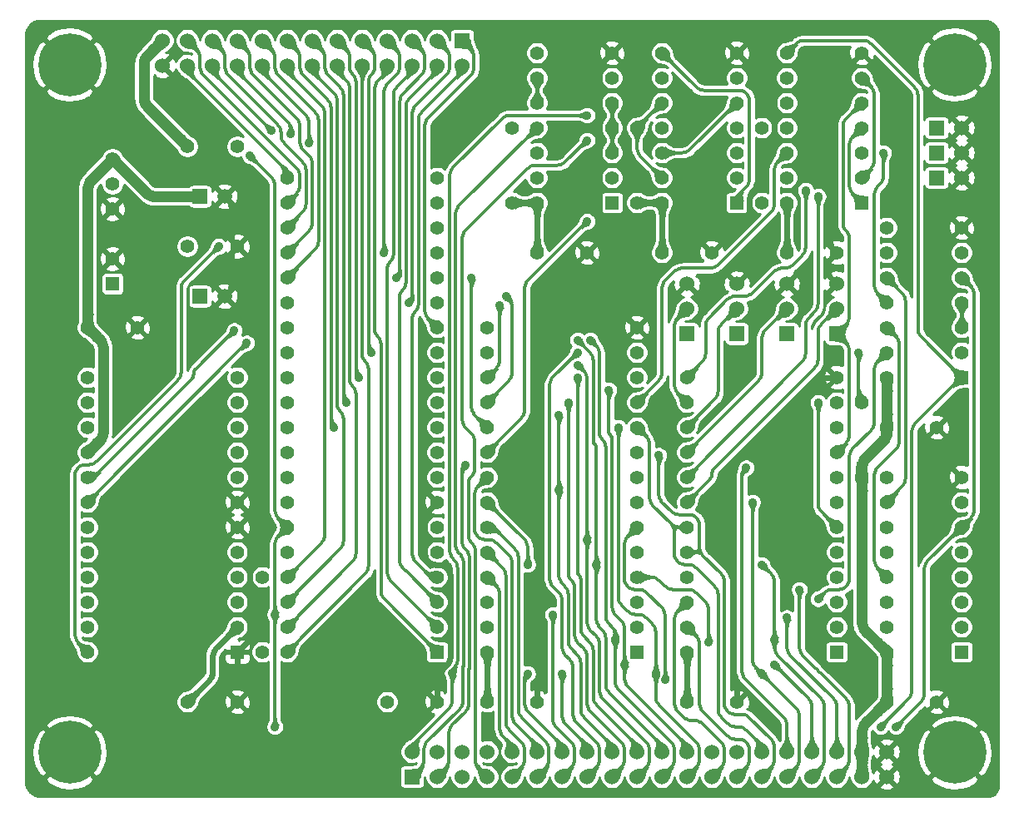
<source format=gbl>
%TF.GenerationSoftware,KiCad,Pcbnew,(5.1.8)-1*%
%TF.CreationDate,2021-11-24T12:27:13-08:00*%
%TF.ProjectId,Mini8085Ext,4d696e69-3830-4383-9545-78742e6b6963,rev?*%
%TF.SameCoordinates,Original*%
%TF.FileFunction,Copper,L2,Bot*%
%TF.FilePolarity,Positive*%
%FSLAX46Y46*%
G04 Gerber Fmt 4.6, Leading zero omitted, Abs format (unit mm)*
G04 Created by KiCad (PCBNEW (5.1.8)-1) date 2021-11-24 12:27:13*
%MOMM*%
%LPD*%
G01*
G04 APERTURE LIST*
%TA.AperFunction,ComponentPad*%
%ADD10C,1.524000*%
%TD*%
%TA.AperFunction,ComponentPad*%
%ADD11R,1.524000X1.524000*%
%TD*%
%TA.AperFunction,ComponentPad*%
%ADD12C,1.490980*%
%TD*%
%TA.AperFunction,ComponentPad*%
%ADD13R,1.490980X1.490980*%
%TD*%
%TA.AperFunction,ComponentPad*%
%ADD14C,1.397000*%
%TD*%
%TA.AperFunction,ComponentPad*%
%ADD15C,1.400000*%
%TD*%
%TA.AperFunction,ComponentPad*%
%ADD16R,1.400000X1.400000*%
%TD*%
%TA.AperFunction,ComponentPad*%
%ADD17C,0.800000*%
%TD*%
%TA.AperFunction,ComponentPad*%
%ADD18C,6.400000*%
%TD*%
%TA.AperFunction,ComponentPad*%
%ADD19R,1.397000X1.397000*%
%TD*%
%TA.AperFunction,ViaPad*%
%ADD20C,0.889000*%
%TD*%
%TA.AperFunction,Conductor*%
%ADD21C,0.355600*%
%TD*%
%TA.AperFunction,Conductor*%
%ADD22C,0.609600*%
%TD*%
%TA.AperFunction,Conductor*%
%ADD23C,1.117600*%
%TD*%
%TA.AperFunction,Conductor*%
%ADD24C,0.254000*%
%TD*%
%TA.AperFunction,Conductor*%
%ADD25C,0.150000*%
%TD*%
%TA.AperFunction,Conductor*%
%ADD26C,0.025400*%
%TD*%
G04 APERTURE END LIST*
D10*
%TO.P,J4,26*%
%TO.N,GND*%
X116840000Y-55880000D03*
%TO.P,J4,25*%
%TO.N,Net-(F1-Pad1)*%
X116840000Y-53340000D03*
%TO.P,J4,24*%
%TO.N,/PB3*%
X119380000Y-55880000D03*
%TO.P,J4,23*%
%TO.N,/PB4*%
X119380000Y-53340000D03*
%TO.P,J4,22*%
%TO.N,/PB2*%
X121920000Y-55880000D03*
%TO.P,J4,21*%
%TO.N,/PB5*%
X121920000Y-53340000D03*
%TO.P,J4,20*%
%TO.N,/PB1*%
X124460000Y-55880000D03*
%TO.P,J4,19*%
%TO.N,/PB6*%
X124460000Y-53340000D03*
%TO.P,J4,18*%
%TO.N,/PB0*%
X127000000Y-55880000D03*
%TO.P,J4,17*%
%TO.N,/PB7*%
X127000000Y-53340000D03*
%TO.P,J4,16*%
%TO.N,/PA7*%
X129540000Y-55880000D03*
%TO.P,J4,15*%
%TO.N,/PC7*%
X129540000Y-53340000D03*
%TO.P,J4,14*%
%TO.N,/PA6*%
X132080000Y-55880000D03*
%TO.P,J4,13*%
%TO.N,/PC6*%
X132080000Y-53340000D03*
%TO.P,J4,12*%
%TO.N,/PA5*%
X134620000Y-55880000D03*
%TO.P,J4,11*%
%TO.N,/PC5*%
X134620000Y-53340000D03*
%TO.P,J4,10*%
%TO.N,/PA4*%
X137160000Y-55880000D03*
%TO.P,J4,9*%
%TO.N,/PC4*%
X137160000Y-53340000D03*
%TO.P,J4,8*%
%TO.N,/PA3*%
X139700000Y-55880000D03*
%TO.P,J4,7*%
%TO.N,/PC3*%
X139700000Y-53340000D03*
%TO.P,J4,6*%
%TO.N,/PA2*%
X142240000Y-55880000D03*
%TO.P,J4,5*%
%TO.N,/PC2*%
X142240000Y-53340000D03*
%TO.P,J4,4*%
%TO.N,/PA1*%
X144780000Y-55880000D03*
%TO.P,J4,3*%
%TO.N,/PC1*%
X144780000Y-53340000D03*
%TO.P,J4,2*%
%TO.N,/PA0*%
X147320000Y-55880000D03*
D11*
%TO.P,J4,1*%
%TO.N,/PC0*%
X147320000Y-53340000D03*
%TD*%
D12*
%TO.P,C13,2*%
%TO.N,GND*%
X123170000Y-69215000D03*
D13*
%TO.P,C13,1*%
%TO.N,+12V*%
X120670000Y-69215000D03*
%TD*%
D10*
%TO.P,J1,2*%
%TO.N,GND*%
X198120000Y-62230000D03*
D11*
%TO.P,J1,1*%
%TO.N,/READY*%
X195580000Y-62230000D03*
%TD*%
D10*
%TO.P,J2,2*%
%TO.N,GND*%
X198120000Y-64770000D03*
D11*
%TO.P,J2,1*%
%TO.N,Net-(J2-Pad1)*%
X195580000Y-64770000D03*
%TD*%
D10*
%TO.P,J3,2*%
%TO.N,GND*%
X198120000Y-67310000D03*
D11*
%TO.P,J3,1*%
%TO.N,Net-(J3-Pad1)*%
X195580000Y-67310000D03*
%TD*%
D10*
%TO.P,J5,40*%
%TO.N,GND*%
X190500000Y-125730000D03*
%TO.P,J5,39*%
X190500000Y-128270000D03*
%TO.P,J5,38*%
%TO.N,VCC*%
X187960000Y-125730000D03*
%TO.P,J5,37*%
X187960000Y-128270000D03*
%TO.P,J5,36*%
%TO.N,/A6*%
X185420000Y-125730000D03*
%TO.P,J5,35*%
%TO.N,/A7*%
X185420000Y-128270000D03*
%TO.P,J5,34*%
%TO.N,/A4*%
X182880000Y-125730000D03*
%TO.P,J5,33*%
%TO.N,/A5*%
X182880000Y-128270000D03*
%TO.P,J5,32*%
%TO.N,/A2*%
X180340000Y-125730000D03*
%TO.P,J5,31*%
%TO.N,/A3*%
X180340000Y-128270000D03*
%TO.P,J5,29*%
%TO.N,/A1*%
X177800000Y-128270000D03*
%TO.P,J5,30*%
%TO.N,/A0*%
X177800000Y-125730000D03*
%TO.P,J5,27*%
%TO.N,/~WR*%
X175260000Y-128270000D03*
%TO.P,J5,28*%
%TO.N,/RESET*%
X175260000Y-125730000D03*
%TO.P,J5,26*%
%TO.N,/IO/~M*%
X172720000Y-125730000D03*
%TO.P,J5,25*%
%TO.N,/~RD*%
X172720000Y-128270000D03*
%TO.P,J5,24*%
%TO.N,/AD6*%
X170180000Y-125730000D03*
%TO.P,J5,23*%
%TO.N,/AD7*%
X170180000Y-128270000D03*
%TO.P,J5,22*%
%TO.N,/AD4*%
X167640000Y-125730000D03*
%TO.P,J5,21*%
%TO.N,/AD5*%
X167640000Y-128270000D03*
%TO.P,J5,20*%
%TO.N,/AD2*%
X165100000Y-125730000D03*
%TO.P,J5,19*%
%TO.N,/AD3*%
X165100000Y-128270000D03*
%TO.P,J5,18*%
%TO.N,/AD0*%
X162560000Y-125730000D03*
%TO.P,J5,17*%
%TO.N,/AD1*%
X162560000Y-128270000D03*
%TO.P,J5,16*%
%TO.N,/A14*%
X160020000Y-125730000D03*
%TO.P,J5,15*%
%TO.N,/A15*%
X160020000Y-128270000D03*
%TO.P,J5,14*%
%TO.N,/A12*%
X157480000Y-125730000D03*
%TO.P,J5,13*%
%TO.N,/A13*%
X157480000Y-128270000D03*
%TO.P,J5,12*%
%TO.N,/A10*%
X154940000Y-125730000D03*
%TO.P,J5,11*%
%TO.N,/A11*%
X154940000Y-128270000D03*
%TO.P,J5,10*%
%TO.N,/A8*%
X152400000Y-125730000D03*
%TO.P,J5,9*%
%TO.N,/A9*%
X152400000Y-128270000D03*
%TO.P,J5,8*%
%TO.N,/~ROM_DIS*%
X149860000Y-125730000D03*
%TO.P,J5,7*%
%TO.N,/ALE*%
X149860000Y-128270000D03*
%TO.P,J5,6*%
%TO.N,/~INTA*%
X147320000Y-125730000D03*
%TO.P,J5,5*%
%TO.N,/RST7_5*%
X147320000Y-128270000D03*
%TO.P,J5,4*%
%TO.N,/INTR*%
X144780000Y-125730000D03*
%TO.P,J5,3*%
%TO.N,/RST5_5*%
X144780000Y-128270000D03*
%TO.P,J5,2*%
%TO.N,/3.072MHz*%
X142240000Y-125730000D03*
D11*
%TO.P,J5,1*%
%TO.N,/TRAP*%
X142240000Y-128270000D03*
%TD*%
D10*
%TO.P,JP1,3*%
%TO.N,GND*%
X175260000Y-78105000D03*
%TO.P,JP1,2*%
%TO.N,Net-(JP1-Pad2)*%
X175260000Y-80645000D03*
D11*
%TO.P,JP1,1*%
%TO.N,/PIT_CLK*%
X175260000Y-83185000D03*
%TD*%
D10*
%TO.P,JP2,3*%
%TO.N,GND*%
X170180000Y-78105000D03*
%TO.P,JP2,2*%
%TO.N,Net-(JP2-Pad2)*%
X170180000Y-80645000D03*
D11*
%TO.P,JP2,1*%
%TO.N,Net-(JP2-Pad1)*%
X170180000Y-83185000D03*
%TD*%
D10*
%TO.P,JP3,3*%
%TO.N,GND*%
X185420000Y-78105000D03*
%TO.P,JP3,2*%
%TO.N,Net-(JP3-Pad2)*%
X185420000Y-80645000D03*
D11*
%TO.P,JP3,1*%
%TO.N,/PIT_CLK*%
X185420000Y-83185000D03*
%TD*%
D10*
%TO.P,JP4,3*%
%TO.N,GND*%
X180340000Y-78105000D03*
%TO.P,JP4,2*%
%TO.N,Net-(JP4-Pad2)*%
X180340000Y-80645000D03*
D11*
%TO.P,JP4,1*%
%TO.N,Net-(JP2-Pad1)*%
X180340000Y-83185000D03*
%TD*%
D14*
%TO.P,R1,2*%
%TO.N,/FF1_PLUP*%
X165100000Y-62230000D03*
%TO.P,R1,1*%
%TO.N,VCC*%
X165100000Y-69850000D03*
%TD*%
%TO.P,R2,2*%
%TO.N,Net-(JP2-Pad1)*%
X187960000Y-90170000D03*
%TO.P,R2,1*%
%TO.N,VCC*%
X187960000Y-97790000D03*
%TD*%
%TO.P,R3,2*%
%TO.N,/FF2_PLUP*%
X177800000Y-62230000D03*
%TO.P,R3,1*%
%TO.N,VCC*%
X177800000Y-69850000D03*
%TD*%
%TO.P,R5,2*%
%TO.N,/~INT*%
X152400000Y-62230000D03*
%TO.P,R5,1*%
%TO.N,VCC*%
X152400000Y-69850000D03*
%TD*%
%TO.P,C1,2*%
%TO.N,GND*%
X124460000Y-120650000D03*
%TO.P,C1,1*%
%TO.N,VCC*%
X119380000Y-120650000D03*
%TD*%
%TO.P,C2,2*%
%TO.N,GND*%
X144780000Y-120650000D03*
%TO.P,C2,1*%
%TO.N,VCC*%
X139700000Y-120650000D03*
%TD*%
%TO.P,C3,2*%
%TO.N,GND*%
X175260000Y-120650000D03*
%TO.P,C3,1*%
%TO.N,VCC*%
X170180000Y-120650000D03*
%TD*%
%TO.P,C4,2*%
%TO.N,GND*%
X154940000Y-120650000D03*
%TO.P,C4,1*%
%TO.N,VCC*%
X149860000Y-120650000D03*
%TD*%
%TO.P,C6,2*%
%TO.N,GND*%
X172720000Y-74930000D03*
%TO.P,C6,1*%
%TO.N,VCC*%
X167640000Y-74930000D03*
%TD*%
%TO.P,C7,2*%
%TO.N,GND*%
X185420000Y-74930000D03*
%TO.P,C7,1*%
%TO.N,VCC*%
X180340000Y-74930000D03*
%TD*%
%TO.P,C8,2*%
%TO.N,GND*%
X195580000Y-92710000D03*
%TO.P,C8,1*%
%TO.N,VCC*%
X190500000Y-92710000D03*
%TD*%
%TO.P,C9,2*%
%TO.N,GND*%
X160020000Y-74930000D03*
%TO.P,C9,1*%
%TO.N,VCC*%
X154940000Y-74930000D03*
%TD*%
%TO.P,C10,2*%
%TO.N,GND*%
X124460000Y-74295000D03*
%TO.P,C10,1*%
%TO.N,VCC*%
X119380000Y-74295000D03*
%TD*%
%TO.P,C11,2*%
%TO.N,GND*%
X114300000Y-82550000D03*
%TO.P,C11,1*%
%TO.N,+12V*%
X109220000Y-82550000D03*
%TD*%
D12*
%TO.P,C12,2*%
%TO.N,GND*%
X123170000Y-79375000D03*
D13*
%TO.P,C12,1*%
%TO.N,VCC*%
X120670000Y-79375000D03*
%TD*%
D14*
%TO.P,C5,2*%
%TO.N,GND*%
X195580000Y-120650000D03*
%TO.P,C5,1*%
%TO.N,VCC*%
X190500000Y-120650000D03*
%TD*%
%TO.P,F1,2*%
%TO.N,VCC*%
X124460000Y-64135000D03*
%TO.P,F1,1*%
%TO.N,Net-(F1-Pad1)*%
X119380000Y-64135000D03*
%TD*%
%TO.P,R4,2*%
%TO.N,Net-(R4-Pad2)*%
X127000000Y-107950000D03*
%TO.P,R4,1*%
%TO.N,VCC*%
X127000000Y-115570000D03*
%TD*%
D15*
%TO.P,U10,6*%
%TO.N,+12V*%
X111760000Y-65405000D03*
%TO.P,U10,5*%
%TO.N,Net-(U10-Pad5)*%
X111760000Y-67945000D03*
%TO.P,U10,4*%
%TO.N,GND*%
X111760000Y-70485000D03*
%TO.P,U10,2*%
X111760000Y-75565000D03*
D16*
%TO.P,U10,1*%
%TO.N,VCC*%
X111760000Y-78105000D03*
%TD*%
D17*
%TO.P,HOLE1,1*%
%TO.N,GND*%
X195702944Y-127497056D03*
X197400000Y-128200000D03*
X199097056Y-127497056D03*
X199800000Y-125800000D03*
X199097056Y-124102944D03*
X197400000Y-123400000D03*
X195702944Y-124102944D03*
X195000000Y-125800000D03*
D18*
X197400000Y-125800000D03*
%TD*%
D17*
%TO.P,HOLE2,1*%
%TO.N,GND*%
X105702944Y-127497056D03*
X107400000Y-128200000D03*
X109097056Y-127497056D03*
X109800000Y-125800000D03*
X109097056Y-124102944D03*
X107400000Y-123400000D03*
X105702944Y-124102944D03*
X105000000Y-125800000D03*
D18*
X107400000Y-125800000D03*
%TD*%
D17*
%TO.P,HOLE3,1*%
%TO.N,GND*%
X195702944Y-57497056D03*
X197400000Y-58200000D03*
X199097056Y-57497056D03*
X199800000Y-55800000D03*
X199097056Y-54102944D03*
X197400000Y-53400000D03*
X195702944Y-54102944D03*
X195000000Y-55800000D03*
D18*
X197400000Y-55800000D03*
%TD*%
D17*
%TO.P,HOLE4,1*%
%TO.N,GND*%
X105702944Y-57497056D03*
X107400000Y-58200000D03*
X109097056Y-57497056D03*
X109800000Y-55800000D03*
X109097056Y-54102944D03*
X107400000Y-53400000D03*
X105702944Y-54102944D03*
X105000000Y-55800000D03*
D18*
X107400000Y-55800000D03*
%TD*%
D14*
%TO.P,U1,24*%
%TO.N,/~INT*%
X109220000Y-115570000D03*
%TO.P,U1,23*%
%TO.N,/3.072MHz*%
X109220000Y-113030000D03*
%TO.P,U1,22*%
%TO.N,/RESET*%
X109220000Y-110490000D03*
%TO.P,U1,21*%
%TO.N,/A0*%
X109220000Y-107950000D03*
%TO.P,U1,20*%
%TO.N,/~RD*%
X109220000Y-105410000D03*
%TO.P,U1,19*%
%TO.N,/~WR*%
X109220000Y-102870000D03*
%TO.P,U1,18*%
%TO.N,/~FPU_CS*%
X109220000Y-100330000D03*
%TO.P,U1,17*%
%TO.N,/~PAUSE*%
X109220000Y-97790000D03*
%TO.P,U1,16*%
%TO.N,+12V*%
X109220000Y-95250000D03*
%TO.P,U1,15*%
%TO.N,/AD7*%
X109220000Y-92710000D03*
%TO.P,U1,14*%
%TO.N,/AD6*%
X109220000Y-90170000D03*
%TO.P,U1,13*%
%TO.N,/AD5*%
X109220000Y-87630000D03*
%TO.P,U1,12*%
%TO.N,/AD4*%
X124460000Y-87630000D03*
%TO.P,U1,11*%
%TO.N,/AD3*%
X124460000Y-90170000D03*
%TO.P,U1,10*%
%TO.N,/AD2*%
X124460000Y-92710000D03*
%TO.P,U1,9*%
%TO.N,/AD1*%
X124460000Y-95250000D03*
%TO.P,U1,8*%
%TO.N,/AD0*%
X124460000Y-97790000D03*
%TO.P,U1,7*%
%TO.N,GND*%
X124460000Y-100330000D03*
%TO.P,U1,6*%
X124460000Y-102870000D03*
%TO.P,U1,5*%
%TO.N,Net-(U1-Pad5)*%
X124460000Y-105410000D03*
%TO.P,U1,4*%
%TO.N,Net-(U1-Pad4)*%
X124460000Y-107950000D03*
%TO.P,U1,3*%
%TO.N,Net-(R4-Pad2)*%
X124460000Y-110490000D03*
%TO.P,U1,2*%
%TO.N,VCC*%
X124460000Y-113030000D03*
D19*
%TO.P,U1,1*%
%TO.N,GND*%
X124460000Y-115570000D03*
%TD*%
D14*
%TO.P,U2,40*%
%TO.N,/PA4*%
X129540000Y-115570000D03*
%TO.P,U2,39*%
%TO.N,/PA5*%
X129540000Y-113030000D03*
%TO.P,U2,38*%
%TO.N,/PA6*%
X129540000Y-110490000D03*
%TO.P,U2,37*%
%TO.N,/PA7*%
X129540000Y-107950000D03*
%TO.P,U2,36*%
%TO.N,/~WR*%
X129540000Y-105410000D03*
%TO.P,U2,35*%
%TO.N,/RESET*%
X129540000Y-102870000D03*
%TO.P,U2,34*%
%TO.N,/AD0*%
X129540000Y-100330000D03*
%TO.P,U2,33*%
%TO.N,/AD1*%
X129540000Y-97790000D03*
%TO.P,U2,32*%
%TO.N,/AD2*%
X129540000Y-95250000D03*
%TO.P,U2,31*%
%TO.N,/AD3*%
X129540000Y-92710000D03*
%TO.P,U2,30*%
%TO.N,/AD4*%
X129540000Y-90170000D03*
%TO.P,U2,29*%
%TO.N,/AD5*%
X129540000Y-87630000D03*
%TO.P,U2,28*%
%TO.N,/AD6*%
X129540000Y-85090000D03*
%TO.P,U2,27*%
%TO.N,/AD7*%
X129540000Y-82550000D03*
%TO.P,U2,26*%
%TO.N,VCC*%
X129540000Y-80010000D03*
%TO.P,U2,25*%
%TO.N,/PB7*%
X129540000Y-77470000D03*
%TO.P,U2,24*%
%TO.N,/PB6*%
X129540000Y-74930000D03*
%TO.P,U2,23*%
%TO.N,/PB5*%
X129540000Y-72390000D03*
%TO.P,U2,22*%
%TO.N,/PB4*%
X129540000Y-69850000D03*
%TO.P,U2,21*%
%TO.N,/PB3*%
X129540000Y-67310000D03*
%TO.P,U2,20*%
%TO.N,/PB2*%
X144780000Y-67310000D03*
%TO.P,U2,19*%
%TO.N,/PB1*%
X144780000Y-69850000D03*
%TO.P,U2,18*%
%TO.N,/PB0*%
X144780000Y-72390000D03*
%TO.P,U2,17*%
%TO.N,/PC3*%
X144780000Y-74930000D03*
%TO.P,U2,16*%
%TO.N,/PC2*%
X144780000Y-77470000D03*
%TO.P,U2,15*%
%TO.N,/PC1*%
X144780000Y-80010000D03*
%TO.P,U2,14*%
%TO.N,/PC0*%
X144780000Y-82550000D03*
%TO.P,U2,13*%
%TO.N,/PC4*%
X144780000Y-85090000D03*
%TO.P,U2,12*%
%TO.N,/PC5*%
X144780000Y-87630000D03*
%TO.P,U2,11*%
%TO.N,/PC6*%
X144780000Y-90170000D03*
%TO.P,U2,10*%
%TO.N,/PC7*%
X144780000Y-92710000D03*
%TO.P,U2,9*%
%TO.N,/A0*%
X144780000Y-95250000D03*
%TO.P,U2,8*%
%TO.N,/A1*%
X144780000Y-97790000D03*
%TO.P,U2,7*%
%TO.N,GND*%
X144780000Y-100330000D03*
%TO.P,U2,6*%
%TO.N,/~PPI_CS*%
X144780000Y-102870000D03*
%TO.P,U2,5*%
%TO.N,/~RD*%
X144780000Y-105410000D03*
%TO.P,U2,4*%
%TO.N,/PA0*%
X144780000Y-107950000D03*
%TO.P,U2,3*%
%TO.N,/PA1*%
X144780000Y-110490000D03*
%TO.P,U2,2*%
%TO.N,/PA2*%
X144780000Y-113030000D03*
D19*
%TO.P,U2,1*%
%TO.N,/PA3*%
X144780000Y-115570000D03*
%TD*%
D14*
%TO.P,U5,16*%
%TO.N,VCC*%
X190500000Y-115570000D03*
%TO.P,U5,15*%
%TO.N,Net-(U5-Pad15)*%
X190500000Y-113030000D03*
%TO.P,U5,14*%
%TO.N,Net-(U5-Pad14)*%
X190500000Y-110490000D03*
%TO.P,U5,13*%
%TO.N,/~CFG_CS*%
X190500000Y-107950000D03*
%TO.P,U5,12*%
%TO.N,/~PPI_CS*%
X190500000Y-105410000D03*
%TO.P,U5,11*%
%TO.N,/~PIT_CS*%
X190500000Y-102870000D03*
%TO.P,U5,10*%
%TO.N,/~FPU_CS*%
X190500000Y-100330000D03*
%TO.P,U5,9*%
%TO.N,Net-(U5-Pad9)*%
X190500000Y-97790000D03*
%TO.P,U5,8*%
%TO.N,GND*%
X198120000Y-97790000D03*
%TO.P,U5,7*%
%TO.N,Net-(U5-Pad7)*%
X198120000Y-100330000D03*
%TO.P,U5,6*%
%TO.N,/IO/~M*%
X198120000Y-102870000D03*
%TO.P,U5,5*%
%TO.N,/A7*%
X198120000Y-105410000D03*
%TO.P,U5,4*%
%TO.N,/A6*%
X198120000Y-107950000D03*
%TO.P,U5,3*%
%TO.N,/A5*%
X198120000Y-110490000D03*
%TO.P,U5,2*%
%TO.N,/A4*%
X198120000Y-113030000D03*
D19*
%TO.P,U5,1*%
%TO.N,/A3*%
X198120000Y-115570000D03*
%TD*%
D14*
%TO.P,U6,14*%
%TO.N,VCC*%
X167640000Y-69850000D03*
%TO.P,U6,13*%
%TO.N,/FF1_PLUP*%
X167640000Y-67310000D03*
%TO.P,U6,12*%
%TO.N,Net-(U6-Pad12)*%
X167640000Y-64770000D03*
%TO.P,U6,11*%
%TO.N,/3.072MHz*%
X167640000Y-62230000D03*
%TO.P,U6,10*%
%TO.N,/FF1_PLUP*%
X167640000Y-59690000D03*
%TO.P,U6,9*%
%TO.N,Net-(U6-Pad9)*%
X167640000Y-57150000D03*
%TO.P,U6,8*%
%TO.N,Net-(U6-Pad1)*%
X167640000Y-54610000D03*
%TO.P,U6,7*%
%TO.N,GND*%
X175260000Y-54610000D03*
%TO.P,U6,6*%
%TO.N,Net-(U6-Pad6)*%
X175260000Y-57150000D03*
%TO.P,U6,5*%
%TO.N,Net-(U6-Pad12)*%
X175260000Y-59690000D03*
%TO.P,U6,4*%
%TO.N,/FF1_PLUP*%
X175260000Y-62230000D03*
%TO.P,U6,3*%
%TO.N,/ALE*%
X175260000Y-64770000D03*
%TO.P,U6,2*%
%TO.N,/FF1_PLUP*%
X175260000Y-67310000D03*
D19*
%TO.P,U6,1*%
%TO.N,Net-(U6-Pad1)*%
X175260000Y-69850000D03*
%TD*%
D14*
%TO.P,U7,14*%
%TO.N,VCC*%
X180340000Y-69850000D03*
%TO.P,U7,13*%
%TO.N,/~RESET*%
X180340000Y-67310000D03*
%TO.P,U7,12*%
%TO.N,/AD0*%
X180340000Y-64770000D03*
%TO.P,U7,11*%
%TO.N,/CFG_WR*%
X180340000Y-62230000D03*
%TO.P,U7,10*%
%TO.N,/FF2_PLUP*%
X180340000Y-59690000D03*
%TO.P,U7,9*%
%TO.N,Net-(U7-Pad9)*%
X180340000Y-57150000D03*
%TO.P,U7,8*%
%TO.N,/~ROM_DIS*%
X180340000Y-54610000D03*
%TO.P,U7,7*%
%TO.N,GND*%
X187960000Y-54610000D03*
%TO.P,U7,6*%
%TO.N,Net-(U7-Pad2)*%
X187960000Y-57150000D03*
%TO.P,U7,5*%
%TO.N,/PIT_CLK*%
X187960000Y-59690000D03*
%TO.P,U7,4*%
%TO.N,/FF2_PLUP*%
X187960000Y-62230000D03*
%TO.P,U7,3*%
%TO.N,/3.072MHz*%
X187960000Y-64770000D03*
%TO.P,U7,2*%
%TO.N,Net-(U7-Pad2)*%
X187960000Y-67310000D03*
D19*
%TO.P,U7,1*%
%TO.N,/FF2_PLUP*%
X187960000Y-69850000D03*
%TD*%
D14*
%TO.P,U8,14*%
%TO.N,VCC*%
X190500000Y-87630000D03*
%TO.P,U8,13*%
%TO.N,/~WR*%
X190500000Y-85090000D03*
%TO.P,U8,12*%
%TO.N,/~CFG_CS*%
X190500000Y-82550000D03*
%TO.P,U8,11*%
%TO.N,/CFG_WR*%
X190500000Y-80010000D03*
%TO.P,U8,10*%
%TO.N,/~FPU_CS*%
X190500000Y-77470000D03*
%TO.P,U8,9*%
%TO.N,Net-(U6-Pad1)*%
X190500000Y-74930000D03*
%TO.P,U8,8*%
%TO.N,Net-(U8-Pad8)*%
X190500000Y-72390000D03*
%TO.P,U8,7*%
%TO.N,GND*%
X198120000Y-72390000D03*
%TO.P,U8,6*%
%TO.N,/~RAM_CS*%
X198120000Y-74930000D03*
%TO.P,U8,5*%
%TO.N,/IO/~M*%
X198120000Y-77470000D03*
%TO.P,U8,4*%
%TO.N,Net-(U8-Pad3)*%
X198120000Y-80010000D03*
%TO.P,U8,3*%
X198120000Y-82550000D03*
%TO.P,U8,2*%
%TO.N,/A15*%
X198120000Y-85090000D03*
D19*
%TO.P,U8,1*%
%TO.N,/~ROM_DIS*%
X198120000Y-87630000D03*
%TD*%
D14*
%TO.P,U9,14*%
%TO.N,VCC*%
X154940000Y-69850000D03*
%TO.P,U9,13*%
%TO.N,/~INT*%
X154940000Y-67310000D03*
%TO.P,U9,12*%
X154940000Y-64770000D03*
%TO.P,U9,11*%
%TO.N,/TRAP*%
X154940000Y-62230000D03*
%TO.P,U9,10*%
%TO.N,/RESET*%
X154940000Y-59690000D03*
%TO.P,U9,9*%
X154940000Y-57150000D03*
%TO.P,U9,8*%
%TO.N,/~RESET*%
X154940000Y-54610000D03*
%TO.P,U9,7*%
%TO.N,GND*%
X162560000Y-54610000D03*
%TO.P,U9,6*%
%TO.N,/READY*%
X162560000Y-57150000D03*
%TO.P,U9,5*%
%TO.N,Net-(U9-Pad3)*%
X162560000Y-59690000D03*
%TO.P,U9,4*%
X162560000Y-62230000D03*
%TO.P,U9,3*%
X162560000Y-64770000D03*
%TO.P,U9,2*%
%TO.N,Net-(U8-Pad8)*%
X162560000Y-67310000D03*
D19*
%TO.P,U9,1*%
%TO.N,/~PAUSE*%
X162560000Y-69850000D03*
%TD*%
D14*
%TO.P,U3,24*%
%TO.N,VCC*%
X170180000Y-115570000D03*
%TO.P,U3,23*%
%TO.N,/~WR*%
X170180000Y-113030000D03*
%TO.P,U3,22*%
%TO.N,/~RD*%
X170180000Y-110490000D03*
%TO.P,U3,21*%
%TO.N,/~PIT_CS*%
X170180000Y-107950000D03*
%TO.P,U3,20*%
%TO.N,/A1*%
X170180000Y-105410000D03*
%TO.P,U3,19*%
%TO.N,/A0*%
X170180000Y-102870000D03*
%TO.P,U3,18*%
%TO.N,Net-(JP3-Pad2)*%
X170180000Y-100330000D03*
%TO.P,U3,17*%
%TO.N,Net-(J3-Pad1)*%
X170180000Y-97790000D03*
%TO.P,U3,16*%
%TO.N,Net-(JP4-Pad2)*%
X170180000Y-95250000D03*
%TO.P,U3,15*%
%TO.N,Net-(JP1-Pad2)*%
X170180000Y-92710000D03*
%TO.P,U3,14*%
%TO.N,Net-(JP2-Pad2)*%
X170180000Y-90170000D03*
%TO.P,U3,13*%
%TO.N,Net-(J2-Pad1)*%
X170180000Y-87630000D03*
%TO.P,U3,12*%
%TO.N,GND*%
X185420000Y-87630000D03*
%TO.P,U3,11*%
%TO.N,Net-(JP2-Pad1)*%
X185420000Y-90170000D03*
%TO.P,U3,10*%
%TO.N,/RST5_5*%
X185420000Y-92710000D03*
%TO.P,U3,9*%
%TO.N,/PIT_CLK*%
X185420000Y-95250000D03*
%TO.P,U3,8*%
%TO.N,/AD0*%
X185420000Y-97790000D03*
%TO.P,U3,7*%
%TO.N,/AD1*%
X185420000Y-100330000D03*
%TO.P,U3,6*%
%TO.N,/AD2*%
X185420000Y-102870000D03*
%TO.P,U3,5*%
%TO.N,/AD3*%
X185420000Y-105410000D03*
%TO.P,U3,4*%
%TO.N,/AD4*%
X185420000Y-107950000D03*
%TO.P,U3,3*%
%TO.N,/AD5*%
X185420000Y-110490000D03*
%TO.P,U3,2*%
%TO.N,/AD6*%
X185420000Y-113030000D03*
D19*
%TO.P,U3,1*%
%TO.N,/AD7*%
X185420000Y-115570000D03*
%TD*%
D14*
%TO.P,U4,28*%
%TO.N,VCC*%
X149860000Y-115570000D03*
%TO.P,U4,27*%
%TO.N,/~WR*%
X149860000Y-113030000D03*
%TO.P,U4,26*%
%TO.N,/A13*%
X149860000Y-110490000D03*
%TO.P,U4,25*%
%TO.N,/A8*%
X149860000Y-107950000D03*
%TO.P,U4,24*%
%TO.N,/A9*%
X149860000Y-105410000D03*
%TO.P,U4,23*%
%TO.N,/A11*%
X149860000Y-102870000D03*
%TO.P,U4,22*%
%TO.N,/~RD*%
X149860000Y-100330000D03*
%TO.P,U4,21*%
%TO.N,/A10*%
X149860000Y-97790000D03*
%TO.P,U4,20*%
%TO.N,/~RAM_CS*%
X149860000Y-95250000D03*
%TO.P,U4,19*%
%TO.N,/AD7*%
X149860000Y-92710000D03*
%TO.P,U4,18*%
%TO.N,/AD6*%
X149860000Y-90170000D03*
%TO.P,U4,17*%
%TO.N,/AD5*%
X149860000Y-87630000D03*
%TO.P,U4,16*%
%TO.N,/AD4*%
X149860000Y-85090000D03*
%TO.P,U4,15*%
%TO.N,/AD3*%
X149860000Y-82550000D03*
%TO.P,U4,14*%
%TO.N,GND*%
X165100000Y-82550000D03*
%TO.P,U4,13*%
%TO.N,/AD2*%
X165100000Y-85090000D03*
%TO.P,U4,12*%
%TO.N,/AD1*%
X165100000Y-87630000D03*
%TO.P,U4,11*%
%TO.N,/AD0*%
X165100000Y-90170000D03*
%TO.P,U4,10*%
%TO.N,/A0*%
X165100000Y-92710000D03*
%TO.P,U4,9*%
%TO.N,/A1*%
X165100000Y-95250000D03*
%TO.P,U4,8*%
%TO.N,/A2*%
X165100000Y-97790000D03*
%TO.P,U4,7*%
%TO.N,/A3*%
X165100000Y-100330000D03*
%TO.P,U4,6*%
%TO.N,/A4*%
X165100000Y-102870000D03*
%TO.P,U4,5*%
%TO.N,/A5*%
X165100000Y-105410000D03*
%TO.P,U4,4*%
%TO.N,/A6*%
X165100000Y-107950000D03*
%TO.P,U4,3*%
%TO.N,/A7*%
X165100000Y-110490000D03*
%TO.P,U4,2*%
%TO.N,/A12*%
X165100000Y-113030000D03*
D19*
%TO.P,U4,1*%
%TO.N,/A14*%
X165100000Y-115570000D03*
%TD*%
D20*
%TO.N,/3.072MHz*%
X160020000Y-60960000D03*
X146322311Y-117747309D03*
%TO.N,/A1*%
X167322500Y-95567500D03*
%TO.N,/A12*%
X153987500Y-117792500D03*
%TO.N,/A13*%
X156527500Y-111760002D03*
%TO.N,/A14*%
X157480000Y-117792500D03*
%TO.N,/A15*%
X159067500Y-85090000D03*
%TO.N,/A2*%
X176212500Y-96837500D03*
%TO.N,/A3*%
X176847500Y-100330000D03*
X177800000Y-117792500D03*
%TO.N,/A4*%
X179070000Y-116840000D03*
X167957500Y-118427500D03*
%TO.N,/A5*%
X179070000Y-114300000D03*
X177800000Y-106680000D03*
%TO.N,/A6*%
X180340000Y-112077500D03*
X172402500Y-114617500D03*
%TO.N,/A7*%
X181610000Y-109220000D03*
%TO.N,/AD0*%
X157162500Y-99060000D03*
X157162500Y-91440000D03*
%TO.N,/AD1*%
X158115000Y-90170000D03*
%TO.N,/AD2*%
X159067500Y-87630000D03*
X183515000Y-90170000D03*
%TO.N,/AD3*%
X160020000Y-104140000D03*
X159067500Y-86360000D03*
%TO.N,/AD4*%
X160972500Y-106680000D03*
X159067500Y-83820000D03*
%TO.N,/AD5*%
X151130002Y-80327500D03*
X162877500Y-114300000D03*
X160337500Y-83820000D03*
%TO.N,/AD6*%
X163830000Y-116840000D03*
X162242500Y-88900000D03*
X151765000Y-79375000D03*
%TO.N,/AD7*%
X167005000Y-117792500D03*
X163195000Y-92710000D03*
X148272500Y-77470000D03*
%TO.N,/ALE*%
X160020000Y-63500000D03*
%TO.N,/IO/~M*%
X191452500Y-123190000D03*
%TO.N,/RESET*%
X125730000Y-65087500D03*
X128270000Y-111760000D03*
X128270000Y-123190000D03*
%TO.N,/RST5_5*%
X147637500Y-96520000D03*
%TO.N,/~RAM_CS*%
X160020000Y-71755000D03*
%TO.N,/~RD*%
X153987500Y-106680000D03*
%TO.N,/~WR*%
X183515000Y-110172500D03*
%TO.N,Net-(J2-Pad1)*%
X182245000Y-68580000D03*
%TO.N,Net-(J3-Pad1)*%
X183515000Y-69215026D03*
%TO.N,/PC1*%
X141922500Y-80010000D03*
%TO.N,/PC2*%
X140652502Y-77470000D03*
%TO.N,/PC3*%
X139382500Y-74930000D03*
%TO.N,/PC4*%
X138112500Y-85090000D03*
%TO.N,/PC5*%
X136842500Y-87630000D03*
%TO.N,/PC6*%
X135572500Y-90170000D03*
%TO.N,/PC7*%
X134302500Y-92710000D03*
%TO.N,/PB0*%
X131762500Y-63817500D03*
%TO.N,/PB1*%
X129857500Y-62865000D03*
%TO.N,/PB2*%
X127952500Y-62547500D03*
%TO.N,/~ROM_DIS*%
X189865000Y-123190000D03*
%TO.N,Net-(JP2-Pad1)*%
X187642500Y-85090000D03*
%TO.N,/~INT*%
X122555000Y-74295000D03*
%TO.N,/~PAUSE*%
X124142512Y-82867500D03*
%TO.N,/~FPU_CS*%
X125412500Y-84137500D03*
%TO.N,/CFG_WR*%
X190182500Y-64770000D03*
%TD*%
D21*
%TO.N,/3.072MHz*%
X151698902Y-61089135D02*
X151581015Y-61152147D01*
X146322311Y-120515998D02*
X146309208Y-120649026D01*
X146824162Y-116673593D02*
X146798463Y-116758309D01*
X146657961Y-106390870D02*
X146720973Y-106508757D01*
X146179135Y-105746351D02*
X146242147Y-105864238D01*
X146444433Y-117233288D02*
X146414946Y-117269217D01*
X146850111Y-116498666D02*
X146841433Y-116586767D01*
X146772127Y-106632254D02*
X146810930Y-106760169D01*
X146322311Y-117869776D02*
X146322311Y-117918763D01*
X146349426Y-117391798D02*
X146335934Y-117436276D01*
X146326866Y-117481864D02*
X146322311Y-117528120D01*
X142283935Y-125153957D02*
X142262073Y-125226027D01*
X146389123Y-117307865D02*
X146367213Y-117348856D01*
X151469871Y-61226411D02*
X151366542Y-61311211D01*
X142437877Y-124897120D02*
X142390099Y-124955337D01*
X146322311Y-117577308D02*
X146322311Y-117625326D01*
X142348258Y-125017957D02*
X142312756Y-125084377D01*
X146063101Y-66991417D02*
X146050000Y-67124444D01*
X146050000Y-105230809D02*
X146063102Y-105363837D01*
X146242147Y-66491015D02*
X146179135Y-66608902D01*
X146322311Y-117771802D02*
X146322311Y-117820789D01*
X151950314Y-60999178D02*
X151822399Y-61037981D01*
X146764585Y-116840098D02*
X146722853Y-116918172D01*
X142247381Y-125299892D02*
X142240000Y-125374842D01*
X146498897Y-106176397D02*
X146583697Y-106279726D01*
X146283130Y-120780129D02*
X146244327Y-120908044D01*
X146193173Y-121031540D02*
X146130161Y-121149427D01*
X146322311Y-117673344D02*
X146322311Y-117721362D01*
X146089180Y-105494940D02*
X146127982Y-105622855D01*
X152214444Y-60960000D02*
X152081417Y-60973101D01*
X146401211Y-66276542D02*
X146316411Y-66379871D01*
X146837008Y-106891273D02*
X146850111Y-107024301D01*
X146055897Y-121260571D02*
X145971097Y-121363900D01*
X146316411Y-105975382D02*
X146401211Y-106078711D01*
X146127981Y-66732399D02*
X146089179Y-66860314D01*
X146673670Y-116991780D02*
X146617509Y-117060213D01*
X146810930Y-106760169D02*
X146837008Y-106891273D01*
X146322311Y-117625326D02*
X146322311Y-117673344D01*
X142390099Y-124955337D02*
X142348258Y-125017957D01*
X146722853Y-116918172D02*
X146673670Y-116991780D01*
X142262073Y-125226027D02*
X142247381Y-125299892D01*
X146309208Y-120649026D02*
X146283130Y-120780129D01*
X146130161Y-121149427D02*
X146055897Y-121260571D01*
X146063101Y-66991417D02*
X146089179Y-66860314D01*
X146242147Y-105864238D02*
X146316411Y-105975382D01*
X151950314Y-60999178D02*
X152081417Y-60973101D01*
X146063102Y-105363837D02*
X146089180Y-105494940D01*
X146824162Y-116673593D02*
X146841433Y-116586767D01*
X146657961Y-106390870D02*
X146583697Y-106279726D01*
X146414946Y-117269217D02*
X146389123Y-117307865D01*
X146335934Y-117436276D02*
X146326866Y-117481864D01*
X151581015Y-61152147D02*
X151469871Y-61226411D01*
X146322311Y-117869776D02*
X146322311Y-117820789D01*
X146242147Y-66491015D02*
X146316411Y-66379871D01*
X146179135Y-66608902D02*
X146127981Y-66732399D01*
X146179135Y-105746351D02*
X146127982Y-105622855D01*
X146798463Y-116758309D02*
X146764585Y-116840098D01*
X151698902Y-61089135D02*
X151822399Y-61037981D01*
X146349426Y-117391798D02*
X146367213Y-117348856D01*
X146720973Y-106508757D02*
X146772127Y-106632254D01*
X142283935Y-125153957D02*
X142312756Y-125084377D01*
X146322311Y-117771802D02*
X146322311Y-117721362D01*
X146244327Y-120908044D02*
X146193173Y-121031540D01*
X142437877Y-124897120D02*
X145971097Y-121363900D01*
X142240000Y-125374842D02*
X142240000Y-125730000D01*
X146322311Y-120515998D02*
X146322311Y-117918763D01*
X152214444Y-60960000D02*
X160020000Y-60960000D01*
X151366542Y-61311211D02*
X146401211Y-66276542D01*
X146498897Y-106176397D02*
X146401211Y-106078711D01*
X146850111Y-116498666D02*
X146850111Y-107024301D01*
X146444433Y-117233288D02*
X146617509Y-117060213D01*
X146322311Y-117528120D02*
X146322311Y-117577308D01*
X146050000Y-67124444D02*
X146050000Y-105230809D01*
%TO.N,/A0*%
X175913851Y-123319135D02*
X176031738Y-123382147D01*
X169436045Y-106526896D02*
X169529977Y-106577103D01*
X168910000Y-103316641D02*
X168893581Y-103194143D01*
X168929221Y-103221850D02*
X168910000Y-103316641D01*
X168893581Y-103194143D02*
X168929221Y-103221850D01*
X173394179Y-121687440D02*
X173432981Y-121815355D01*
X175662440Y-123229180D02*
X175790355Y-123267982D01*
X176142882Y-123456411D02*
X176246211Y-123541211D01*
X170451337Y-106693101D02*
X170318310Y-106680000D01*
X166356897Y-94343662D02*
X166370000Y-94476690D01*
X173341897Y-109583662D02*
X173355000Y-109716690D01*
X169628378Y-106617862D02*
X169730300Y-106648780D01*
X174488259Y-122997850D02*
X174606146Y-123060862D01*
X168643586Y-102622115D02*
X168558741Y-102518741D01*
X168700282Y-102624390D02*
X168643586Y-102622115D01*
X168558741Y-102518741D02*
X168700282Y-102624390D01*
X177691739Y-125017957D02*
X177727241Y-125084377D01*
X170582440Y-106719179D02*
X170710355Y-106757981D01*
X166636411Y-100577882D02*
X166721211Y-100681211D01*
X174273786Y-122838786D02*
X174377115Y-122923586D01*
X169084055Y-102988852D02*
X169107966Y-102920726D01*
X169139394Y-102949856D02*
X169084055Y-102988852D01*
X169107966Y-102920726D02*
X169139394Y-102949856D01*
X169834762Y-106669560D02*
X169940757Y-106680000D01*
X168910000Y-105649240D02*
X168920439Y-105755235D01*
X169106974Y-102866510D02*
X169075235Y-102817114D01*
X169146738Y-102837904D02*
X169106974Y-102866510D01*
X169075235Y-102817114D02*
X169146738Y-102837904D01*
X173621411Y-122167882D02*
X173706211Y-122271211D01*
X168839376Y-102755474D02*
X168854219Y-102719553D01*
X168916889Y-102751524D02*
X168839376Y-102755474D01*
X168854219Y-102719553D02*
X168916889Y-102751524D01*
X166292016Y-94084643D02*
X166330819Y-94212558D01*
X177756062Y-125153957D02*
X177777924Y-125226027D01*
X173484135Y-121938851D02*
X173547147Y-122056738D01*
X169122274Y-106242510D02*
X169189842Y-106324842D01*
X166409179Y-100097440D02*
X166447981Y-100225355D01*
X169265155Y-106400155D02*
X169347487Y-106467723D01*
X173003786Y-108868786D02*
X173088586Y-108972115D01*
X169238561Y-102903592D02*
X169259382Y-102859972D01*
X169363228Y-102870000D02*
X169238561Y-102903592D01*
X169259382Y-102859972D02*
X169363228Y-102870000D01*
X166370000Y-99833310D02*
X166383101Y-99966337D01*
X173277016Y-109324643D02*
X173315819Y-109452558D01*
X174729643Y-123112016D02*
X174857558Y-123150819D01*
X166177850Y-93843259D02*
X166240862Y-93961146D01*
X173355000Y-121423310D02*
X173368101Y-121556337D01*
X166499135Y-100348851D02*
X166562147Y-100466738D01*
X170833851Y-106809135D02*
X170951738Y-106872147D01*
X168970574Y-103123695D02*
X168951634Y-103074059D01*
X169010294Y-103062614D02*
X168970574Y-103123695D01*
X168951634Y-103074059D02*
X169010294Y-103062614D01*
X175531337Y-123203102D02*
X175398309Y-123190000D01*
X168768435Y-102821144D02*
X168733526Y-102756720D01*
X168792910Y-102774027D02*
X168768435Y-102821144D01*
X168733526Y-102756720D02*
X168792910Y-102774027D01*
X174988662Y-123176897D02*
X175121690Y-123190000D01*
X166018786Y-93628786D02*
X166103586Y-93732115D01*
X177602120Y-124897120D02*
X177649897Y-124955337D01*
X168941218Y-105859697D02*
X168972136Y-105961619D01*
X168866458Y-103073005D02*
X168845520Y-103007245D01*
X168902032Y-103055758D02*
X168866458Y-103073005D01*
X168845520Y-103007245D02*
X168902032Y-103055758D01*
X171062882Y-106946411D02*
X171166211Y-107031211D01*
X177792617Y-125299893D02*
X177800000Y-125374843D01*
X169012895Y-106060020D02*
X169063102Y-106153952D01*
X173162850Y-109083259D02*
X173225862Y-109201146D01*
X174488259Y-122997850D02*
X174377115Y-122923586D01*
X166356897Y-94343662D02*
X166330819Y-94212558D01*
X168920439Y-105755235D02*
X168941218Y-105859697D01*
X173341897Y-109583662D02*
X173315819Y-109452558D01*
X177691739Y-125017957D02*
X177649897Y-124955337D01*
X177777924Y-125226027D02*
X177792617Y-125299893D01*
X169122274Y-106242510D02*
X169063102Y-106153952D01*
X166409179Y-100097440D02*
X166383101Y-99966337D01*
X169107966Y-102920726D02*
X169106974Y-102866510D01*
X169139394Y-102949856D02*
X169238561Y-102903592D01*
X169146738Y-102837904D02*
X169259382Y-102859972D01*
X169730300Y-106648780D02*
X169834762Y-106669560D01*
X168643586Y-102622115D02*
X168733526Y-102756720D01*
X168839376Y-102755474D02*
X168792910Y-102774027D01*
X168700282Y-102624390D02*
X168854219Y-102719553D01*
X170451337Y-106693101D02*
X170582440Y-106719179D01*
X166636411Y-100577882D02*
X166562147Y-100466738D01*
X169436045Y-106526896D02*
X169347487Y-106467723D01*
X173394179Y-121687440D02*
X173368101Y-121556337D01*
X173621411Y-122167882D02*
X173547147Y-122056738D01*
X174857558Y-123150819D02*
X174988662Y-123176897D01*
X173088586Y-108972115D02*
X173162850Y-109083259D01*
X176031738Y-123382147D02*
X176142882Y-123456411D01*
X166177850Y-93843259D02*
X166103586Y-93732115D01*
X175662440Y-123229180D02*
X175531337Y-123203102D01*
X168893581Y-103194143D02*
X168866458Y-103073005D01*
X168929221Y-103221850D02*
X168970574Y-103123695D01*
X168951634Y-103074059D02*
X168902032Y-103055758D01*
X170951738Y-106872147D02*
X171062882Y-106946411D01*
X169529977Y-106577103D02*
X169628378Y-106617862D01*
X170710355Y-106757981D02*
X170833851Y-106809135D01*
X173432981Y-121815355D02*
X173484135Y-121938851D01*
X174606146Y-123060862D02*
X174729643Y-123112016D01*
X173277016Y-109324643D02*
X173225862Y-109201146D01*
X166292016Y-94084643D02*
X166240862Y-93961146D01*
X168972136Y-105961619D02*
X169012895Y-106060020D01*
X168768435Y-102821144D02*
X168845520Y-103007245D01*
X169084055Y-102988852D02*
X169010294Y-103062614D01*
X169075235Y-102817114D02*
X168916889Y-102751524D01*
X175913851Y-123319135D02*
X175790355Y-123267982D01*
X177727241Y-125084377D02*
X177756062Y-125153957D01*
X166447981Y-100225355D02*
X166499135Y-100348851D01*
X169363228Y-102870000D02*
X170180000Y-102870000D01*
X168558741Y-102518741D02*
X166721211Y-100681211D01*
X166370000Y-94476690D02*
X166370000Y-99833310D01*
X166018786Y-93628786D02*
X165100000Y-92710000D01*
X168910000Y-103316641D02*
X168910000Y-105649240D01*
X170318310Y-106680000D02*
X169940757Y-106680000D01*
X173003786Y-108868786D02*
X171166211Y-107031211D01*
X169189842Y-106324842D02*
X169265155Y-106400155D01*
X173355000Y-109716690D02*
X173355000Y-121423310D01*
X174273786Y-122838786D02*
X173706211Y-122271211D01*
X175398309Y-123190000D02*
X175121690Y-123190000D01*
X176246211Y-123541211D02*
X177602120Y-124897120D01*
X177800000Y-125374843D02*
X177800000Y-125730000D01*
%TO.N,/A1*%
X174345155Y-121640155D02*
X174427487Y-121707723D01*
X175979940Y-121959180D02*
X176107855Y-121997982D01*
X167322500Y-99515810D02*
X167335601Y-99648837D01*
X170525235Y-101610439D02*
X170419240Y-101600000D01*
X171349704Y-105217382D02*
X171389424Y-105156302D01*
X171408364Y-105205938D02*
X171349704Y-105217382D01*
X171389424Y-105156302D02*
X171408364Y-105205938D01*
X171514477Y-105272753D02*
X171457966Y-105224239D01*
X171493539Y-105206993D02*
X171514477Y-105272753D01*
X171457966Y-105224239D02*
X171493539Y-105206993D01*
X174516045Y-121766896D02*
X174609977Y-121817103D01*
X174708378Y-121857862D02*
X174810300Y-121888780D01*
X171284763Y-105462883D02*
X171213260Y-105442093D01*
X171253024Y-105413487D02*
X171284763Y-105462883D01*
X171213260Y-105442093D02*
X171253024Y-105413487D01*
X173638786Y-107598786D02*
X173723586Y-107702115D01*
X179070000Y-126503309D02*
X179056897Y-126636337D01*
X176231351Y-122049135D02*
X176349238Y-122112147D01*
X171801256Y-105761256D02*
X171659715Y-105655607D01*
X171716411Y-105657882D02*
X171801256Y-105761256D01*
X171659715Y-105655607D02*
X171716411Y-105657882D01*
X171296895Y-102126045D02*
X171347103Y-102219977D01*
X176460382Y-122186411D02*
X176563711Y-122271211D01*
X174914762Y-121909560D02*
X175020757Y-121920000D01*
X173990000Y-120889240D02*
X174000439Y-120995235D01*
X175848837Y-121933102D02*
X175715809Y-121920000D01*
X170629697Y-101631217D02*
X170731619Y-101662134D01*
X169273662Y-101586897D02*
X169406690Y-101600000D01*
X171170155Y-101955155D02*
X171237723Y-102037487D01*
X179056897Y-125141162D02*
X179070000Y-125274190D01*
X179030819Y-126767440D02*
X178992016Y-126895355D01*
X171220604Y-105330141D02*
X171275942Y-105291144D01*
X171252032Y-105359271D02*
X171220604Y-105330141D01*
X171275942Y-105291144D02*
X171252032Y-105359271D01*
X170996770Y-105410000D02*
X171121436Y-105376406D01*
X171100616Y-105420026D02*
X170996770Y-105410000D01*
X171121436Y-105376406D02*
X171100616Y-105420026D01*
X171012510Y-101812274D02*
X171094842Y-101879842D01*
X178877850Y-124640759D02*
X178940862Y-124758646D01*
X171430778Y-105058148D02*
X171450000Y-104963357D01*
X171466418Y-105085855D02*
X171430778Y-105058148D01*
X171450000Y-104963357D02*
X171466418Y-105085855D01*
X173912016Y-108054643D02*
X173950819Y-108182558D01*
X168773259Y-101407850D02*
X168891146Y-101470862D01*
X178803586Y-127247882D02*
X178718786Y-127351211D01*
X169014643Y-101522016D02*
X169142558Y-101560819D01*
X171567088Y-105505970D02*
X171591562Y-105458853D01*
X171626470Y-105523276D02*
X171567088Y-105505970D01*
X171591562Y-105458853D02*
X171626470Y-105523276D01*
X171505778Y-105560444D02*
X171443110Y-105528473D01*
X171520622Y-105524523D02*
X171505778Y-105560444D01*
X171443110Y-105528473D02*
X171520622Y-105524523D01*
X170830020Y-101702893D02*
X170923952Y-101753101D01*
X173976897Y-108313662D02*
X173990000Y-108446690D01*
X178718786Y-124426286D02*
X178803586Y-124529615D01*
X173797850Y-107813259D02*
X173860862Y-107931146D01*
X167451635Y-100031351D02*
X167514647Y-100149238D01*
X168558786Y-101248786D02*
X168662115Y-101333586D01*
X174202274Y-121482510D02*
X174269842Y-121564842D01*
X174021218Y-121099697D02*
X174052136Y-121201619D01*
X171387862Y-102318378D02*
X171418780Y-102420300D01*
X178992016Y-124882143D02*
X179030819Y-125010058D01*
X178940862Y-127018851D02*
X178877850Y-127136738D01*
X167588911Y-100260382D02*
X167673711Y-100363711D01*
X171439560Y-102524762D02*
X171450000Y-102630757D01*
X174092895Y-121300020D02*
X174143102Y-121393952D01*
X167361679Y-99779940D02*
X167400481Y-99907855D01*
X169273662Y-101586897D02*
X169142558Y-101560819D01*
X174000439Y-120995235D02*
X174021218Y-121099697D01*
X178877850Y-124640759D02*
X178803586Y-124529615D01*
X171012510Y-101812274D02*
X170923952Y-101753101D01*
X171296895Y-102126045D02*
X171237723Y-102037487D01*
X174202274Y-121482510D02*
X174143102Y-121393952D01*
X171389424Y-105156302D02*
X171430778Y-105058148D01*
X171408364Y-105205938D02*
X171457966Y-105224239D01*
X171493539Y-105206993D02*
X171466418Y-105085855D01*
X171220604Y-105330141D02*
X171121436Y-105376406D01*
X171213260Y-105442093D02*
X171100616Y-105420026D01*
X171253024Y-105413487D02*
X171252032Y-105359271D01*
X174810300Y-121888780D02*
X174914762Y-121909560D01*
X171418780Y-102420300D02*
X171439560Y-102524762D01*
X173723586Y-107702115D02*
X173797850Y-107813259D01*
X179056897Y-126636337D02*
X179030819Y-126767440D01*
X171659715Y-105655607D02*
X171505778Y-105560444D01*
X171716411Y-105657882D02*
X171626470Y-105523276D01*
X171567088Y-105505970D02*
X171520622Y-105524523D01*
X174427487Y-121707723D02*
X174516045Y-121766896D01*
X167335601Y-99648837D02*
X167361679Y-99779940D01*
X173950819Y-108182558D02*
X173976897Y-108313662D01*
X179056897Y-125141162D02*
X179030819Y-125010058D01*
X176349238Y-122112147D02*
X176460382Y-122186411D01*
X170525235Y-101610439D02*
X170629697Y-101631217D01*
X175979940Y-121959180D02*
X175848837Y-121933102D01*
X167514647Y-100149238D02*
X167588911Y-100260382D01*
X168773259Y-101407850D02*
X168662115Y-101333586D01*
X178803586Y-127247882D02*
X178877850Y-127136738D01*
X168891146Y-101470862D02*
X169014643Y-101522016D01*
X171347103Y-102219977D02*
X171387862Y-102318378D01*
X167451635Y-100031351D02*
X167400481Y-99907855D01*
X178940862Y-124758646D02*
X178992016Y-124882143D01*
X178992016Y-126895355D02*
X178940862Y-127018851D01*
X176107855Y-121997982D02*
X176231351Y-122049135D01*
X171349704Y-105217382D02*
X171275942Y-105291144D01*
X171284763Y-105462883D02*
X171443110Y-105528473D01*
X171514477Y-105272753D02*
X171591562Y-105458853D01*
X174609977Y-121817103D02*
X174708378Y-121857862D01*
X170731619Y-101662134D02*
X170830020Y-101702893D01*
X173912016Y-108054643D02*
X173860862Y-107931146D01*
X174052136Y-121201619D02*
X174092895Y-121300020D01*
X170996770Y-105410000D02*
X170180000Y-105410000D01*
X173638786Y-107598786D02*
X171801256Y-105761256D01*
X176563711Y-122271211D02*
X178718786Y-124426286D01*
X179070000Y-126503309D02*
X179070000Y-125274190D01*
X175020757Y-121920000D02*
X175715809Y-121920000D01*
X178718786Y-127351211D02*
X177800000Y-128270000D01*
X173990000Y-120889240D02*
X173990000Y-108446690D01*
X174345155Y-121640155D02*
X174269842Y-121564842D01*
X171450000Y-104963357D02*
X171450000Y-102630757D01*
X167322500Y-99515810D02*
X167322500Y-95567500D01*
X171170155Y-101955155D02*
X171094842Y-101879842D01*
X170419240Y-101600000D02*
X169406690Y-101600000D01*
X168558786Y-101248786D02*
X167673711Y-100363711D01*
%TO.N,/A10*%
X148692894Y-103520020D02*
X148743101Y-103613952D01*
X148590000Y-103109240D02*
X148600439Y-103215235D01*
X152386897Y-106408662D02*
X152400000Y-106541690D01*
X149116045Y-103986895D02*
X149209977Y-104037103D01*
X152666411Y-122802882D02*
X152751211Y-122906211D01*
X154932618Y-125299893D02*
X154940000Y-125374843D01*
X148603101Y-99423661D02*
X148590000Y-99556688D01*
X150742882Y-104406411D02*
X150846211Y-104491211D01*
X152322016Y-106149643D02*
X152360819Y-106277558D01*
X148782147Y-98923259D02*
X148719135Y-99041146D01*
X152529135Y-122573851D02*
X152592147Y-122691738D01*
X152400000Y-122058310D02*
X152413101Y-122191337D01*
X152439179Y-122322440D02*
X152477981Y-122450355D01*
X148621217Y-103319697D02*
X148652135Y-103421619D01*
X149514762Y-104129559D02*
X149620757Y-104140000D01*
X154742120Y-124897120D02*
X154789897Y-124955337D01*
X152048786Y-105693786D02*
X152133586Y-105797115D01*
X154896062Y-125153957D02*
X154917925Y-125226027D01*
X152207850Y-105908259D02*
X152270862Y-106026146D01*
X148802274Y-103702510D02*
X148869842Y-103784842D01*
X148945155Y-103860155D02*
X149027487Y-103927723D01*
X148941211Y-98708786D02*
X148856411Y-98812115D01*
X150131337Y-104153101D02*
X149998310Y-104140000D01*
X149308378Y-104077862D02*
X149410300Y-104108780D01*
X148667981Y-99164643D02*
X148629179Y-99292558D01*
X150262440Y-104179179D02*
X150390355Y-104217981D01*
X150513851Y-104269135D02*
X150631738Y-104332147D01*
X154831739Y-125017957D02*
X154867241Y-125084377D01*
X154789897Y-124955337D02*
X154831739Y-125017957D01*
X152386897Y-106408662D02*
X152360819Y-106277558D01*
X152133586Y-105797115D02*
X152207850Y-105908259D01*
X152413101Y-122191337D02*
X152439179Y-122322440D01*
X148603101Y-99423661D02*
X148629179Y-99292558D01*
X148743101Y-103613952D02*
X148802274Y-103702510D01*
X148782147Y-98923259D02*
X148856411Y-98812115D01*
X149116045Y-103986895D02*
X149027487Y-103927723D01*
X152666411Y-122802882D02*
X152592147Y-122691738D01*
X149514762Y-104129559D02*
X149410300Y-104108780D01*
X154932618Y-125299893D02*
X154917925Y-125226027D01*
X150131337Y-104153101D02*
X150262440Y-104179179D01*
X150742882Y-104406411D02*
X150631738Y-104332147D01*
X148600439Y-103215235D02*
X148621217Y-103319697D01*
X152322016Y-106149643D02*
X152270862Y-106026146D01*
X154896062Y-125153957D02*
X154867241Y-125084377D01*
X148719135Y-99041146D02*
X148667981Y-99164643D01*
X148692894Y-103520020D02*
X148652135Y-103421619D01*
X152529135Y-122573851D02*
X152477981Y-122450355D01*
X150390355Y-104217981D02*
X150513851Y-104269135D01*
X149209977Y-104037103D02*
X149308378Y-104077862D01*
X148869842Y-103784842D02*
X148945155Y-103860155D01*
X149620757Y-104140000D02*
X149998310Y-104140000D01*
X150846211Y-104491211D02*
X152048786Y-105693786D01*
X152400000Y-106541690D02*
X152400000Y-122058310D01*
X152751211Y-122906211D02*
X154742120Y-124897120D01*
X154940000Y-125374843D02*
X154940000Y-125730000D01*
X148941211Y-98708786D02*
X149860000Y-97790000D01*
X148590000Y-103109240D02*
X148590000Y-99556688D01*
%TO.N,/A11*%
X150634660Y-103020100D02*
X150692877Y-103067877D01*
X156133801Y-126579508D02*
X156120698Y-126712536D01*
X150363970Y-102892074D02*
X150436040Y-102913935D01*
X153021897Y-105773662D02*
X153035000Y-105906690D01*
X153164135Y-121938851D02*
X153227147Y-122056738D01*
X155941651Y-124882060D02*
X156004663Y-124999947D01*
X152842850Y-105273259D02*
X152905862Y-105391146D01*
X155782587Y-124667587D02*
X155867387Y-124770916D01*
X150505620Y-102942756D02*
X150572040Y-102978258D01*
X156120698Y-125382463D02*
X156133801Y-125515491D01*
X152683786Y-105058786D02*
X152768586Y-105162115D01*
X153035000Y-121423310D02*
X153048101Y-121556337D01*
X150290105Y-102877381D02*
X150215155Y-102870000D01*
X153301411Y-122167882D02*
X153386211Y-122271211D01*
X156094620Y-126843639D02*
X156055817Y-126971554D01*
X156055817Y-125123444D02*
X156094620Y-125251359D01*
X153074179Y-121687440D02*
X153112981Y-121815355D01*
X152957016Y-105514643D02*
X152995819Y-105642558D01*
X156004663Y-127095050D02*
X155941651Y-127212937D01*
X155867387Y-127324081D02*
X155782587Y-127427410D01*
X153021897Y-105773662D02*
X152995819Y-105642558D01*
X155941651Y-127212937D02*
X155867387Y-127324081D01*
X156120698Y-126712536D02*
X156094620Y-126843639D01*
X155941651Y-124882060D02*
X155867387Y-124770916D01*
X150634660Y-103020100D02*
X150572040Y-102978258D01*
X152842850Y-105273259D02*
X152768586Y-105162115D01*
X153048101Y-121556337D02*
X153074179Y-121687440D01*
X153227147Y-122056738D02*
X153301411Y-122167882D01*
X150363970Y-102892074D02*
X150290105Y-102877381D01*
X156120698Y-125382463D02*
X156094620Y-125251359D01*
X156055817Y-126971554D02*
X156004663Y-127095050D01*
X156004663Y-124999947D02*
X156055817Y-125123444D01*
X150436040Y-102913935D02*
X150505620Y-102942756D01*
X153164135Y-121938851D02*
X153112981Y-121815355D01*
X152905862Y-105391146D02*
X152957016Y-105514643D01*
X155782587Y-127427410D02*
X154940000Y-128270000D01*
X156133801Y-126579508D02*
X156133801Y-125515491D01*
X155782587Y-124667587D02*
X153386211Y-122271211D01*
X153035000Y-105906690D02*
X153035000Y-121423310D01*
X150692877Y-103067877D02*
X152683786Y-105058786D01*
X150215155Y-102870000D02*
X149860000Y-102870000D01*
%TO.N,/A12*%
X153670000Y-120788310D02*
X153683101Y-120921337D01*
X153709179Y-121052440D02*
X153747981Y-121180355D01*
X157282120Y-124897120D02*
X157329897Y-124955337D01*
X153701066Y-118151688D02*
X153685608Y-118202649D01*
X153936411Y-121532882D02*
X154021211Y-121636211D01*
X157472618Y-125299893D02*
X157480000Y-125374843D01*
X153809920Y-117970077D02*
X153776135Y-118011243D01*
X157436062Y-125153957D02*
X157457925Y-125226027D01*
X153746549Y-118055522D02*
X153721446Y-118102488D01*
X153675219Y-118254880D02*
X153670000Y-118307877D01*
X157371739Y-125017957D02*
X157407241Y-125084377D01*
X153799135Y-121303851D02*
X153862147Y-121421738D01*
X153683101Y-120921337D02*
X153709179Y-121052440D01*
X157472618Y-125299893D02*
X157457925Y-125226027D01*
X153936411Y-121532882D02*
X153862147Y-121421738D01*
X153776135Y-118011243D02*
X153746549Y-118055522D01*
X157329897Y-124955337D02*
X157371739Y-125017957D01*
X153685608Y-118202649D02*
X153675219Y-118254880D01*
X153701066Y-118151688D02*
X153721446Y-118102488D01*
X153747981Y-121180355D02*
X153799135Y-121303851D01*
X157436062Y-125153957D02*
X157407241Y-125084377D01*
X153809920Y-117970077D02*
X153987500Y-117792500D01*
X153670000Y-120788310D02*
X153670000Y-118307877D01*
X157282120Y-124897120D02*
X154021211Y-121636211D01*
X157480000Y-125374843D02*
X157480000Y-125730000D01*
%TO.N,/A13*%
X158557850Y-124958259D02*
X158620862Y-125076146D01*
X156566680Y-122639940D02*
X156605482Y-122767855D01*
X158736897Y-125458662D02*
X158750000Y-125591690D01*
X158750000Y-126503309D02*
X158736897Y-126636337D01*
X158483586Y-127247882D02*
X158398786Y-127351211D01*
X158620862Y-127018851D02*
X158557850Y-127136738D01*
X158398786Y-124743786D02*
X158483586Y-124847115D01*
X156527500Y-122375809D02*
X156540602Y-122508837D01*
X158710819Y-126767440D02*
X158672016Y-126895355D01*
X156793911Y-123120382D02*
X156878711Y-123223711D01*
X158672016Y-125199643D02*
X158710819Y-125327558D01*
X156656635Y-122891351D02*
X156719647Y-123009238D01*
X158736897Y-125458662D02*
X158710819Y-125327558D01*
X156793911Y-123120382D02*
X156719647Y-123009238D01*
X158557850Y-124958259D02*
X158483586Y-124847115D01*
X156566680Y-122639940D02*
X156540602Y-122508837D01*
X158483586Y-127247882D02*
X158557850Y-127136738D01*
X158736897Y-126636337D02*
X158710819Y-126767440D01*
X156605482Y-122767855D02*
X156656635Y-122891351D01*
X158620862Y-125076146D02*
X158672016Y-125199643D01*
X158620862Y-127018851D02*
X158672016Y-126895355D01*
X158398786Y-127351211D02*
X157480000Y-128270000D01*
X158750000Y-125591690D02*
X158750000Y-126503309D01*
X158398786Y-124743786D02*
X156878711Y-123223711D01*
X156527500Y-122375809D02*
X156527500Y-111760002D01*
%TO.N,/A14*%
X157480000Y-122058309D02*
X157493102Y-122191337D01*
X159822120Y-124897120D02*
X159869897Y-124955337D01*
X157746411Y-122802882D02*
X157831211Y-122906211D01*
X160012618Y-125299893D02*
X160020000Y-125374843D01*
X159976062Y-125153957D02*
X159997925Y-125226027D01*
X159911739Y-125017957D02*
X159947241Y-125084377D01*
X157519180Y-122322440D02*
X157557982Y-122450355D01*
X157609135Y-122573851D02*
X157672147Y-122691738D01*
X159869897Y-124955337D02*
X159911739Y-125017957D01*
X160012618Y-125299893D02*
X159997925Y-125226027D01*
X157746411Y-122802882D02*
X157672147Y-122691738D01*
X157493102Y-122191337D02*
X157519180Y-122322440D01*
X157557982Y-122450355D02*
X157609135Y-122573851D01*
X159976062Y-125153957D02*
X159947241Y-125084377D01*
X160020000Y-125374843D02*
X160020000Y-125730000D01*
X159822120Y-124897120D02*
X157831211Y-122906211D01*
X157480000Y-122058309D02*
X157480000Y-117792500D01*
%TO.N,/A15*%
X157128786Y-109503786D02*
X157213586Y-109607115D01*
X156210000Y-108088310D02*
X156223101Y-108221337D01*
X157609135Y-115588851D02*
X157672147Y-115706738D01*
X161276897Y-125458664D02*
X161290000Y-125591692D01*
X161160862Y-127018851D02*
X161097850Y-127136738D01*
X156476411Y-108832882D02*
X156561211Y-108936211D01*
X158591249Y-121899561D02*
X158604350Y-122032588D01*
X158857660Y-122644133D02*
X158942460Y-122747462D01*
X157519180Y-115337440D02*
X157557982Y-115465355D01*
X156561211Y-87596286D02*
X156476411Y-87699615D01*
X156249179Y-108352440D02*
X156287981Y-108480355D01*
X157287850Y-109718259D02*
X157350862Y-109836146D01*
X161023586Y-127247882D02*
X160938786Y-127351211D01*
X161097850Y-124958261D02*
X161160862Y-125076148D01*
X157466897Y-110218662D02*
X157480000Y-110351690D01*
X160938786Y-124743788D02*
X161023586Y-124847117D01*
X158578146Y-117044911D02*
X158591249Y-117177939D01*
X156287981Y-88052143D02*
X156249178Y-88180058D01*
X158513265Y-116785892D02*
X158552068Y-116913807D01*
X158399099Y-116544508D02*
X158462111Y-116662395D01*
X157402016Y-109959643D02*
X157440819Y-110087558D01*
X157746411Y-115817882D02*
X157831211Y-115921211D01*
X158630428Y-122163691D02*
X158669230Y-122291606D01*
X158720384Y-122415102D02*
X158783396Y-122532989D01*
X161250818Y-126767440D02*
X161212016Y-126895355D01*
X156402147Y-87810759D02*
X156339135Y-87928646D01*
X161212016Y-125199645D02*
X161250819Y-125327560D01*
X158240035Y-116330035D02*
X158324835Y-116433364D01*
X157480000Y-115073309D02*
X157493102Y-115206337D01*
X156339135Y-108603851D02*
X156402147Y-108721738D01*
X161290000Y-126503309D02*
X161276897Y-126636337D01*
X156223101Y-88311161D02*
X156210000Y-88444188D01*
X161097850Y-124958261D02*
X161023586Y-124847117D01*
X158578146Y-117044911D02*
X158552068Y-116913807D01*
X156223101Y-108221337D02*
X156249179Y-108352440D01*
X158604350Y-122032588D02*
X158630428Y-122163691D01*
X158857660Y-122644133D02*
X158783396Y-122532989D01*
X156249178Y-88180058D02*
X156223101Y-88311161D01*
X158399099Y-116544508D02*
X158324835Y-116433364D01*
X157466897Y-110218662D02*
X157440819Y-110087558D01*
X157672147Y-115706738D02*
X157746411Y-115817882D01*
X157213586Y-109607115D02*
X157287850Y-109718259D01*
X161276897Y-125458664D02*
X161250819Y-125327560D01*
X161097850Y-127136738D02*
X161023586Y-127247882D01*
X156476411Y-108832882D02*
X156402147Y-108721738D01*
X161250818Y-126767440D02*
X161276897Y-126636337D01*
X157519180Y-115337440D02*
X157493102Y-115206337D01*
X156476411Y-87699615D02*
X156402147Y-87810759D01*
X156287981Y-88052143D02*
X156339135Y-87928646D01*
X158669230Y-122291606D02*
X158720384Y-122415102D01*
X161160862Y-125076148D02*
X161212016Y-125199645D01*
X157609135Y-115588851D02*
X157557982Y-115465355D01*
X158513265Y-116785892D02*
X158462111Y-116662395D01*
X156287981Y-108480355D02*
X156339135Y-108603851D01*
X157350862Y-109836146D02*
X157402016Y-109959643D01*
X161160862Y-127018851D02*
X161212016Y-126895355D01*
X157128786Y-109503786D02*
X156561211Y-108936211D01*
X156210000Y-108088310D02*
X156210000Y-88444188D01*
X157831211Y-115921211D02*
X158240035Y-116330035D01*
X156561211Y-87596286D02*
X159067500Y-85090000D01*
X157480000Y-110351690D02*
X157480000Y-115073309D01*
X158942460Y-122747462D02*
X160938786Y-124743788D01*
X160938786Y-127351211D02*
X160020000Y-128270000D01*
X158591249Y-121899561D02*
X158591249Y-117177939D01*
X161290000Y-125591692D02*
X161290000Y-126503309D01*
%TO.N,/A2*%
X179988786Y-122203786D02*
X180073586Y-122307115D01*
X175768001Y-117486311D02*
X175781102Y-117619338D01*
X180147850Y-122418259D02*
X180210862Y-122536146D01*
X180262016Y-122659643D02*
X180300819Y-122787558D01*
X175775308Y-97484832D02*
X175768001Y-97559029D01*
X175875171Y-97205730D02*
X175840026Y-97271482D01*
X175963889Y-97086108D02*
X175916592Y-97143740D01*
X175807180Y-117750441D02*
X175845982Y-117878356D01*
X180326897Y-122918662D02*
X180340000Y-123051690D01*
X175897136Y-118001852D02*
X175960148Y-118119739D01*
X176034412Y-118230883D02*
X176119212Y-118334212D01*
X175811495Y-97340364D02*
X175789853Y-97411709D01*
X175781102Y-117619338D02*
X175807180Y-117750441D01*
X175875171Y-97205730D02*
X175916592Y-97143740D01*
X180300819Y-122787558D02*
X180326897Y-122918662D01*
X175775308Y-97484832D02*
X175789853Y-97411709D01*
X175960148Y-118119739D02*
X176034412Y-118230883D01*
X180073586Y-122307115D02*
X180147850Y-122418259D01*
X175840026Y-97271482D02*
X175811495Y-97340364D01*
X175845982Y-117878356D02*
X175897136Y-118001852D01*
X180210862Y-122536146D02*
X180262016Y-122659643D01*
X175963889Y-97086108D02*
X176212500Y-96837500D01*
X179988786Y-122203786D02*
X176119212Y-118334212D01*
X175768001Y-117486311D02*
X175768001Y-97559029D01*
X180340000Y-123051690D02*
X180340000Y-125730000D01*
%TO.N,/A3*%
X176976635Y-116858851D02*
X177039647Y-116976738D01*
X178058898Y-118051398D02*
X178162457Y-118154957D01*
X181532016Y-121707143D02*
X181570819Y-121835058D01*
X181417850Y-121465759D02*
X181480862Y-121583646D01*
X177851779Y-117844279D02*
X177955338Y-117947838D01*
X181570818Y-126767440D02*
X181532016Y-126895355D01*
X176847500Y-116343309D02*
X176860602Y-116476337D01*
X181480862Y-127018851D02*
X181417850Y-127136738D01*
X181343586Y-127247882D02*
X181258786Y-127351211D01*
X177437540Y-117430040D02*
X177541099Y-117533599D01*
X177113911Y-117087882D02*
X177198711Y-117191211D01*
X176886680Y-116607440D02*
X176925482Y-116735355D01*
X181596897Y-121966162D02*
X181610000Y-122099190D01*
X181610000Y-126503309D02*
X181596897Y-126636337D01*
X177644659Y-117637159D02*
X177748218Y-117740718D01*
X181258786Y-121251286D02*
X181343586Y-121354615D01*
X181570819Y-121835058D02*
X181596897Y-121966162D01*
X177039647Y-116976738D02*
X177113911Y-117087882D01*
X176860602Y-116476337D02*
X176886680Y-116607440D01*
X181417850Y-121465759D02*
X181343586Y-121354615D01*
X178058898Y-118051398D02*
X177955338Y-117947838D01*
X177541099Y-117533599D02*
X177644659Y-117637159D01*
X181417850Y-127136738D02*
X181343586Y-127247882D01*
X181570818Y-126767440D02*
X181596897Y-126636337D01*
X181532016Y-121707143D02*
X181480862Y-121583646D01*
X176976635Y-116858851D02*
X176925482Y-116735355D01*
X177851779Y-117844279D02*
X177748218Y-117740718D01*
X181532016Y-126895355D02*
X181480862Y-127018851D01*
X181258786Y-127351211D02*
X180340000Y-128270000D01*
X181610000Y-122099190D02*
X181610000Y-126503309D01*
X178162457Y-118154957D02*
X181258786Y-121251286D01*
X177437540Y-117430040D02*
X177198711Y-117191211D01*
X176847500Y-116343309D02*
X176847500Y-100330000D01*
%TO.N,/A4*%
X163843101Y-104503661D02*
X163830000Y-104636688D01*
X163932894Y-108600020D02*
X163983101Y-108693952D01*
X166030126Y-109486411D02*
X166133455Y-109571211D01*
X167944397Y-111758918D02*
X167957500Y-111891946D01*
X163830000Y-108189240D02*
X163840439Y-108295235D01*
X167606286Y-111044042D02*
X167691086Y-111147371D01*
X182528786Y-120298786D02*
X182613586Y-120402115D01*
X182866897Y-121013662D02*
X182880000Y-121146690D01*
X182687850Y-120513259D02*
X182750862Y-120631146D01*
X182802016Y-120754643D02*
X182840819Y-120882558D01*
X164356045Y-109066896D02*
X164449977Y-109117103D01*
X164022147Y-104003259D02*
X163959135Y-104121146D01*
X165418581Y-109233102D02*
X165285553Y-109220000D01*
X163861217Y-108399697D02*
X163892135Y-108501619D01*
X164754762Y-109209559D02*
X164860757Y-109220000D01*
X167879516Y-111499899D02*
X167918319Y-111627814D01*
X163907981Y-104244643D02*
X163869179Y-104372558D01*
X164181211Y-103788786D02*
X164096411Y-103892115D01*
X165801095Y-109349135D02*
X165918982Y-109412147D01*
X164042274Y-108782510D02*
X164109842Y-108864842D01*
X164185155Y-108940155D02*
X164267487Y-109007723D01*
X167765350Y-111258515D02*
X167828362Y-111376402D01*
X164548378Y-109157862D02*
X164650300Y-109188780D01*
X165549684Y-109259180D02*
X165677599Y-109297982D01*
X167691086Y-111147371D02*
X167765350Y-111258515D01*
X167944397Y-111758918D02*
X167918319Y-111627814D01*
X164754762Y-109209559D02*
X164650300Y-109188780D01*
X163843101Y-104503661D02*
X163869179Y-104372558D01*
X163983101Y-108693952D02*
X164042274Y-108782510D01*
X182613586Y-120402115D02*
X182687850Y-120513259D01*
X166030126Y-109486411D02*
X165918982Y-109412147D01*
X164022147Y-104003259D02*
X164096411Y-103892115D01*
X164356045Y-109066896D02*
X164267487Y-109007723D01*
X165418581Y-109233102D02*
X165549684Y-109259180D01*
X182866897Y-121013662D02*
X182840819Y-120882558D01*
X163840439Y-108295235D02*
X163861217Y-108399697D01*
X167879516Y-111499899D02*
X167828362Y-111376402D01*
X163959135Y-104121146D02*
X163907981Y-104244643D01*
X165801095Y-109349135D02*
X165677599Y-109297982D01*
X182750862Y-120631146D02*
X182802016Y-120754643D01*
X163932894Y-108600020D02*
X163892135Y-108501619D01*
X164449977Y-109117103D02*
X164548378Y-109157862D01*
X182880000Y-121146690D02*
X182880000Y-125730000D01*
X182528786Y-120298786D02*
X179070000Y-116840000D01*
X166133455Y-109571211D02*
X167606286Y-111044042D01*
X165285553Y-109220000D02*
X164860757Y-109220000D01*
X164109842Y-108864842D02*
X164185155Y-108940155D01*
X163830000Y-104636688D02*
X163830000Y-108189240D01*
X167957500Y-111891946D02*
X167957500Y-118427500D01*
X164181211Y-103788786D02*
X165100000Y-102870000D01*
%TO.N,/A5*%
X179336411Y-115817882D02*
X179421211Y-115921211D01*
X178877850Y-107813259D02*
X178940862Y-107931146D01*
X184072016Y-120754643D02*
X184110819Y-120882558D01*
X179056897Y-108313662D02*
X179070000Y-108446690D01*
X179070000Y-113787405D02*
X179070000Y-113933860D01*
X183957850Y-120513259D02*
X184020862Y-120631146D01*
X179070000Y-115073309D02*
X179083102Y-115206337D01*
X178992016Y-108054643D02*
X179030819Y-108182558D01*
X184110818Y-126767440D02*
X184072016Y-126895355D01*
X184020862Y-127018851D02*
X183957850Y-127136738D01*
X179070000Y-114373227D02*
X179070000Y-114519682D01*
X183883586Y-127247882D02*
X183798786Y-127351211D01*
X183798786Y-120298786D02*
X183883586Y-120402115D01*
X179070000Y-114080316D02*
X179070000Y-114226771D01*
X179109180Y-115337440D02*
X179147982Y-115465355D01*
X179199135Y-115588851D02*
X179262147Y-115706738D01*
X178718786Y-107598786D02*
X178803586Y-107702115D01*
X184150000Y-126503309D02*
X184136897Y-126636337D01*
X184136897Y-121013662D02*
X184150000Y-121146690D01*
X179070000Y-114666138D02*
X179070000Y-114812593D01*
X179336411Y-115817882D02*
X179262147Y-115706738D01*
X179070000Y-114519682D02*
X179070000Y-114666138D01*
X178877850Y-107813259D02*
X178803586Y-107702115D01*
X179083102Y-115206337D02*
X179109180Y-115337440D01*
X183957850Y-127136738D02*
X183883586Y-127247882D01*
X184110819Y-120882558D02*
X184136897Y-121013662D01*
X179056897Y-108313662D02*
X179030819Y-108182558D01*
X183957850Y-120513259D02*
X183883586Y-120402115D01*
X184110818Y-126767440D02*
X184136897Y-126636337D01*
X179070000Y-113933860D02*
X179070000Y-114080316D01*
X178940862Y-107931146D02*
X178992016Y-108054643D01*
X179070000Y-114373227D02*
X179070000Y-114226771D01*
X184072016Y-120754643D02*
X184020862Y-120631146D01*
X184072016Y-126895355D02*
X184020862Y-127018851D01*
X179147982Y-115465355D02*
X179199135Y-115588851D01*
X183798786Y-127351211D02*
X182880000Y-128270000D01*
X179070000Y-115073309D02*
X179070000Y-114812593D01*
X184150000Y-126503309D02*
X184150000Y-121146690D01*
X179421211Y-115921211D02*
X183798786Y-120298786D01*
X178718786Y-107598786D02*
X177800000Y-106680000D01*
X179070000Y-108446690D02*
X179070000Y-113787405D01*
%TO.N,/A6*%
X167923786Y-108868786D02*
X168027115Y-108953586D01*
X180379180Y-115337440D02*
X180417982Y-115465355D01*
X185068786Y-120298786D02*
X185153586Y-120402115D01*
X185406897Y-121013662D02*
X185420000Y-121146690D01*
X166641337Y-107963102D02*
X166508309Y-107950000D01*
X185342016Y-120754643D02*
X185380819Y-120882558D01*
X170582440Y-109259180D02*
X170710355Y-109297982D01*
X166772440Y-107989180D02*
X166900355Y-108027982D01*
X180606411Y-115817882D02*
X180691211Y-115921211D01*
X168379643Y-109142016D02*
X168507558Y-109180819D01*
X171062882Y-109486411D02*
X171166211Y-109571211D01*
X170451337Y-109233102D02*
X170318309Y-109220000D01*
X170833851Y-109349135D02*
X170951738Y-109412147D01*
X168638662Y-109206897D02*
X168771690Y-109220000D01*
X168138259Y-109027850D02*
X168256146Y-109090862D01*
X185227850Y-120513259D02*
X185290862Y-120631146D01*
X172324516Y-110912143D02*
X172363319Y-111040058D01*
X172389397Y-111171162D02*
X172402500Y-111304190D01*
X172051286Y-110456286D02*
X172136086Y-110559615D01*
X172210350Y-110670759D02*
X172273362Y-110788646D01*
X180469135Y-115588851D02*
X180532147Y-115706738D01*
X167252882Y-108216411D02*
X167356211Y-108301211D01*
X167023851Y-108079135D02*
X167141738Y-108142147D01*
X180340000Y-115073309D02*
X180353102Y-115206337D01*
X167252882Y-108216411D02*
X167141738Y-108142147D01*
X166641337Y-107963102D02*
X166772440Y-107989180D01*
X168027115Y-108953586D02*
X168138259Y-109027850D01*
X185153586Y-120402115D02*
X185227850Y-120513259D01*
X185406897Y-121013662D02*
X185380819Y-120882558D01*
X172136086Y-110559615D02*
X172210350Y-110670759D01*
X172363319Y-111040058D02*
X172389397Y-111171162D01*
X180606411Y-115817882D02*
X180532147Y-115706738D01*
X171062882Y-109486411D02*
X170951738Y-109412147D01*
X168507558Y-109180819D02*
X168638662Y-109206897D01*
X170582440Y-109259180D02*
X170451337Y-109233102D01*
X180379180Y-115337440D02*
X180353102Y-115206337D01*
X180417982Y-115465355D02*
X180469135Y-115588851D01*
X168379643Y-109142016D02*
X168256146Y-109090862D01*
X170710355Y-109297982D02*
X170833851Y-109349135D01*
X172324516Y-110912143D02*
X172273362Y-110788646D01*
X185342016Y-120754643D02*
X185290862Y-120631146D01*
X166900355Y-108027982D02*
X167023851Y-108079135D01*
X185420000Y-121146690D02*
X185420000Y-125730000D01*
X180340000Y-115073309D02*
X180340000Y-112077500D01*
X185068786Y-120298786D02*
X180691211Y-115921211D01*
X166508309Y-107950000D02*
X165100000Y-107950000D01*
X167923786Y-108868786D02*
X167356211Y-108301211D01*
X170318309Y-109220000D02*
X168771690Y-109220000D01*
X171166211Y-109571211D02*
X172051286Y-110456286D01*
X172402500Y-111304190D02*
X172402500Y-114617500D01*
%TO.N,/A7*%
X186338786Y-120298786D02*
X186423586Y-120402115D01*
X183359659Y-117319659D02*
X183463218Y-117423218D01*
X186612016Y-120754643D02*
X186650819Y-120882558D01*
X186560862Y-127018851D02*
X186497850Y-127136738D01*
X183773898Y-117733898D02*
X183877457Y-117837457D01*
X181610000Y-115073309D02*
X181623102Y-115206337D01*
X183566779Y-117526779D02*
X183670338Y-117630338D01*
X186423586Y-127247882D02*
X186338786Y-127351211D01*
X186497850Y-120513259D02*
X186560862Y-120631146D01*
X181649180Y-115337440D02*
X181687982Y-115465355D01*
X181739135Y-115588851D02*
X181802147Y-115706738D01*
X186650818Y-126767440D02*
X186612016Y-126895355D01*
X181876411Y-115817882D02*
X181961211Y-115921211D01*
X186690000Y-126503309D02*
X186676897Y-126636337D01*
X183152540Y-117112540D02*
X183256099Y-117216099D01*
X186676897Y-121013662D02*
X186690000Y-121146690D01*
X181802147Y-115706738D02*
X181876411Y-115817882D01*
X183359659Y-117319659D02*
X183256099Y-117216099D01*
X181623102Y-115206337D02*
X181649180Y-115337440D01*
X183773898Y-117733898D02*
X183670338Y-117630338D01*
X186650819Y-120882558D02*
X186676897Y-121013662D01*
X186497850Y-127136738D02*
X186423586Y-127247882D01*
X186423586Y-120402115D02*
X186497850Y-120513259D01*
X186650818Y-126767440D02*
X186676897Y-126636337D01*
X181687982Y-115465355D02*
X181739135Y-115588851D01*
X186612016Y-120754643D02*
X186560862Y-120631146D01*
X183463218Y-117423218D02*
X183566779Y-117526779D01*
X186560862Y-127018851D02*
X186612016Y-126895355D01*
X181961211Y-115921211D02*
X183152540Y-117112540D01*
X186338786Y-127351211D02*
X185420000Y-128270000D01*
X186338786Y-120298786D02*
X183877457Y-117837457D01*
X186690000Y-126503309D02*
X186690000Y-121146690D01*
X181610000Y-115073309D02*
X181610000Y-109220000D01*
%TO.N,/A8*%
X151130000Y-123328310D02*
X151143101Y-123461337D01*
X151169179Y-123592440D02*
X151207981Y-123720355D01*
X150778786Y-108868786D02*
X150863586Y-108972115D01*
X152202120Y-124897120D02*
X152249897Y-124955337D01*
X151116897Y-109583662D02*
X151130000Y-109716690D01*
X150937850Y-109083259D02*
X151000862Y-109201146D01*
X151396411Y-124072882D02*
X151481211Y-124176211D01*
X152392618Y-125299893D02*
X152400000Y-125374843D01*
X151052016Y-109324643D02*
X151090819Y-109452558D01*
X152356062Y-125153957D02*
X152377925Y-125226027D01*
X152291739Y-125017957D02*
X152327241Y-125084377D01*
X151259135Y-123843851D02*
X151322147Y-123961738D01*
X152249897Y-124955337D02*
X152291739Y-125017957D01*
X151143101Y-123461337D02*
X151169179Y-123592440D01*
X152392618Y-125299893D02*
X152377925Y-125226027D01*
X151396411Y-124072882D02*
X151322147Y-123961738D01*
X150863586Y-108972115D02*
X150937850Y-109083259D01*
X151116897Y-109583662D02*
X151090819Y-109452558D01*
X151000862Y-109201146D02*
X151052016Y-109324643D01*
X151207981Y-123720355D02*
X151259135Y-123843851D01*
X152356062Y-125153957D02*
X152327241Y-125084377D01*
X152400000Y-125374843D02*
X152400000Y-125730000D01*
X150778786Y-108868786D02*
X149860000Y-107950000D01*
X152202120Y-124897120D02*
X151481211Y-124176211D01*
X151130000Y-123328310D02*
X151130000Y-109716690D01*
%TO.N,/A9*%
X151572850Y-107178259D02*
X151635862Y-107296146D01*
X152031411Y-123437882D02*
X152116211Y-123541211D01*
X153403586Y-127247882D02*
X153318786Y-127351211D01*
X153656897Y-125458662D02*
X153670000Y-125591690D01*
X153670000Y-126503309D02*
X153656897Y-126636337D01*
X151765000Y-122693310D02*
X151778101Y-122826337D01*
X151413786Y-106963786D02*
X151498586Y-107067115D01*
X151751897Y-107678662D02*
X151765000Y-107811690D01*
X153540862Y-127018851D02*
X153477850Y-127136738D01*
X153318786Y-124743786D02*
X153403586Y-124847115D01*
X151687016Y-107419643D02*
X151725819Y-107547558D01*
X151804179Y-122957440D02*
X151842981Y-123085355D01*
X153477850Y-124958259D02*
X153540862Y-125076146D01*
X153592016Y-125199643D02*
X153630819Y-125327558D01*
X153630819Y-126767440D02*
X153592016Y-126895355D01*
X151894135Y-123208851D02*
X151957147Y-123326738D01*
X153656897Y-125458662D02*
X153630819Y-125327558D01*
X153403586Y-124847115D02*
X153477850Y-124958259D01*
X151751897Y-107678662D02*
X151725819Y-107547558D01*
X151778101Y-122826337D02*
X151804179Y-122957440D01*
X153403586Y-127247882D02*
X153477850Y-127136738D01*
X152031411Y-123437882D02*
X151957147Y-123326738D01*
X151572850Y-107178259D02*
X151498586Y-107067115D01*
X153656897Y-126636337D02*
X153630819Y-126767440D01*
X151635862Y-107296146D02*
X151687016Y-107419643D01*
X153540862Y-127018851D02*
X153592016Y-126895355D01*
X153540862Y-125076146D02*
X153592016Y-125199643D01*
X151842981Y-123085355D02*
X151894135Y-123208851D01*
X153318786Y-127351211D02*
X152400000Y-128270000D01*
X153670000Y-125591690D02*
X153670000Y-126503309D01*
X151413786Y-106963786D02*
X149860000Y-105410000D01*
X151765000Y-122693310D02*
X151765000Y-107811690D01*
X152116211Y-123541211D02*
X153318786Y-124743786D01*
%TO.N,/AD0*%
X169460058Y-76556679D02*
X169332142Y-76595482D01*
X159651411Y-122167882D02*
X159736211Y-122271211D01*
X157763792Y-108868780D02*
X157848592Y-108972109D01*
X172673837Y-76504397D02*
X172540809Y-76517500D01*
X179083101Y-66403661D02*
X179070000Y-66536688D01*
X158037022Y-109324637D02*
X158075825Y-109452552D01*
X167510862Y-87648851D02*
X167447850Y-87766738D01*
X169724189Y-76517500D02*
X169591161Y-76530602D01*
X179147981Y-66144643D02*
X179109179Y-66272558D01*
X158101903Y-109583656D02*
X158115006Y-109716684D01*
X167600818Y-87397440D02*
X167562016Y-87525355D01*
X159371897Y-116568662D02*
X159385000Y-116701690D01*
X159307016Y-116309643D02*
X159345819Y-116437558D01*
X169208646Y-76646635D02*
X169090759Y-76709647D01*
X172932855Y-76439516D02*
X172804940Y-76478319D01*
X162362120Y-124897120D02*
X162409897Y-124955337D01*
X159033786Y-115853786D02*
X159118586Y-115957115D01*
X157428911Y-108515370D02*
X157513711Y-108618699D01*
X179421211Y-65688786D02*
X179336411Y-65792115D01*
X158381417Y-115182888D02*
X158466217Y-115286217D01*
X162552618Y-125299893D02*
X162560000Y-125374843D01*
X157922856Y-109083253D02*
X157985868Y-109201140D01*
X157162500Y-107770797D02*
X157175602Y-107903825D01*
X173388711Y-76166286D02*
X173285382Y-76251086D01*
X157291635Y-108286339D02*
X157354647Y-108404226D01*
X167832147Y-77968259D02*
X167769135Y-78086146D01*
X167653101Y-78468661D02*
X167640000Y-78601688D01*
X179070000Y-69988309D02*
X179056897Y-70121337D01*
X158154185Y-114702446D02*
X158192987Y-114830361D01*
X178940862Y-70503851D02*
X178877850Y-70621738D01*
X178803586Y-70732882D02*
X178718786Y-70836211D01*
X167373586Y-87877882D02*
X167288786Y-87981211D01*
X158115006Y-114438316D02*
X158128107Y-114571343D01*
X168979615Y-76783911D02*
X168876286Y-76868711D01*
X167640000Y-87133309D02*
X167626897Y-87266337D01*
X162451739Y-125017957D02*
X162487241Y-125084377D01*
X159424180Y-121687440D02*
X159462982Y-121815355D01*
X158244141Y-114953857D02*
X158307153Y-115071744D01*
X173174238Y-76325350D02*
X173056351Y-76388362D01*
X159385000Y-121423309D02*
X159398102Y-121556337D01*
X179030819Y-70252440D02*
X178992016Y-70380355D01*
X157162500Y-99426138D02*
X157162500Y-99572593D01*
X157162500Y-99133227D02*
X157162500Y-99279682D01*
X159514135Y-121938851D02*
X159577147Y-122056738D01*
X157201680Y-108034928D02*
X157240482Y-108162843D01*
X159192850Y-116068259D02*
X159255862Y-116186146D01*
X162516062Y-125153957D02*
X162537925Y-125226027D01*
X157162500Y-98840316D02*
X157162500Y-98986771D01*
X157162500Y-98547405D02*
X157162500Y-98693860D01*
X179262147Y-65903259D02*
X179199135Y-66021146D01*
X167991211Y-77753786D02*
X167906411Y-77857115D01*
X167717981Y-78209643D02*
X167679179Y-78337558D01*
X178877850Y-70621738D02*
X178803586Y-70732882D01*
X173285382Y-76251086D02*
X173174238Y-76325350D01*
X157428911Y-108515370D02*
X157354647Y-108404226D01*
X169090759Y-76709647D02*
X168979615Y-76783911D01*
X157848592Y-108972109D02*
X157922856Y-109083253D01*
X162409897Y-124955337D02*
X162451739Y-125017957D01*
X167653101Y-78468661D02*
X167679179Y-78337558D01*
X169460058Y-76556679D02*
X169591161Y-76530602D01*
X158154185Y-114702446D02*
X158128107Y-114571343D01*
X159651411Y-122167882D02*
X159577147Y-122056738D01*
X157175602Y-107903825D02*
X157201680Y-108034928D01*
X159371897Y-116568662D02*
X159345819Y-116437558D01*
X159424180Y-121687440D02*
X159398102Y-121556337D01*
X179083101Y-66403661D02*
X179109179Y-66272558D01*
X159118586Y-115957115D02*
X159192850Y-116068259D01*
X172673837Y-76504397D02*
X172804940Y-76478319D01*
X179336411Y-65792115D02*
X179262147Y-65903259D01*
X157162500Y-99426138D02*
X157162500Y-99279682D01*
X167447850Y-87766738D02*
X167373586Y-87877882D01*
X158381417Y-115182888D02*
X158307153Y-115071744D01*
X167832147Y-77968259D02*
X167906411Y-77857115D01*
X167600818Y-87397440D02*
X167626897Y-87266337D01*
X179056897Y-70121337D02*
X179030819Y-70252440D01*
X162552618Y-125299893D02*
X162537925Y-125226027D01*
X157162500Y-98840316D02*
X157162500Y-98693860D01*
X158075825Y-109452552D02*
X158101903Y-109583656D01*
X157291635Y-108286339D02*
X157240482Y-108162843D01*
X159307016Y-116309643D02*
X159255862Y-116186146D01*
X179147981Y-66144643D02*
X179199135Y-66021146D01*
X167769135Y-78086146D02*
X167717981Y-78209643D01*
X158192987Y-114830361D02*
X158244141Y-114953857D01*
X162487241Y-125084377D02*
X162516062Y-125153957D01*
X172932855Y-76439516D02*
X173056351Y-76388362D01*
X167510862Y-87648851D02*
X167562016Y-87525355D01*
X158037022Y-109324637D02*
X157985868Y-109201140D01*
X178940862Y-70503851D02*
X178992016Y-70380355D01*
X157162500Y-99133227D02*
X157162500Y-98986771D01*
X159462982Y-121815355D02*
X159514135Y-121938851D01*
X169332142Y-76595482D02*
X169208646Y-76646635D01*
X168876286Y-76868711D02*
X167991211Y-77753786D01*
X167288786Y-87981211D02*
X165100000Y-90170000D01*
X179070000Y-66536688D02*
X179070000Y-69988309D01*
X179421211Y-65688786D02*
X180340000Y-64770000D01*
X173388711Y-76166286D02*
X178718786Y-70836211D01*
X172540809Y-76517500D02*
X169724189Y-76517500D01*
X167640000Y-78601688D02*
X167640000Y-87133309D01*
X157162500Y-107770797D02*
X157162500Y-99572593D01*
X157763792Y-108868780D02*
X157513711Y-108618699D01*
X159033786Y-115853786D02*
X158466217Y-115286217D01*
X159385000Y-116701690D02*
X159385000Y-121423309D01*
X159736211Y-122271211D02*
X162362120Y-124897120D01*
X158115006Y-109716684D02*
X158115006Y-114438316D01*
X162560000Y-125374843D02*
X162560000Y-125730000D01*
X157162500Y-98547405D02*
X157162500Y-91440000D01*
%TO.N,/AD1*%
X160286411Y-121532882D02*
X160371211Y-121636211D01*
X158879135Y-114318851D02*
X158942147Y-114436738D01*
X159668786Y-115218786D02*
X159753586Y-115322115D01*
X158327274Y-108147510D02*
X158394842Y-108229842D01*
X160006897Y-115933662D02*
X160020000Y-116066690D01*
X163563586Y-127247882D02*
X163478786Y-127351211D01*
X159942016Y-115674643D02*
X159980819Y-115802558D01*
X160059179Y-121052440D02*
X160097981Y-121180355D01*
X163637850Y-124958259D02*
X163700862Y-125076146D01*
X158115000Y-107554240D02*
X158125439Y-107660235D01*
X158687862Y-108668378D02*
X158718780Y-108770300D01*
X158470155Y-108305155D02*
X158537723Y-108387487D01*
X163816897Y-125458662D02*
X163830000Y-125591690D01*
X159016411Y-114547882D02*
X159101211Y-114651211D01*
X163700862Y-127018851D02*
X163637850Y-127136738D01*
X158596896Y-108476045D02*
X158647104Y-108569977D01*
X158789180Y-114067440D02*
X158827982Y-114195355D01*
X158739560Y-108874762D02*
X158750000Y-108980757D01*
X160149135Y-121303851D02*
X160212147Y-121421738D01*
X163478786Y-124743786D02*
X163563586Y-124847115D01*
X160020000Y-120788310D02*
X160033101Y-120921337D01*
X158146217Y-107764697D02*
X158177134Y-107866619D01*
X163830000Y-126503309D02*
X163816897Y-126636337D01*
X158750000Y-113803309D02*
X158763102Y-113936337D01*
X159827850Y-115433259D02*
X159890862Y-115551146D01*
X158217893Y-107965020D02*
X158268101Y-108058952D01*
X163790819Y-126767440D02*
X163752016Y-126895355D01*
X163752016Y-125199643D02*
X163790819Y-125327558D01*
X158327274Y-108147510D02*
X158268101Y-108058952D01*
X163816897Y-125458662D02*
X163790819Y-125327558D01*
X163637850Y-124958259D02*
X163563586Y-124847115D01*
X160006897Y-115933662D02*
X159980819Y-115802558D01*
X158125439Y-107660235D02*
X158146217Y-107764697D01*
X158718780Y-108770300D02*
X158739560Y-108874762D01*
X159753586Y-115322115D02*
X159827850Y-115433259D01*
X158942147Y-114436738D02*
X159016411Y-114547882D01*
X158537723Y-108387487D02*
X158596896Y-108476045D01*
X160059179Y-121052440D02*
X160033101Y-120921337D01*
X163563586Y-127247882D02*
X163637850Y-127136738D01*
X160286411Y-121532882D02*
X160212147Y-121421738D01*
X158789180Y-114067440D02*
X158763102Y-113936337D01*
X163816897Y-126636337D02*
X163790819Y-126767440D01*
X160097981Y-121180355D02*
X160149135Y-121303851D01*
X163700862Y-127018851D02*
X163752016Y-126895355D01*
X163700862Y-125076146D02*
X163752016Y-125199643D01*
X158177134Y-107866619D02*
X158217893Y-107965020D01*
X159942016Y-115674643D02*
X159890862Y-115551146D01*
X158879135Y-114318851D02*
X158827982Y-114195355D01*
X158687862Y-108668378D02*
X158647104Y-108569977D01*
X160020000Y-116066690D02*
X160020000Y-120788310D01*
X158115000Y-107554240D02*
X158115000Y-90170000D01*
X163478786Y-127351211D02*
X162560000Y-128270000D01*
X160371211Y-121636211D02*
X163478786Y-124743786D01*
X158750000Y-108980757D02*
X158750000Y-113803309D01*
X158394842Y-108229842D02*
X158470155Y-108305155D01*
X163830000Y-125591690D02*
X163830000Y-126503309D01*
X159668786Y-115218786D02*
X159101211Y-114651211D01*
%TO.N,/AD2*%
X183644135Y-100983851D02*
X183707147Y-101101738D01*
X164902120Y-124897120D02*
X164949897Y-124955337D01*
X159083108Y-107539848D02*
X159098566Y-107590809D01*
X165092618Y-125299893D02*
X165100000Y-125374843D01*
X159651411Y-113912882D02*
X159736211Y-114016211D01*
X159245077Y-107810077D02*
X159278861Y-107851243D01*
X160655000Y-120153310D02*
X160668101Y-120286337D01*
X159118946Y-107640009D02*
X159144049Y-107686975D01*
X160462850Y-114798259D02*
X160525862Y-114916146D01*
X159067500Y-107434620D02*
X159072719Y-107487617D01*
X160303786Y-114583786D02*
X160388586Y-114687115D01*
X183554179Y-100732440D02*
X183592981Y-100860355D01*
X159424180Y-113432440D02*
X159462982Y-113560355D01*
X160694179Y-120417440D02*
X160732981Y-120545355D01*
X160784135Y-120668851D02*
X160847147Y-120786738D01*
X160921411Y-120897882D02*
X161006211Y-121001211D01*
X165056062Y-125153957D02*
X165077925Y-125226027D01*
X159385000Y-113168309D02*
X159398102Y-113301337D01*
X160641897Y-115298662D02*
X160655000Y-115431690D01*
X159379779Y-108094880D02*
X159385000Y-108147877D01*
X159308448Y-107895522D02*
X159333551Y-107942488D01*
X160577016Y-115039643D02*
X160615819Y-115167558D01*
X165100000Y-125452187D02*
X165100000Y-125452187D01*
X183781411Y-101212882D02*
X183866211Y-101316211D01*
X183515000Y-100468310D02*
X183528101Y-100601337D01*
X159353931Y-107991688D02*
X159369390Y-108042649D01*
X159173636Y-107731254D02*
X159207420Y-107772420D01*
X159514135Y-113683851D02*
X159577147Y-113801738D01*
X164991739Y-125017957D02*
X165027241Y-125084377D01*
X159144049Y-107686975D02*
X159173636Y-107731254D01*
X160462850Y-114798259D02*
X160388586Y-114687115D01*
X159379779Y-108094880D02*
X159369390Y-108042649D01*
X160668101Y-120286337D02*
X160694179Y-120417440D01*
X165092618Y-125299893D02*
X165077925Y-125226027D01*
X160847147Y-120786738D02*
X160921411Y-120897882D01*
X159278861Y-107851243D02*
X159308448Y-107895522D01*
X159083108Y-107539848D02*
X159072719Y-107487617D01*
X183554179Y-100732440D02*
X183528101Y-100601337D01*
X183707147Y-101101738D02*
X183781411Y-101212882D01*
X159651411Y-113912882D02*
X159577147Y-113801738D01*
X165100000Y-125491875D02*
X165100000Y-125491875D01*
X160641897Y-115298662D02*
X160615819Y-115167558D01*
X164949897Y-124955337D02*
X164991739Y-125017957D01*
X159424180Y-113432440D02*
X159398102Y-113301337D01*
X165100000Y-125571250D02*
X165100000Y-125571250D01*
X159333551Y-107942488D02*
X159353931Y-107991688D01*
X165056062Y-125153957D02*
X165027241Y-125084377D01*
X159462982Y-113560355D02*
X159514135Y-113683851D01*
X160732981Y-120545355D02*
X160784135Y-120668851D01*
X160525862Y-114916146D02*
X160577016Y-115039643D01*
X159098566Y-107590809D02*
X159118946Y-107640009D01*
X183644135Y-100983851D02*
X183592981Y-100860355D01*
X165100000Y-125452187D02*
X165100000Y-125412500D01*
X159736211Y-114016211D02*
X160303786Y-114583786D01*
X159245077Y-107810077D02*
X159207420Y-107772420D01*
X164902120Y-124897120D02*
X161006211Y-121001211D01*
X160655000Y-120153310D02*
X160655000Y-115431690D01*
X159067500Y-107434620D02*
X159067500Y-87630000D01*
X165100000Y-125374843D02*
X165100000Y-125452187D01*
X159385000Y-113168309D02*
X159385000Y-108147877D01*
X183866211Y-101316211D02*
X185420000Y-102870000D01*
X183515000Y-100468310D02*
X183515000Y-90170000D01*
%TO.N,/AD3*%
X166356897Y-125458662D02*
X166370000Y-125591690D01*
X160286411Y-113277882D02*
X160371211Y-113381211D01*
X161097850Y-114163259D02*
X161160862Y-114281146D01*
X160020000Y-103627405D02*
X160020000Y-103773860D01*
X160020000Y-104213227D02*
X160020000Y-104359682D01*
X161556411Y-120262882D02*
X161641211Y-120366211D01*
X160059180Y-112797440D02*
X160097982Y-112925355D01*
X160938786Y-113948786D02*
X161023586Y-114052115D01*
X161276897Y-114663662D02*
X161290000Y-114796690D01*
X161419135Y-120033851D02*
X161482147Y-120151738D01*
X166018786Y-124743786D02*
X166103586Y-124847115D01*
X161212016Y-114404643D02*
X161250819Y-114532558D01*
X161329179Y-119782440D02*
X161367981Y-119910355D01*
X166177850Y-124958259D02*
X166240862Y-125076146D01*
X166370000Y-126503309D02*
X166356897Y-126636337D01*
X160020000Y-103920316D02*
X160020000Y-104066771D01*
X160149135Y-113048851D02*
X160212147Y-113166738D01*
X159668786Y-86961286D02*
X159753586Y-87064615D01*
X160020000Y-104506138D02*
X160020000Y-104652593D01*
X166240862Y-127018851D02*
X166177850Y-127136738D01*
X166292016Y-125199643D02*
X166330819Y-125327558D01*
X160020000Y-112533309D02*
X160033102Y-112666337D01*
X159942016Y-87417143D02*
X159980819Y-87545058D01*
X166330819Y-126767440D02*
X166292016Y-126895355D01*
X166103586Y-127247882D02*
X166018786Y-127351211D01*
X161290000Y-119518310D02*
X161303101Y-119651337D01*
X159827850Y-87175759D02*
X159890862Y-87293646D01*
X160006897Y-87676162D02*
X160020000Y-87809190D01*
X166356897Y-125458662D02*
X166330819Y-125327558D01*
X166103586Y-124847115D02*
X166177850Y-124958259D01*
X159980819Y-87545058D02*
X160006897Y-87676162D01*
X161276897Y-114663662D02*
X161250819Y-114532558D01*
X160020000Y-104359682D02*
X160020000Y-104506138D01*
X161097850Y-114163259D02*
X161023586Y-114052115D01*
X160020000Y-103773860D02*
X160020000Y-103920316D01*
X160286411Y-113277882D02*
X160212147Y-113166738D01*
X161329179Y-119782440D02*
X161303101Y-119651337D01*
X159753586Y-87064615D02*
X159827850Y-87175759D01*
X166177850Y-127136738D02*
X166103586Y-127247882D01*
X161556411Y-120262882D02*
X161482147Y-120151738D01*
X166356897Y-126636337D02*
X166330819Y-126767440D01*
X160059180Y-112797440D02*
X160033102Y-112666337D01*
X161419135Y-120033851D02*
X161367981Y-119910355D01*
X160097982Y-112925355D02*
X160149135Y-113048851D01*
X166240862Y-127018851D02*
X166292016Y-126895355D01*
X159942016Y-87417143D02*
X159890862Y-87293646D01*
X161160862Y-114281146D02*
X161212016Y-114404643D01*
X160020000Y-104213227D02*
X160020000Y-104066771D01*
X166240862Y-125076146D02*
X166292016Y-125199643D01*
X160020000Y-104652593D02*
X160020000Y-112533309D01*
X160371211Y-113381211D02*
X160938786Y-113948786D01*
X161290000Y-114796690D02*
X161290000Y-119518310D01*
X161641211Y-120366211D02*
X166018786Y-124743786D01*
X166370000Y-125591690D02*
X166370000Y-126503309D01*
X166018786Y-127351211D02*
X165100000Y-128270000D01*
X159668786Y-86961286D02*
X159067500Y-86360000D01*
X160020000Y-103627405D02*
X160020000Y-87809190D01*
%TO.N,/AD4*%
X162191411Y-119627882D02*
X162276211Y-119731211D01*
X161964179Y-119147440D02*
X162002981Y-119275355D01*
X160972500Y-106460316D02*
X160972500Y-106606771D01*
X160941430Y-94656688D02*
X160956889Y-94707649D01*
X161101635Y-112731351D02*
X161164647Y-112849238D01*
X160967279Y-94759880D02*
X160972500Y-94812877D01*
X160655000Y-94099620D02*
X160660219Y-94152617D01*
X160972500Y-106753227D02*
X160972500Y-106899682D01*
X160706445Y-94305009D02*
X160731549Y-94351975D01*
X161925000Y-118883310D02*
X161938101Y-119016337D01*
X160670608Y-94204848D02*
X160686066Y-94255809D01*
X167531739Y-125017957D02*
X167567241Y-125084377D01*
X162054135Y-119398851D02*
X162117147Y-119516738D01*
X160462850Y-85270759D02*
X160525862Y-85388646D01*
X167596062Y-125153957D02*
X167617924Y-125226027D01*
X160832577Y-94475077D02*
X160866361Y-94516243D01*
X160303786Y-85056286D02*
X160388586Y-85159615D01*
X160972500Y-107046138D02*
X160972500Y-107192593D01*
X160761136Y-94396254D02*
X160794920Y-94437420D01*
X160972500Y-106167405D02*
X160972500Y-106313860D01*
X161911897Y-114028662D02*
X161925000Y-114161690D01*
X160895948Y-94560522D02*
X160921051Y-94607488D01*
X161238911Y-112960382D02*
X161323711Y-113063711D01*
X161847016Y-113769643D02*
X161885819Y-113897558D01*
X160577016Y-85512143D02*
X160615819Y-85640058D01*
X167442120Y-124897120D02*
X167489897Y-124955337D01*
X161732850Y-113528259D02*
X161795862Y-113646146D01*
X167632617Y-125299893D02*
X167640000Y-125374843D01*
X160641897Y-85771162D02*
X160655000Y-85904190D01*
X161573786Y-113313786D02*
X161658586Y-113417115D01*
X160972500Y-112215809D02*
X160985602Y-112348837D01*
X161011680Y-112479940D02*
X161050482Y-112607855D01*
X161164647Y-112849238D02*
X161238911Y-112960382D01*
X160956889Y-94707649D02*
X160967279Y-94759880D01*
X160972500Y-106460316D02*
X160972500Y-106313860D01*
X160972500Y-106899682D02*
X160972500Y-107046138D01*
X160731549Y-94351975D02*
X160761136Y-94396254D01*
X161964179Y-119147440D02*
X161938101Y-119016337D01*
X160462850Y-85270759D02*
X160388586Y-85159615D01*
X167617924Y-125226027D02*
X167632617Y-125299893D01*
X162191411Y-119627882D02*
X162117147Y-119516738D01*
X161732850Y-113528259D02*
X161658586Y-113417115D01*
X160985602Y-112348837D02*
X161011680Y-112479940D01*
X160660219Y-94152617D02*
X160670608Y-94204848D01*
X160866361Y-94516243D02*
X160895948Y-94560522D01*
X160615819Y-85640058D02*
X160641897Y-85771162D01*
X161911897Y-114028662D02*
X161885819Y-113897558D01*
X167531739Y-125017957D02*
X167489897Y-124955337D01*
X160706445Y-94305009D02*
X160686066Y-94255809D01*
X160525862Y-85388646D02*
X160577016Y-85512143D01*
X167567241Y-125084377D02*
X167596062Y-125153957D01*
X161847016Y-113769643D02*
X161795862Y-113646146D01*
X160972500Y-106606771D02*
X160972500Y-106753227D01*
X162002981Y-119275355D02*
X162054135Y-119398851D01*
X160941430Y-94656688D02*
X160921051Y-94607488D01*
X161101635Y-112731351D02*
X161050482Y-112607855D01*
X160972500Y-107192593D02*
X160972500Y-112215809D01*
X161323711Y-113063711D02*
X161573786Y-113313786D01*
X161925000Y-118883310D02*
X161925000Y-114161690D01*
X162276211Y-119731211D02*
X167442120Y-124897120D01*
X167640000Y-125374843D02*
X167640000Y-125730000D01*
X160972500Y-94812877D02*
X160972500Y-106167405D01*
X160832577Y-94475077D02*
X160794920Y-94437420D01*
X160655000Y-94099620D02*
X160655000Y-85904190D01*
X160303786Y-85056286D02*
X159067500Y-83820000D01*
%TO.N,/AD5*%
X162054135Y-112413851D02*
X162117147Y-112531738D01*
X161502274Y-93860010D02*
X161569842Y-93942342D01*
X161290000Y-93266740D02*
X161300439Y-93372735D01*
X168558786Y-124743786D02*
X168643586Y-124847115D01*
X161964180Y-112162440D02*
X162002982Y-112290355D01*
X162715108Y-113231936D02*
X162768362Y-113331566D01*
X168910000Y-126503309D02*
X168896897Y-126636337D01*
X161771896Y-94188545D02*
X161822103Y-94282477D01*
X168717850Y-124958259D02*
X168780862Y-125076146D01*
X160938786Y-84421286D02*
X161023586Y-84524615D01*
X151000864Y-86378849D02*
X150937852Y-86496736D01*
X161276897Y-85136162D02*
X161290000Y-85269190D01*
X168643586Y-127247882D02*
X168558786Y-127351211D01*
X162877500Y-113886813D02*
X162877500Y-114003520D01*
X168870819Y-126767440D02*
X168832016Y-126895355D01*
X162877500Y-118565809D02*
X162890602Y-118698837D01*
X161212016Y-84877143D02*
X161250819Y-85005058D01*
X161914559Y-94587262D02*
X161925000Y-94693257D01*
X168832016Y-125199643D02*
X168870819Y-125327558D01*
X150863588Y-86607880D02*
X150778788Y-86711209D01*
X151090820Y-86127438D02*
X151052018Y-86255353D01*
X161097850Y-84635759D02*
X161160862Y-84753646D01*
X162191411Y-112642882D02*
X162276211Y-112746211D01*
X161925000Y-111898309D02*
X161938102Y-112031337D01*
X161645155Y-94017655D02*
X161712723Y-94099987D01*
X162877500Y-114120228D02*
X162877500Y-114236935D01*
X162580680Y-113050680D02*
X162652346Y-113138006D01*
X161862862Y-94380878D02*
X161893780Y-94482800D01*
X163006635Y-119081351D02*
X163069647Y-119199238D01*
X162916680Y-118829940D02*
X162955482Y-118957855D01*
X161392895Y-93677520D02*
X161443102Y-93771452D01*
X168896897Y-125458662D02*
X168910000Y-125591690D01*
X162811593Y-113435936D02*
X162844386Y-113544041D01*
X168780862Y-127018851D02*
X168717850Y-127136738D01*
X162877500Y-114597655D02*
X162877500Y-114716718D01*
X162877500Y-114359530D02*
X162877500Y-114478593D01*
X162866426Y-113654838D02*
X162877500Y-113767263D01*
X161321218Y-93477197D02*
X161352136Y-93579119D01*
X163143911Y-119310382D02*
X163228711Y-119413711D01*
X151130002Y-85863307D02*
X151116899Y-85996335D01*
X163069647Y-119199238D02*
X163143911Y-119310382D01*
X162877500Y-114003520D02*
X162877500Y-114120228D01*
X162844386Y-113544041D02*
X162866426Y-113654838D01*
X168643586Y-124847115D02*
X168717850Y-124958259D01*
X162877500Y-114597655D02*
X162877500Y-114478593D01*
X161023586Y-84524615D02*
X161097850Y-84635759D01*
X168870819Y-125327558D02*
X168896897Y-125458662D01*
X150937852Y-86496736D02*
X150863588Y-86607880D01*
X161300439Y-93372735D02*
X161321218Y-93477197D01*
X161914559Y-94587262D02*
X161893780Y-94482800D01*
X162117147Y-112531738D02*
X162191411Y-112642882D01*
X162715108Y-113231936D02*
X162652346Y-113138006D01*
X161276897Y-85136162D02*
X161250819Y-85005058D01*
X161502274Y-93860010D02*
X161443102Y-93771452D01*
X151090820Y-86127438D02*
X151116899Y-85996335D01*
X161771896Y-94188545D02*
X161712723Y-94099987D01*
X168643586Y-127247882D02*
X168717850Y-127136738D01*
X162890602Y-118698837D02*
X162916680Y-118829940D01*
X161964180Y-112162440D02*
X161938102Y-112031337D01*
X168896897Y-126636337D02*
X168870819Y-126767440D01*
X151000864Y-86378849D02*
X151052018Y-86255353D01*
X161212016Y-84877143D02*
X161160862Y-84753646D01*
X161822103Y-94282477D02*
X161862862Y-94380878D01*
X168832016Y-126895355D02*
X168780862Y-127018851D01*
X162768362Y-113331566D02*
X162811593Y-113435936D01*
X162877500Y-114236935D02*
X162877500Y-114359530D01*
X168780862Y-125076146D02*
X168832016Y-125199643D01*
X162054135Y-112413851D02*
X162002982Y-112290355D01*
X163006635Y-119081351D02*
X162955482Y-118957855D01*
X161392895Y-93677520D02*
X161352136Y-93579119D01*
X151130002Y-85863307D02*
X151130002Y-80327500D01*
X150778788Y-86711209D02*
X149860000Y-87630000D01*
X168558786Y-127351211D02*
X167640000Y-128270000D01*
X168558786Y-124743786D02*
X163228711Y-119413711D01*
X168910000Y-126503309D02*
X168910000Y-125591690D01*
X162877500Y-118565809D02*
X162877500Y-114716718D01*
X160938786Y-84421286D02*
X160337500Y-83820000D01*
X161290000Y-93266740D02*
X161290000Y-85269190D01*
X161569842Y-93942342D02*
X161645155Y-94017655D01*
X161925000Y-94693257D02*
X161925000Y-111898309D01*
X162276211Y-112746211D02*
X162580680Y-113050680D01*
X162877500Y-113886813D02*
X162877500Y-113767263D01*
%TO.N,/AD6*%
X163959135Y-118763851D02*
X164022147Y-118881738D01*
X163637850Y-112575759D02*
X163700862Y-112693646D01*
X163830000Y-116327405D02*
X163830000Y-116473860D01*
X162689135Y-111461351D02*
X162752147Y-111579238D01*
X162348636Y-93443754D02*
X162382420Y-93484920D01*
X163830000Y-116913227D02*
X163830000Y-117059682D01*
X152133586Y-87877882D02*
X152048786Y-87981211D01*
X163830000Y-116620316D02*
X163830000Y-116766771D01*
X170136062Y-125153957D02*
X170157924Y-125226027D01*
X152400000Y-87133309D02*
X152386897Y-87266337D01*
X152389559Y-80299762D02*
X152400000Y-80405757D01*
X162258108Y-93252348D02*
X162273566Y-93303309D01*
X152337862Y-80093378D02*
X152368780Y-80195300D01*
X162483447Y-93608022D02*
X162508550Y-93654988D01*
X152360819Y-87397440D02*
X152322016Y-87525355D01*
X163752016Y-112817143D02*
X163790819Y-112945058D01*
X163830000Y-117206138D02*
X163830000Y-117352593D01*
X170071739Y-125017957D02*
X170107241Y-125084377D01*
X162554779Y-93807380D02*
X162560000Y-93860377D01*
X162242500Y-93147120D02*
X162247719Y-93200117D01*
X162293946Y-93352510D02*
X162319050Y-93399475D01*
X162826411Y-111690382D02*
X162911211Y-111793711D01*
X162528930Y-93704188D02*
X162544390Y-93755149D01*
X169982120Y-124897120D02*
X170029897Y-124955337D01*
X152270862Y-87648851D02*
X152207850Y-87766738D01*
X170172617Y-125299893D02*
X170180000Y-125374843D01*
X162599180Y-111209940D02*
X162637982Y-111337855D01*
X152246896Y-79901045D02*
X152297104Y-79994977D01*
X152120154Y-79730154D02*
X152187722Y-79812486D01*
X163830000Y-118248310D02*
X163843101Y-118381337D01*
X163869179Y-118512440D02*
X163907981Y-118640355D01*
X162560000Y-110945809D02*
X162573102Y-111078837D01*
X163478786Y-112361286D02*
X163563586Y-112464615D01*
X163816897Y-113076162D02*
X163830000Y-113209190D01*
X164096411Y-118992882D02*
X164181211Y-119096211D01*
X162420077Y-93522577D02*
X162453861Y-93563743D01*
X170071739Y-125017957D02*
X170029897Y-124955337D01*
X152389559Y-80299762D02*
X152368780Y-80195300D01*
X162752147Y-111579238D02*
X162826411Y-111690382D01*
X163843101Y-118381337D02*
X163869179Y-118512440D01*
X162483447Y-93608022D02*
X162453861Y-93563743D01*
X170157924Y-125226027D02*
X170172617Y-125299893D01*
X164022147Y-118881738D02*
X164096411Y-118992882D01*
X163830000Y-117059682D02*
X163830000Y-117206138D01*
X162258108Y-93252348D02*
X162247719Y-93200117D01*
X163637850Y-112575759D02*
X163563586Y-112464615D01*
X163790819Y-112945058D02*
X163816897Y-113076162D01*
X152133586Y-87877882D02*
X152207850Y-87766738D01*
X162554779Y-93807380D02*
X162544390Y-93755149D01*
X162599180Y-111209940D02*
X162573102Y-111078837D01*
X152246896Y-79901045D02*
X152187722Y-79812486D01*
X162348636Y-93443754D02*
X162319050Y-93399475D01*
X163830000Y-116473860D02*
X163830000Y-116620316D01*
X152386897Y-87266337D02*
X152360819Y-87397440D01*
X163959135Y-118763851D02*
X163907981Y-118640355D01*
X163700862Y-112693646D02*
X163752016Y-112817143D01*
X162508550Y-93654988D02*
X162528930Y-93704188D01*
X152337862Y-80093378D02*
X152297104Y-79994977D01*
X162689135Y-111461351D02*
X162637982Y-111337855D01*
X170136062Y-125153957D02*
X170107241Y-125084377D01*
X152322016Y-87525355D02*
X152270862Y-87648851D01*
X162273566Y-93303309D02*
X162293946Y-93352510D01*
X163830000Y-116913227D02*
X163830000Y-116766771D01*
X152400000Y-87133309D02*
X152400000Y-80405757D01*
X152048786Y-87981211D02*
X149860000Y-90170000D01*
X152120154Y-79730154D02*
X151765000Y-79375000D01*
X170180000Y-125374843D02*
X170180000Y-125730000D01*
X163830000Y-117352593D02*
X163830000Y-118248310D01*
X169982120Y-124897120D02*
X164181211Y-119096211D01*
X162560000Y-93860377D02*
X162560000Y-110945809D01*
X162242500Y-93147120D02*
X162242500Y-88900000D01*
X162382420Y-93484920D02*
X162420077Y-93522577D01*
X162911211Y-111793711D02*
X163478786Y-112361286D01*
X163830000Y-116327405D02*
X163830000Y-113209190D01*
%TO.N,/AD7*%
X163461411Y-110737882D02*
X163546211Y-110841211D01*
X163195000Y-109993310D02*
X163208101Y-110126337D01*
X166927016Y-113134643D02*
X166965819Y-113262558D01*
X165982882Y-112026411D02*
X166086211Y-112111211D01*
X148311680Y-90889940D02*
X148350482Y-91017855D01*
X166653786Y-112678786D02*
X166738586Y-112782115D01*
X165371337Y-111773102D02*
X165238309Y-111760000D01*
X148538911Y-91370382D02*
X148623711Y-91473711D01*
X167044179Y-120417440D02*
X167082981Y-120545355D01*
X166812850Y-112893259D02*
X166875862Y-113011146D01*
X171372016Y-125199643D02*
X171410819Y-125327558D01*
X163234179Y-110257440D02*
X163272981Y-110385355D01*
X171183586Y-127247882D02*
X171098786Y-127351211D01*
X166991897Y-113393662D02*
X167005000Y-113526690D01*
X164828662Y-111746897D02*
X164961690Y-111760000D01*
X165502440Y-111799180D02*
X165630355Y-111837982D01*
X164328259Y-111567850D02*
X164446146Y-111630862D01*
X167005000Y-118158638D02*
X167005000Y-118305093D01*
X171436897Y-125458662D02*
X171450000Y-125591690D01*
X148401635Y-91141351D02*
X148464647Y-91259238D01*
X148272500Y-90625809D02*
X148285602Y-90758837D01*
X164113786Y-111408786D02*
X164217115Y-111493586D01*
X167005000Y-120153310D02*
X167018101Y-120286337D01*
X165753851Y-111889135D02*
X165871738Y-111952147D01*
X164569643Y-111682016D02*
X164697558Y-111720819D01*
X171320862Y-127018851D02*
X171257850Y-127136738D01*
X167005000Y-117279905D02*
X167005000Y-117426360D01*
X167005000Y-117572816D02*
X167005000Y-117719271D01*
X163324135Y-110508851D02*
X163387147Y-110626738D01*
X167271411Y-120897882D02*
X167356211Y-121001211D01*
X171410818Y-126767440D02*
X171372016Y-126895355D01*
X171098786Y-124743786D02*
X171183586Y-124847115D01*
X167005000Y-117865727D02*
X167005000Y-118012182D01*
X171257850Y-124958259D02*
X171320862Y-125076146D01*
X171450000Y-126503309D02*
X171436897Y-126636337D01*
X167134135Y-120668851D02*
X167197147Y-120786738D01*
X148538911Y-91370382D02*
X148464647Y-91259238D01*
X171410819Y-125327558D02*
X171436897Y-125458662D01*
X167005000Y-117426360D02*
X167005000Y-117572816D01*
X166738586Y-112782115D02*
X166812850Y-112893259D01*
X163208101Y-110126337D02*
X163234179Y-110257440D01*
X163461411Y-110737882D02*
X163387147Y-110626738D01*
X164828662Y-111746897D02*
X164697558Y-111720819D01*
X167044179Y-120417440D02*
X167018101Y-120286337D01*
X166965819Y-113262558D02*
X166991897Y-113393662D01*
X167005000Y-118158638D02*
X167005000Y-118012182D01*
X164328259Y-111567850D02*
X164217115Y-111493586D01*
X148311680Y-90889940D02*
X148285602Y-90758837D01*
X167271411Y-120897882D02*
X167197147Y-120786738D01*
X171183586Y-127247882D02*
X171257850Y-127136738D01*
X165982882Y-112026411D02*
X165871738Y-111952147D01*
X171183586Y-124847115D02*
X171257850Y-124958259D01*
X165371337Y-111773102D02*
X165502440Y-111799180D01*
X171410818Y-126767440D02*
X171436897Y-126636337D01*
X166927016Y-113134643D02*
X166875862Y-113011146D01*
X171320862Y-127018851D02*
X171372016Y-126895355D01*
X165630355Y-111837982D02*
X165753851Y-111889135D01*
X163272981Y-110385355D02*
X163324135Y-110508851D01*
X167005000Y-117719271D02*
X167005000Y-117865727D01*
X164446146Y-111630862D02*
X164569643Y-111682016D01*
X148350482Y-91017855D02*
X148401635Y-91141351D01*
X171372016Y-125199643D02*
X171320862Y-125076146D01*
X167082981Y-120545355D02*
X167134135Y-120668851D01*
X167356211Y-121001211D02*
X171098786Y-124743786D01*
X171098786Y-127351211D02*
X170180000Y-128270000D01*
X171450000Y-125591690D02*
X171450000Y-126503309D01*
X167005000Y-118305093D02*
X167005000Y-120153310D01*
X167005000Y-113526690D02*
X167005000Y-117279905D01*
X166086211Y-112111211D02*
X166653786Y-112678786D01*
X165238309Y-111760000D02*
X164961690Y-111760000D01*
X163546211Y-110841211D02*
X164113786Y-111408786D01*
X163195000Y-109993310D02*
X163195000Y-92710000D01*
X148623711Y-91473711D02*
X149860000Y-92710000D01*
X148272500Y-90625809D02*
X148272500Y-77470000D01*
%TO.N,/ALE*%
X148671813Y-117541000D02*
X148670457Y-117542652D01*
X148108102Y-97913199D02*
X148057894Y-98007131D01*
X148017135Y-98105532D02*
X147986217Y-98207454D01*
X154537558Y-66079179D02*
X154409642Y-66117982D01*
X147955000Y-103688808D02*
X147966901Y-103809649D01*
X147671211Y-72673786D02*
X147586411Y-72777115D01*
X148558780Y-97201851D02*
X148527862Y-97303773D01*
X154801689Y-66040000D02*
X154668661Y-66053102D01*
X157375355Y-65962016D02*
X157247440Y-66000818D01*
X147965439Y-98311916D02*
X147955000Y-98417911D01*
X148397850Y-93525759D02*
X148460862Y-93643646D01*
X148667039Y-105194290D02*
X148678942Y-105315133D01*
X148576897Y-94026162D02*
X148590000Y-94159190D01*
X148590000Y-96991394D02*
X148579560Y-97097389D01*
X148669269Y-117544430D02*
X148668262Y-117546314D01*
X148487104Y-97402173D02*
X148436896Y-97496105D01*
X148666199Y-126579508D02*
X148679301Y-126712536D01*
X147397982Y-73129643D02*
X147359179Y-73257558D01*
X157116337Y-66026897D02*
X156983309Y-66040000D01*
X148678942Y-117525931D02*
X148678732Y-117528058D01*
X148377723Y-97584663D02*
X148310155Y-97666995D01*
X148238786Y-93311286D02*
X148323586Y-93414615D01*
X148197007Y-104365175D02*
X148274039Y-104459039D01*
X147586411Y-92640382D02*
X147671211Y-92743711D01*
X148504393Y-104739726D02*
X148561633Y-104846815D01*
X148674681Y-117537835D02*
X148673325Y-117539488D01*
X148608101Y-104958998D02*
X148643350Y-105075196D01*
X154286146Y-66169135D02*
X154168259Y-66232147D01*
X148512016Y-93767143D02*
X148550819Y-93895058D01*
X147449135Y-92411351D02*
X147512147Y-92529238D01*
X147990590Y-103928743D02*
X148025838Y-104044941D01*
X157616738Y-65847850D02*
X157498851Y-65910862D01*
X147320000Y-91895809D02*
X147333102Y-92028837D01*
X148359900Y-104544900D02*
X148436932Y-104638764D01*
X148676876Y-117534174D02*
X148675869Y-117536058D01*
X148072306Y-104157125D02*
X148129546Y-104264213D01*
X148705379Y-126843639D02*
X148744181Y-126971554D01*
X147512147Y-72888259D02*
X147449135Y-73006146D01*
X148678314Y-117530155D02*
X148677694Y-117532199D01*
X148666407Y-117552430D02*
X148666199Y-117554557D01*
X147333102Y-73388661D02*
X147320000Y-73521689D01*
X147359180Y-92159940D02*
X147397982Y-92287855D01*
X154057115Y-66306411D02*
X153953786Y-66391211D01*
X157831211Y-65688786D02*
X157727882Y-65773586D01*
X148234842Y-97742308D02*
X148167274Y-97824640D01*
X148795334Y-127095050D02*
X148858346Y-127212937D01*
X148932610Y-127324081D02*
X149017410Y-127427410D01*
X148667444Y-117548289D02*
X148666824Y-117550333D01*
X148678732Y-117528058D02*
X148678314Y-117530155D01*
X148504393Y-104739726D02*
X148436932Y-104638764D01*
X148858346Y-127212937D02*
X148932610Y-127324081D01*
X147986217Y-98207454D02*
X147965439Y-98311916D01*
X148674681Y-117537835D02*
X148675869Y-117536058D01*
X147586411Y-72777115D02*
X147512147Y-72888259D01*
X148108102Y-97913199D02*
X148167274Y-97824640D01*
X154168259Y-66232147D02*
X154057115Y-66306411D01*
X147586411Y-92640382D02*
X147512147Y-92529238D01*
X148558780Y-97201851D02*
X148579560Y-97097389D01*
X148436896Y-97496105D02*
X148377723Y-97584663D01*
X148670457Y-117542652D02*
X148669269Y-117544430D01*
X148679301Y-126712536D02*
X148705379Y-126843639D01*
X147966901Y-103809649D02*
X147990590Y-103928743D01*
X148576897Y-94026162D02*
X148550819Y-93895058D01*
X154537558Y-66079179D02*
X154668661Y-66053102D01*
X157247440Y-66000818D02*
X157116337Y-66026897D01*
X148397850Y-93525759D02*
X148323586Y-93414615D01*
X147359179Y-73257558D02*
X147333102Y-73388661D01*
X157616738Y-65847850D02*
X157727882Y-65773586D01*
X148667039Y-105194290D02*
X148643350Y-105075196D01*
X147333102Y-92028837D02*
X147359180Y-92159940D01*
X148197007Y-104365175D02*
X148129546Y-104264213D01*
X148666407Y-117552430D02*
X148666824Y-117550333D01*
X148668262Y-117546314D02*
X148667444Y-117548289D01*
X147397982Y-73129643D02*
X147449135Y-73006146D01*
X148527862Y-97303773D02*
X148487104Y-97402173D01*
X148025838Y-104044941D02*
X148072306Y-104157125D01*
X148460862Y-93643646D02*
X148512016Y-93767143D01*
X157375355Y-65962016D02*
X157498851Y-65910862D01*
X148744181Y-126971554D02*
X148795334Y-127095050D01*
X148057894Y-98007131D02*
X148017135Y-98105532D01*
X154409642Y-66117982D02*
X154286146Y-66169135D01*
X147449135Y-92411351D02*
X147397982Y-92287855D01*
X148676876Y-117534174D02*
X148677694Y-117532199D01*
X148561633Y-104846815D02*
X148608101Y-104958998D01*
X148274039Y-104459039D02*
X148359900Y-104544900D01*
X148671813Y-117541000D02*
X148673325Y-117539488D01*
X157831211Y-65688786D02*
X160020000Y-63500000D01*
X148678942Y-105315133D02*
X148678942Y-117525931D01*
X154801689Y-66040000D02*
X156983309Y-66040000D01*
X148310155Y-97666995D02*
X148234842Y-97742308D01*
X147671211Y-72673786D02*
X153953786Y-66391211D01*
X148238786Y-93311286D02*
X147671211Y-92743711D01*
X147320000Y-91895809D02*
X147320000Y-73521689D01*
X149017410Y-127427410D02*
X149860000Y-128270000D01*
X148666199Y-126579508D02*
X148666199Y-117554557D01*
X148590000Y-94159190D02*
X148590000Y-96991394D01*
X147955000Y-103688808D02*
X147955000Y-98417911D01*
%TO.N,/IO/~M*%
X199038786Y-78388786D02*
X199123586Y-78492115D01*
X199123586Y-101847882D02*
X199038786Y-101951211D01*
X199260862Y-101618851D02*
X199197850Y-101736738D01*
X197861099Y-103128898D02*
X197757540Y-103232457D01*
X194310000Y-119835809D02*
X194296897Y-119968837D01*
X194270819Y-120099940D02*
X194232016Y-120227855D01*
X194323101Y-107043661D02*
X194310000Y-107176688D01*
X199376897Y-79103662D02*
X199390000Y-79236690D01*
X194043586Y-120580382D02*
X193958786Y-120683711D01*
X198275338Y-102714659D02*
X198171779Y-102818218D01*
X199350818Y-101367440D02*
X199312016Y-101495355D01*
X199197850Y-78603259D02*
X199260862Y-78721146D01*
X199312016Y-78844643D02*
X199350819Y-78972558D01*
X194180862Y-120351351D02*
X194117850Y-120469238D01*
X198068218Y-102921779D02*
X197964659Y-103025338D01*
X194387981Y-106784643D02*
X194349179Y-106912558D01*
X194661211Y-106328786D02*
X194576411Y-106432115D01*
X198482457Y-102507540D02*
X198378898Y-102611099D01*
X199390000Y-101103309D02*
X199376897Y-101236337D01*
X194502147Y-106543259D02*
X194439135Y-106661146D01*
X194043586Y-120580382D02*
X194117850Y-120469238D01*
X199376897Y-79103662D02*
X199350819Y-78972558D01*
X194323101Y-107043661D02*
X194349179Y-106912558D01*
X199123586Y-78492115D02*
X199197850Y-78603259D01*
X198275338Y-102714659D02*
X198378898Y-102611099D01*
X194576411Y-106432115D02*
X194502147Y-106543259D01*
X199123586Y-101847882D02*
X199197850Y-101736738D01*
X197861099Y-103128898D02*
X197964659Y-103025338D01*
X194296897Y-119968837D02*
X194270819Y-120099940D01*
X199350818Y-101367440D02*
X199376897Y-101236337D01*
X198171779Y-102818218D02*
X198068218Y-102921779D01*
X199260862Y-101618851D02*
X199312016Y-101495355D01*
X199260862Y-78721146D02*
X199312016Y-78844643D01*
X194387981Y-106784643D02*
X194439135Y-106661146D01*
X194232016Y-120227855D02*
X194180862Y-120351351D01*
X199038786Y-78388786D02*
X198120000Y-77470000D01*
X199038786Y-101951211D02*
X198482457Y-102507540D01*
X197757540Y-103232457D02*
X194661211Y-106328786D01*
X199390000Y-79236690D02*
X199390000Y-101103309D01*
X193958786Y-120683711D02*
X191452500Y-123190000D01*
X194310000Y-119835809D02*
X194310000Y-107176688D01*
%TO.N,/RESET*%
X128256897Y-67991162D02*
X128270000Y-68124190D01*
X128270000Y-111247405D02*
X128270000Y-111393860D01*
X128270000Y-111833227D02*
X128270000Y-111979682D01*
X128621211Y-103788786D02*
X128536411Y-103892115D01*
X128270000Y-111540316D02*
X128270000Y-111686771D01*
X129221247Y-102551247D02*
X129275970Y-102633145D01*
X128270000Y-112126138D02*
X128270000Y-112272593D01*
X128192016Y-67732143D02*
X128230819Y-67860058D01*
X128399135Y-101618851D02*
X128462147Y-101736738D01*
X128347981Y-104244643D02*
X128309178Y-104372558D01*
X128536411Y-101847882D02*
X128621211Y-101951211D01*
X129275970Y-103106852D02*
X129221247Y-103188750D01*
X129332880Y-102919247D02*
X129313664Y-103015852D01*
X128309179Y-101367440D02*
X128347981Y-101495355D01*
X129313664Y-102724145D02*
X129332880Y-102820750D01*
X128270000Y-101103310D02*
X128283101Y-101236337D01*
X128270000Y-108707405D02*
X128270000Y-108853860D01*
X128283101Y-104503661D02*
X128270000Y-104636688D01*
X128077850Y-67490759D02*
X128140862Y-67608646D01*
X127918786Y-67276286D02*
X128003586Y-67379615D01*
X128270000Y-109293227D02*
X128270000Y-109439682D01*
X128270000Y-109000316D02*
X128270000Y-109146771D01*
X128462147Y-104003259D02*
X128399135Y-104121146D01*
X128270000Y-109586138D02*
X128270000Y-109732593D01*
X128077850Y-67490759D02*
X128003586Y-67379615D01*
X128309179Y-101367440D02*
X128283101Y-101236337D01*
X128270000Y-111979682D02*
X128270000Y-112126138D01*
X128309178Y-104372558D02*
X128283101Y-104503661D01*
X129275970Y-102633145D02*
X129313664Y-102724145D01*
X128256897Y-67991162D02*
X128230819Y-67860058D01*
X128462147Y-101736738D02*
X128536411Y-101847882D01*
X128536411Y-103892115D02*
X128462147Y-104003259D01*
X129275970Y-103106852D02*
X129313664Y-103015852D01*
X128270000Y-109439682D02*
X128270000Y-109586138D01*
X128270000Y-108853860D02*
X128270000Y-109000316D01*
X128270000Y-111393860D02*
X128270000Y-111540316D01*
X128192016Y-67732143D02*
X128140862Y-67608646D01*
X128270000Y-111833227D02*
X128270000Y-111686771D01*
X129332880Y-102919247D02*
X129332880Y-102820750D01*
X128270000Y-109293227D02*
X128270000Y-109146771D01*
X128399135Y-101618851D02*
X128347981Y-101495355D01*
X128347981Y-104244643D02*
X128399135Y-104121146D01*
X154940000Y-57150000D02*
X154940000Y-59690000D01*
X128621211Y-103788786D02*
X129221247Y-103188750D01*
X129221247Y-102551247D02*
X128621211Y-101951211D01*
X128270000Y-68124190D02*
X128270000Y-101103310D01*
X127918786Y-67276286D02*
X125730000Y-65087500D01*
X128270000Y-111247405D02*
X128270000Y-109732593D01*
X128270000Y-112272593D02*
X128270000Y-123190000D01*
X128270000Y-108707405D02*
X128270000Y-104636688D01*
%TO.N,/RST5_5*%
X147459920Y-96697578D02*
X147426136Y-96738743D01*
X148069332Y-117249683D02*
X148068495Y-117258168D01*
X147570494Y-105008072D02*
X147650228Y-105105228D01*
X148061094Y-117282565D02*
X148057075Y-117290084D01*
X147325219Y-96982380D02*
X147320000Y-97035377D01*
X148019335Y-117355389D02*
X148018500Y-117363874D01*
X145707387Y-127324081D02*
X145622587Y-127427410D01*
X147739101Y-105194101D02*
X147818835Y-105291257D01*
X147396550Y-96783022D02*
X147371446Y-96829987D01*
X147441421Y-104792726D02*
X147500668Y-104903570D01*
X148030754Y-117323473D02*
X148026735Y-117330992D01*
X146325012Y-123015111D02*
X146240212Y-123118440D01*
X148052338Y-117297173D02*
X148046929Y-117303763D01*
X147351067Y-96879188D02*
X147335608Y-96930149D01*
X146051782Y-123470968D02*
X146012979Y-123598883D01*
X147979318Y-121089066D02*
X147940516Y-121216981D01*
X145986902Y-123729986D02*
X145973801Y-123863013D01*
X146165948Y-123229584D02*
X146102936Y-123347471D01*
X148066832Y-117266529D02*
X148064357Y-117274688D01*
X147888661Y-105395759D02*
X147947908Y-105506603D01*
X148018500Y-120824935D02*
X148005397Y-120957963D01*
X147356838Y-104556333D02*
X147393323Y-104676606D01*
X145934619Y-126843639D02*
X145895817Y-126971554D01*
X148040899Y-117309794D02*
X148035491Y-117316384D01*
X148023473Y-117338869D02*
X148020998Y-117347028D01*
X147752086Y-121569508D02*
X147667286Y-121672837D01*
X147889362Y-121340477D02*
X147826350Y-121458364D01*
X145973801Y-126579508D02*
X145960698Y-126712536D01*
X147996007Y-105622723D02*
X148032492Y-105742996D01*
X148057012Y-105866266D02*
X148069332Y-105991346D01*
X147320000Y-104307983D02*
X147332319Y-104433063D01*
X145844663Y-127095050D02*
X145781651Y-127212937D01*
X147818835Y-105291257D02*
X147888661Y-105395759D01*
X147979318Y-121089066D02*
X148005397Y-120957963D01*
X148030754Y-117323473D02*
X148035491Y-117316384D01*
X145707387Y-127324081D02*
X145781651Y-127212937D01*
X145934619Y-126843639D02*
X145960698Y-126712536D01*
X148057075Y-117290084D02*
X148052338Y-117297173D01*
X147356838Y-104556333D02*
X147332319Y-104433063D01*
X146012979Y-123598883D02*
X145986902Y-123729986D01*
X147752086Y-121569508D02*
X147826350Y-121458364D01*
X148019335Y-117355389D02*
X148020998Y-117347028D01*
X147325219Y-96982380D02*
X147335608Y-96930149D01*
X146240212Y-123118440D02*
X146165948Y-123229584D01*
X148032492Y-105742996D02*
X148057012Y-105866266D01*
X147570494Y-105008072D02*
X147500668Y-104903570D01*
X148068495Y-117258168D02*
X148066832Y-117266529D01*
X147426136Y-96738743D02*
X147396550Y-96783022D01*
X145895817Y-126971554D02*
X145844663Y-127095050D01*
X147371446Y-96829987D02*
X147351067Y-96879188D01*
X147441421Y-104792726D02*
X147393323Y-104676606D01*
X147947908Y-105506603D02*
X147996007Y-105622723D01*
X147940516Y-121216981D02*
X147889362Y-121340477D01*
X148061094Y-117282565D02*
X148064357Y-117274688D01*
X146051782Y-123470968D02*
X146102936Y-123347471D01*
X148026735Y-117330992D02*
X148023473Y-117338869D01*
X148046929Y-117303763D02*
X148040899Y-117309794D01*
X147320000Y-97035377D02*
X147320000Y-104307983D01*
X145973801Y-123863013D02*
X145973801Y-126579508D01*
X148018500Y-117363874D02*
X148018500Y-120824935D01*
X145622587Y-127427410D02*
X144780000Y-128270000D01*
X148069332Y-117249683D02*
X148069332Y-105991346D01*
X147650228Y-105105228D02*
X147739101Y-105194101D01*
X146325012Y-123015111D02*
X147667286Y-121672837D01*
X147459920Y-96697578D02*
X147637500Y-96520000D01*
%TO.N,/TRAP*%
X147279751Y-121087964D02*
X147216739Y-121205851D01*
X147421144Y-117070963D02*
X147417125Y-117078482D01*
X147451483Y-117030055D02*
X147447464Y-117037574D01*
X147459722Y-116997171D02*
X147458885Y-117005656D01*
X147409724Y-117102882D02*
X147408889Y-117111367D01*
X143511782Y-125148844D02*
X143472979Y-125276759D01*
X146698791Y-104954830D02*
X146737593Y-105082745D01*
X143304663Y-127095050D02*
X143241651Y-127212937D01*
X146737592Y-70615032D02*
X146698789Y-70742947D01*
X146851758Y-70373648D02*
X146788746Y-70491535D01*
X147108508Y-105636287D02*
X147193308Y-105739616D01*
X146926022Y-105435272D02*
X147010822Y-105538601D01*
X146788746Y-105206241D02*
X146851758Y-105324128D01*
X143446902Y-125407862D02*
X143433801Y-125540889D01*
X147413862Y-117086360D02*
X147411387Y-117094519D01*
X143394619Y-126843639D02*
X143355817Y-126971554D01*
X147408889Y-120572422D02*
X147395786Y-120705450D01*
X143433801Y-126579508D02*
X143420698Y-126712536D01*
X147381738Y-106092144D02*
X147420541Y-106220059D01*
X147442727Y-117044663D02*
X147437318Y-117051253D01*
X147457222Y-117014018D02*
X147454746Y-117022177D01*
X147267572Y-105850760D02*
X147330584Y-105968647D01*
X143785012Y-124692987D02*
X143700212Y-124796316D01*
X143625948Y-124907460D02*
X143562936Y-125025347D01*
X147431290Y-117057282D02*
X147425881Y-117063873D01*
X147010822Y-70159175D02*
X146926022Y-70262504D01*
X147446619Y-106351163D02*
X147459722Y-106484191D01*
X146659611Y-104690699D02*
X146672713Y-104823727D01*
X147369708Y-120836553D02*
X147330905Y-120964468D01*
X147142475Y-121316995D02*
X147057675Y-121420324D01*
X146672712Y-70874050D02*
X146659611Y-71007077D01*
X143167387Y-127324081D02*
X143082587Y-127427410D01*
X143394619Y-126843639D02*
X143420698Y-126712536D01*
X143241651Y-127212937D02*
X143167387Y-127324081D01*
X143472979Y-125276759D02*
X143446902Y-125407862D01*
X147409724Y-117102882D02*
X147411387Y-117094519D01*
X147458885Y-117005656D02*
X147457222Y-117014018D01*
X146698789Y-70742947D02*
X146672712Y-70874050D01*
X143700212Y-124796316D02*
X143625948Y-124907460D01*
X147216739Y-121205851D02*
X147142475Y-121316995D01*
X147421144Y-117070963D02*
X147425881Y-117063873D01*
X146926022Y-105435272D02*
X146851758Y-105324128D01*
X146698791Y-104954830D02*
X146672713Y-104823727D01*
X147420541Y-106220059D02*
X147446619Y-106351163D01*
X147193308Y-105739616D02*
X147267572Y-105850760D01*
X147447464Y-117037574D02*
X147442727Y-117044663D01*
X146851758Y-70373648D02*
X146926022Y-70262504D01*
X147395786Y-120705450D02*
X147369708Y-120836553D01*
X143304663Y-127095050D02*
X143355817Y-126971554D01*
X147451483Y-117030055D02*
X147454746Y-117022177D01*
X143511782Y-125148844D02*
X143562936Y-125025347D01*
X146737593Y-105082745D02*
X146788746Y-105206241D01*
X147417125Y-117078482D02*
X147413862Y-117086360D01*
X147279751Y-121087964D02*
X147330905Y-120964468D01*
X147381738Y-106092144D02*
X147330584Y-105968647D01*
X146737592Y-70615032D02*
X146788746Y-70491535D01*
X147437318Y-117051253D02*
X147431290Y-117057282D01*
X147108508Y-105636287D02*
X147010822Y-105538601D01*
X147010822Y-70159175D02*
X154940000Y-62230000D01*
X147408889Y-117111367D02*
X147408889Y-120572422D01*
X146659611Y-104690699D02*
X146659611Y-71007077D01*
X143433801Y-125540889D02*
X143433801Y-126579508D01*
X143785012Y-124692987D02*
X147057675Y-121420324D01*
X147459722Y-116997171D02*
X147459722Y-106484191D01*
X143082587Y-127427410D02*
X142240000Y-128270000D01*
%TO.N,/~RAM_CS*%
X153540862Y-91458851D02*
X153477850Y-91576738D01*
X153747981Y-78209643D02*
X153709178Y-78337558D01*
X153683101Y-78468661D02*
X153670000Y-78601688D01*
X153403586Y-91687882D02*
X153318786Y-91791211D01*
X153862147Y-77968259D02*
X153799135Y-78086146D01*
X154021211Y-77753786D02*
X153936411Y-77857115D01*
X153670000Y-90943309D02*
X153656897Y-91076337D01*
X153630819Y-91207440D02*
X153592016Y-91335355D01*
X153709178Y-78337558D02*
X153683101Y-78468661D01*
X153477850Y-91576738D02*
X153403586Y-91687882D01*
X153862147Y-77968259D02*
X153936411Y-77857115D01*
X153656897Y-91076337D02*
X153630819Y-91207440D01*
X153747981Y-78209643D02*
X153799135Y-78086146D01*
X153540862Y-91458851D02*
X153592016Y-91335355D01*
X153670000Y-78601688D02*
X153670000Y-90943309D01*
X154021211Y-77753786D02*
X160020000Y-71755000D01*
X153318786Y-91791211D02*
X149860000Y-95250000D01*
%TO.N,/~RD*%
X168949179Y-121052440D02*
X168987981Y-121180355D01*
X169828786Y-122203786D02*
X169932115Y-122288586D01*
X169176411Y-121532882D02*
X169261211Y-121636211D01*
X153909516Y-104562143D02*
X153948319Y-104690058D01*
X173797850Y-124958259D02*
X173860862Y-125076146D01*
X169102147Y-111623259D02*
X169039135Y-111741146D01*
X171468851Y-122684135D02*
X171586738Y-122747147D01*
X173950818Y-126767440D02*
X173912016Y-126895355D01*
X173976897Y-125458662D02*
X173990000Y-125591690D01*
X173860862Y-127018851D02*
X173797850Y-127136738D01*
X169261211Y-111408786D02*
X169176411Y-111512115D01*
X169039135Y-121303851D02*
X169102147Y-121421738D01*
X171086337Y-122568102D02*
X170953309Y-122555000D01*
X171697882Y-122821411D02*
X171801211Y-122906211D01*
X168910000Y-120788310D02*
X168923101Y-120921337D01*
X153974397Y-104821162D02*
X153987500Y-104954190D01*
X168923101Y-112123661D02*
X168910000Y-112256688D01*
X171217440Y-122594180D02*
X171345355Y-122632982D01*
X173638786Y-124743786D02*
X173723586Y-124847115D01*
X168987981Y-111864643D02*
X168949179Y-111992558D01*
X173990000Y-126503309D02*
X173976897Y-126636337D01*
X170284643Y-122477016D02*
X170412558Y-122515819D01*
X170043259Y-122362850D02*
X170161146Y-122425862D01*
X173723586Y-127247882D02*
X173638786Y-127351211D01*
X153636286Y-104106286D02*
X153721086Y-104209615D01*
X170543662Y-122541897D02*
X170676690Y-122555000D01*
X153795350Y-104320759D02*
X153858362Y-104438646D01*
X173912016Y-125199643D02*
X173950819Y-125327558D01*
X173976897Y-125458662D02*
X173950819Y-125327558D01*
X173797850Y-124958259D02*
X173723586Y-124847115D01*
X168949179Y-121052440D02*
X168923101Y-120921337D01*
X153948319Y-104690058D02*
X153974397Y-104821162D01*
X168923101Y-112123661D02*
X168949179Y-111992558D01*
X169176411Y-121532882D02*
X169102147Y-121421738D01*
X169102147Y-111623259D02*
X169176411Y-111512115D01*
X169932115Y-122288586D02*
X170043259Y-122362850D01*
X173797850Y-127136738D02*
X173723586Y-127247882D01*
X171586738Y-122747147D02*
X171697882Y-122821411D01*
X170412558Y-122515819D02*
X170543662Y-122541897D01*
X153721086Y-104209615D02*
X153795350Y-104320759D01*
X171086337Y-122568102D02*
X171217440Y-122594180D01*
X173950818Y-126767440D02*
X173976897Y-126636337D01*
X173860862Y-125076146D02*
X173912016Y-125199643D01*
X171468851Y-122684135D02*
X171345355Y-122632982D01*
X173912016Y-126895355D02*
X173860862Y-127018851D01*
X168987981Y-121180355D02*
X169039135Y-121303851D01*
X170284643Y-122477016D02*
X170161146Y-122425862D01*
X169039135Y-111741146D02*
X168987981Y-111864643D01*
X153909516Y-104562143D02*
X153858362Y-104438646D01*
X169828786Y-122203786D02*
X169261211Y-121636211D01*
X170953309Y-122555000D02*
X170676690Y-122555000D01*
X171801211Y-122906211D02*
X173638786Y-124743786D01*
X173990000Y-125591690D02*
X173990000Y-126503309D01*
X173638786Y-127351211D02*
X172720000Y-128270000D01*
X153636286Y-104106286D02*
X149860000Y-100330000D01*
X168910000Y-120788310D02*
X168910000Y-112256688D01*
X169261211Y-111408786D02*
X170180000Y-110490000D01*
X153987500Y-104954190D02*
X153987500Y-106680000D01*
%TO.N,/~WR*%
X187041211Y-94898786D02*
X186956411Y-95002115D01*
X176376895Y-124986045D02*
X176427103Y-125079977D01*
X186767981Y-95354643D02*
X186729178Y-95482558D01*
X176519559Y-125384762D02*
X176530000Y-125490757D01*
X189243101Y-86723661D02*
X189230000Y-86856688D01*
X186882147Y-95113259D02*
X186819135Y-95231146D01*
X189307981Y-86464643D02*
X189269179Y-86592558D01*
X184448646Y-109349135D02*
X184330759Y-109412147D01*
X176490818Y-126767440D02*
X176452016Y-126895355D01*
X176263586Y-127247882D02*
X176178786Y-127351211D01*
X189422147Y-86223259D02*
X189359135Y-86341146D01*
X174988662Y-124446897D02*
X175121690Y-124460000D01*
X186587103Y-108600020D02*
X186536895Y-108693952D01*
X184219615Y-109486411D02*
X184116286Y-109571211D01*
X171450000Y-120788310D02*
X171463101Y-120921337D01*
X171098786Y-113948786D02*
X171183586Y-114052115D01*
X185765235Y-109209559D02*
X185659240Y-109220000D01*
X171436897Y-114663662D02*
X171450000Y-114796690D01*
X189581211Y-86008786D02*
X189496411Y-86112115D01*
X186477722Y-108782510D02*
X186410154Y-108864842D01*
X171372016Y-114404643D02*
X171410819Y-114532558D01*
X186658780Y-108399697D02*
X186627862Y-108501619D01*
X171579135Y-121303851D02*
X171642147Y-121421738D01*
X186690000Y-108189240D02*
X186679560Y-108295235D01*
X186703101Y-95613661D02*
X186690000Y-95746688D01*
X176530000Y-126503309D02*
X176516897Y-126636337D01*
X189100862Y-92728851D02*
X189037850Y-92846738D01*
X189190818Y-92477440D02*
X189152016Y-92605355D01*
X188963586Y-92957882D02*
X188878786Y-93061211D01*
X189230000Y-92213309D02*
X189216897Y-92346337D01*
X176467862Y-125178378D02*
X176498780Y-125280300D01*
X184700058Y-109259179D02*
X184572143Y-109297982D01*
X176400862Y-127018851D02*
X176337850Y-127136738D01*
X184964189Y-109220000D02*
X184831161Y-109233102D01*
X171716411Y-121532882D02*
X171801211Y-121636211D01*
X186334841Y-108940154D02*
X186252509Y-109007722D01*
X175910020Y-124562895D02*
X176003952Y-124613102D01*
X176092510Y-124672274D02*
X176174842Y-124739842D01*
X174488259Y-124267850D02*
X174606146Y-124330862D01*
X185971619Y-109157862D02*
X185869697Y-109188780D01*
X186163951Y-109066895D02*
X186070019Y-109117103D01*
X176250155Y-124815155D02*
X176317723Y-124897487D01*
X171489179Y-121052440D02*
X171527981Y-121180355D01*
X175709697Y-124491218D02*
X175811619Y-124522136D01*
X175605235Y-124470439D02*
X175499240Y-124460000D01*
X171257850Y-114163259D02*
X171320862Y-114281146D01*
X174273786Y-124108786D02*
X174377115Y-124193586D01*
X174729643Y-124382016D02*
X174857558Y-124420819D01*
X186252509Y-109007722D02*
X186163951Y-109066895D01*
X175709697Y-124491218D02*
X175605235Y-124470439D01*
X171463101Y-120921337D02*
X171489179Y-121052440D01*
X189037850Y-92846738D02*
X188963586Y-92957882D01*
X171436897Y-114663662D02*
X171410819Y-114532558D01*
X174488259Y-124267850D02*
X174377115Y-124193586D01*
X176490818Y-126767440D02*
X176516897Y-126636337D01*
X174988662Y-124446897D02*
X174857558Y-124420819D01*
X171183586Y-114052115D02*
X171257850Y-114163259D01*
X184330759Y-109412147D02*
X184219615Y-109486411D01*
X189190818Y-92477440D02*
X189216897Y-92346337D01*
X186729178Y-95482558D02*
X186703101Y-95613661D01*
X176003952Y-124613102D02*
X176092510Y-124672274D01*
X186956411Y-95002115D02*
X186882147Y-95113259D01*
X176376895Y-124986045D02*
X176317723Y-124897487D01*
X185765235Y-109209559D02*
X185869697Y-109188780D01*
X189243101Y-86723661D02*
X189269179Y-86592558D01*
X186658780Y-108399697D02*
X186679560Y-108295235D01*
X189422147Y-86223259D02*
X189496411Y-86112115D01*
X176263586Y-127247882D02*
X176337850Y-127136738D01*
X176519559Y-125384762D02*
X176498780Y-125280300D01*
X186536895Y-108693952D02*
X186477722Y-108782510D01*
X171642147Y-121421738D02*
X171716411Y-121532882D01*
X184700058Y-109259179D02*
X184831161Y-109233102D01*
X175910020Y-124562895D02*
X175811619Y-124522136D01*
X171579135Y-121303851D02*
X171527981Y-121180355D01*
X176427103Y-125079977D02*
X176467862Y-125178378D01*
X171372016Y-114404643D02*
X171320862Y-114281146D01*
X189307981Y-86464643D02*
X189359135Y-86341146D01*
X186767981Y-95354643D02*
X186819135Y-95231146D01*
X185971619Y-109157862D02*
X186070019Y-109117103D01*
X174606146Y-124330862D02*
X174729643Y-124382016D01*
X184448646Y-109349135D02*
X184572143Y-109297982D01*
X176452016Y-126895355D02*
X176400862Y-127018851D01*
X189100862Y-92728851D02*
X189152016Y-92605355D01*
X186587103Y-108600020D02*
X186627862Y-108501619D01*
X171098786Y-113948786D02*
X170180000Y-113030000D01*
X176174842Y-124739842D02*
X176250155Y-124815155D01*
X175121690Y-124460000D02*
X175499240Y-124460000D01*
X176530000Y-125490757D02*
X176530000Y-126503309D01*
X176178786Y-127351211D02*
X175260000Y-128270000D01*
X186690000Y-108189240D02*
X186690000Y-95746688D01*
X186410154Y-108864842D02*
X186334841Y-108940154D01*
X185659240Y-109220000D02*
X184964189Y-109220000D01*
X187041211Y-94898786D02*
X188878786Y-93061211D01*
X184116286Y-109571211D02*
X183515000Y-110172500D01*
X189581211Y-86008786D02*
X190500000Y-85090000D01*
X189230000Y-86856688D02*
X189230000Y-92213309D01*
X171450000Y-120788310D02*
X171450000Y-114796690D01*
X171801211Y-121636211D02*
X174273786Y-124108786D01*
D22*
%TO.N,GND*%
X124537982Y-115674643D02*
X124499179Y-115802558D01*
X125754398Y-81939727D02*
X125756231Y-81941231D01*
X175020482Y-96307143D02*
X174981679Y-96435058D01*
X124193586Y-117405382D02*
X124108786Y-117508711D01*
X125731855Y-81933614D02*
X125734125Y-81934303D01*
X144857982Y-117960643D02*
X144819179Y-118088558D01*
X184818711Y-75531286D02*
X184733911Y-75634615D01*
X146040824Y-107520213D02*
X146076986Y-107639421D01*
X125727280Y-110270330D02*
X125728186Y-110416780D01*
X123196231Y-79368766D02*
X123194397Y-79370270D01*
X126922016Y-83289643D02*
X126960819Y-83417558D01*
X123825000Y-78344240D02*
X123814559Y-78450235D01*
X184596635Y-77171351D02*
X184659647Y-77289238D01*
X123978921Y-74817191D02*
X123932164Y-74904667D01*
X174955602Y-96566161D02*
X174942500Y-96699189D01*
X146101289Y-107761599D02*
X146113500Y-107885571D01*
X125743545Y-81935232D02*
X125741185Y-81935000D01*
X127000000Y-97293309D02*
X126986897Y-97426337D01*
X184480601Y-76246161D02*
X184467500Y-76379189D01*
X125716417Y-101607457D02*
X125715542Y-101610340D01*
X123858711Y-117758786D02*
X123773911Y-117862115D01*
X124256756Y-74164027D02*
X124274012Y-74250775D01*
X161250818Y-73427440D02*
X161212016Y-73555355D01*
X123585481Y-118214643D02*
X123546678Y-118342558D01*
X124667119Y-100379247D02*
X124686334Y-100475852D01*
X124222908Y-74507686D02*
X124173768Y-74581228D01*
X175120077Y-119240077D02*
X175153861Y-119281243D01*
X126870862Y-97808851D02*
X126807850Y-97926738D01*
X185215414Y-74978644D02*
X185196432Y-75074067D01*
X178865151Y-58270560D02*
X178928163Y-58388447D01*
X157778646Y-81726635D02*
X157660759Y-81789647D01*
X146074318Y-116289940D02*
X146035516Y-116417855D01*
X124724027Y-103106852D02*
X124778750Y-103188750D01*
X184506680Y-76919940D02*
X184545482Y-77047855D01*
X185072712Y-57497285D02*
X184987912Y-57600614D01*
X124686334Y-102724145D02*
X124667119Y-102820750D01*
X155449647Y-84000759D02*
X155386635Y-84118646D01*
X157549615Y-81863911D02*
X157446286Y-81948711D01*
X184799483Y-57953142D02*
X184760680Y-58081057D01*
X144493327Y-106669042D02*
X144604579Y-106680000D01*
X176543101Y-69350383D02*
X176530000Y-69483411D01*
X175254779Y-119524880D02*
X175260000Y-119577877D01*
X143895469Y-106386275D02*
X143981885Y-106457195D01*
X123835439Y-75219762D02*
X123825000Y-75325757D01*
X145786195Y-107095389D02*
X145865222Y-107191684D01*
X125717301Y-108694709D02*
X125717481Y-108841162D01*
X123507500Y-119200809D02*
X123520602Y-119333837D01*
X125366087Y-103776087D02*
X125450887Y-103879416D01*
X184604141Y-87630000D02*
X184489494Y-87630000D01*
X178928163Y-63506152D02*
X178865151Y-63624039D01*
X124173769Y-74008769D02*
X124222908Y-74082311D01*
X115440862Y-81298851D02*
X115377850Y-81416738D01*
X123187434Y-79373908D02*
X123185645Y-79374451D01*
X125723766Y-81928766D02*
X125725600Y-81930270D01*
X178706087Y-58056087D02*
X178790887Y-58159416D01*
X123612722Y-78937511D02*
X123545154Y-79019843D01*
X161641211Y-55528786D02*
X161556411Y-55632115D01*
X125690818Y-114067440D02*
X125652016Y-114195355D01*
X175228930Y-119421688D02*
X175244390Y-119472649D01*
X184545482Y-75987143D02*
X184506679Y-76115058D01*
X158030058Y-81636678D02*
X157902143Y-81675481D01*
X155608711Y-83786286D02*
X155523911Y-83889615D01*
X125721105Y-109573418D02*
X125722373Y-109719865D01*
X176722147Y-68849981D02*
X176659135Y-68967868D01*
X155257500Y-118229620D02*
X155252279Y-118282617D01*
X123194398Y-69219727D02*
X123196231Y-69221231D01*
X177857712Y-65063652D02*
X177844611Y-65196680D01*
X155016550Y-118690522D02*
X154991446Y-118737487D01*
X176490818Y-70887440D02*
X176452016Y-71015355D01*
X123192425Y-79371588D02*
X123190334Y-79372707D01*
X155151360Y-118526254D02*
X155117576Y-118567420D01*
X123175936Y-79378123D02*
X123175816Y-79379346D01*
X123932164Y-73685330D02*
X123978921Y-73772806D01*
X177844611Y-67175420D02*
X177831508Y-67308448D01*
X125719112Y-109280519D02*
X125720018Y-109426969D01*
X143630696Y-106029270D02*
X143683394Y-106127861D01*
X183313275Y-87846800D02*
X183229188Y-87915809D01*
X123793780Y-78554697D02*
X123762862Y-78656619D01*
X183499657Y-87735087D02*
X183403722Y-87786365D01*
X124778750Y-102551247D02*
X124724028Y-102633145D01*
X124460000Y-116660809D02*
X124446897Y-116793837D01*
X184913648Y-57711758D02*
X184850636Y-57829645D01*
X123773911Y-119945382D02*
X123858711Y-120048711D01*
X124724028Y-100566852D02*
X124778750Y-100648750D01*
X125600862Y-114318851D02*
X125537850Y-114436738D01*
X123671896Y-69741045D02*
X123722103Y-69834977D01*
X125745872Y-81935694D02*
X125748142Y-81936382D01*
X125704198Y-104490963D02*
X125717301Y-104623991D01*
X154945219Y-118889880D02*
X154940000Y-118942877D01*
X161482147Y-55743259D02*
X161419135Y-55861146D01*
X125727572Y-81931588D02*
X125729664Y-81932707D01*
X143873910Y-101236087D02*
X143789110Y-101339416D01*
X125717005Y-101595494D02*
X125717301Y-101598492D01*
X178790887Y-63735183D02*
X178706087Y-63838512D01*
X123183812Y-79374816D02*
X123181951Y-79375000D01*
X123546680Y-119464940D02*
X123585482Y-119592855D01*
X155335481Y-84242143D02*
X155296678Y-84370058D01*
X125750333Y-81937290D02*
X125752425Y-81938409D01*
X115530818Y-81047440D02*
X115492016Y-81175355D01*
X124667119Y-102919247D02*
X124686334Y-103015852D01*
X179044198Y-58770963D02*
X179057301Y-58903991D01*
X123825000Y-73264240D02*
X123835439Y-73370235D01*
X125712970Y-101584218D02*
X125714390Y-101586875D01*
X143522699Y-105598117D02*
X143533655Y-105709369D01*
X145984362Y-116541351D02*
X145921350Y-116659238D01*
X145934431Y-107295261D02*
X145993153Y-107405124D01*
X123636635Y-119716351D02*
X123699647Y-119834238D01*
X177922593Y-64804634D02*
X177883790Y-64932549D01*
X124652147Y-115433259D02*
X124589135Y-115551146D01*
X177715473Y-67690962D02*
X177652461Y-67808849D01*
X174993946Y-119070010D02*
X175019050Y-119116975D01*
X115218786Y-79023786D02*
X115303586Y-79127115D01*
X145154076Y-106716511D02*
X145273284Y-106752672D01*
X155241890Y-118334848D02*
X155226430Y-118385809D01*
X124096952Y-74658045D02*
X124034027Y-74734719D01*
X144793102Y-118219661D02*
X144780000Y-118352689D01*
X115570000Y-80783309D02*
X115556897Y-80916337D01*
X178195822Y-64348777D02*
X178111022Y-64452106D01*
X184371446Y-87630000D02*
X184259067Y-87630000D01*
X124778750Y-100011247D02*
X124724027Y-100093145D01*
X184734603Y-58212160D02*
X184721501Y-58345188D01*
X123887135Y-75013378D02*
X123856217Y-75115300D01*
X143714846Y-101450560D02*
X143651834Y-101568447D01*
X175048636Y-119161254D02*
X175082420Y-119202420D01*
X123814559Y-70139762D02*
X123825000Y-70245757D01*
X179018119Y-63254741D02*
X178979317Y-63382656D01*
X161290000Y-73163309D02*
X161276897Y-73296337D01*
X123177186Y-79376039D02*
X123176407Y-79376989D01*
X184721501Y-73796167D02*
X184732984Y-73912761D01*
X184833434Y-87630000D02*
X184718787Y-87630000D01*
X145131211Y-117504786D02*
X145046411Y-117608115D01*
X185196433Y-74785930D02*
X185215414Y-74881353D01*
X123520601Y-118473661D02*
X123507500Y-118606688D01*
X178979317Y-58511944D02*
X179018120Y-58639859D01*
X161303101Y-56243661D02*
X161290000Y-56376688D01*
X179057301Y-62990610D02*
X179044198Y-63123638D01*
X125717843Y-108987614D02*
X125718387Y-109134066D01*
X176263586Y-71367882D02*
X176178786Y-71471211D01*
X146113500Y-116025809D02*
X146100397Y-116158837D01*
X123185872Y-69215694D02*
X123188142Y-69216382D01*
X163783837Y-81610602D02*
X163650809Y-81597500D01*
X184733911Y-77400382D02*
X184818711Y-77503711D01*
X184659647Y-75745759D02*
X184596635Y-75863646D01*
X143600680Y-101691944D02*
X143561877Y-101819859D01*
X123176056Y-79380552D02*
X123176636Y-79381636D01*
X184755840Y-74027669D02*
X184789849Y-74139783D01*
X125525151Y-103990560D02*
X125588163Y-104108447D01*
X115556897Y-79738662D02*
X115570000Y-79871690D01*
X178036758Y-64563250D02*
X177973746Y-64681137D01*
X143535800Y-101950962D02*
X143522699Y-102083989D01*
X123699647Y-117973259D02*
X123636635Y-118091146D01*
X126733586Y-98037882D02*
X126648786Y-98141211D01*
X124420819Y-116924940D02*
X124382016Y-117052855D01*
X177805430Y-67439551D02*
X177766627Y-67567466D01*
X175293711Y-95851286D02*
X175208911Y-95954615D01*
X125730000Y-113803309D02*
X125716897Y-113936337D01*
X145601813Y-106928275D02*
X145698108Y-107007302D01*
X144276707Y-106614781D02*
X144383684Y-106647232D01*
X176607982Y-69091365D02*
X176569179Y-69219280D01*
X124274012Y-74339222D02*
X124256756Y-74425970D01*
X176400862Y-71138851D02*
X176337850Y-71256738D01*
X126986897Y-83548662D02*
X127000000Y-83681690D01*
X125715542Y-101589657D02*
X125716417Y-101592540D01*
X124473102Y-115933661D02*
X124460000Y-116066689D01*
X125729818Y-110856138D02*
X125730000Y-111002592D01*
X144074835Y-106519302D02*
X144173426Y-106572000D01*
X126960819Y-97557440D02*
X126922016Y-97685355D01*
X184839381Y-74259363D02*
X184890813Y-74355587D01*
X184467500Y-76655809D02*
X184480602Y-76788837D01*
X161367981Y-55984643D02*
X161329179Y-56112558D01*
X176881211Y-68635508D02*
X176796411Y-68738837D01*
X125709385Y-101579385D02*
X125711296Y-101581714D01*
X164166351Y-81726635D02*
X164284238Y-81789647D01*
X176530000Y-70623309D02*
X176516897Y-70756337D01*
X145847086Y-116770382D02*
X145762286Y-116873711D01*
X185159200Y-75163954D02*
X185105148Y-75244849D01*
X125736452Y-81934767D02*
X125738812Y-81935000D01*
X175134647Y-96065759D02*
X175071635Y-96183646D01*
X125463586Y-114547882D02*
X125378786Y-114651211D01*
X125639317Y-104231944D02*
X125678120Y-104359859D01*
X125728911Y-110563232D02*
X125729455Y-110709684D01*
X183704251Y-87661882D02*
X183600156Y-87693459D01*
X155079919Y-118605077D02*
X155046136Y-118646243D01*
X143555464Y-105819012D02*
X143587915Y-105925989D01*
X164395382Y-81863911D02*
X164498711Y-81948711D01*
X145388374Y-106800344D02*
X145498236Y-106859067D01*
X161023586Y-73907882D02*
X160938786Y-74011211D01*
X163914940Y-81636680D02*
X164042855Y-81675482D01*
X123856217Y-73474697D02*
X123887135Y-73576619D01*
X154971067Y-118786688D02*
X154955608Y-118837649D01*
X115492016Y-79479643D02*
X115530819Y-79607558D01*
X123545154Y-69570154D02*
X123612722Y-69652486D01*
X175183448Y-119325522D02*
X175208551Y-119372488D01*
X125711296Y-101618283D02*
X125709385Y-101620612D01*
X123183545Y-69215232D02*
X123181185Y-69215000D01*
X124686334Y-100184145D02*
X124667119Y-100280750D01*
X125714390Y-101613122D02*
X125712970Y-101615779D01*
X174942500Y-118864620D02*
X174947719Y-118917617D01*
X115303586Y-81527882D02*
X115218786Y-81631211D01*
X125717301Y-101601505D02*
X125717005Y-101604503D01*
X183919195Y-87630000D02*
X183810940Y-87640661D01*
X125724924Y-109977432D02*
X125726193Y-110123880D01*
X126807850Y-83048259D02*
X126870862Y-83166146D01*
X177578197Y-67919993D02*
X177493397Y-68023322D01*
X145031898Y-106692209D02*
X144907926Y-106680000D01*
X123179385Y-79375000D02*
X123178209Y-79375356D01*
X124034027Y-73855278D02*
X124096952Y-73931952D01*
X143745501Y-106220811D02*
X143816421Y-106307227D01*
X144972147Y-117719259D02*
X144909135Y-117837146D01*
X123190333Y-69217290D02*
X123192425Y-69218409D01*
X155270601Y-84501161D02*
X155257500Y-84634188D01*
X155206051Y-118435009D02*
X155180947Y-118481975D01*
X185105148Y-74615148D02*
X185159200Y-74696043D01*
X174958108Y-118969848D02*
X174973567Y-119020809D01*
X123762862Y-69933378D02*
X123793780Y-70035300D01*
X184146689Y-87630000D02*
X184034310Y-87630000D01*
X158294188Y-81597500D02*
X158161161Y-81610601D01*
X126648786Y-82833786D02*
X126733586Y-82937115D01*
X124330862Y-117176351D02*
X124267850Y-117294238D01*
X161160862Y-73678851D02*
X161097850Y-73796738D01*
X124811211Y-115218786D02*
X124726411Y-115322115D01*
X184951430Y-74446306D02*
X185020647Y-74530647D01*
X115377850Y-79238259D02*
X115440862Y-79356146D01*
X123722103Y-78755020D02*
X123671895Y-78848952D01*
X125743545Y-81935232D02*
X125745872Y-81935694D01*
X164284238Y-81789647D02*
X164395382Y-81863911D01*
X143561877Y-101819859D02*
X143535800Y-101950962D01*
X123546678Y-118342558D02*
X123520601Y-118473661D01*
X155252279Y-118282617D02*
X155241890Y-118334848D01*
X184259067Y-87630000D02*
X184146689Y-87630000D01*
X125704198Y-104490963D02*
X125678120Y-104359859D01*
X123185645Y-79374451D02*
X123183812Y-79374816D01*
X123978921Y-73772806D02*
X124034027Y-73855278D01*
X143533655Y-105709369D02*
X143555464Y-105819012D01*
X125717481Y-108841162D02*
X125717843Y-108987614D01*
X179044198Y-58770963D02*
X179018120Y-58639859D01*
X123194398Y-69219727D02*
X123192425Y-69218409D01*
X145046411Y-117608115D02*
X144972147Y-117719259D01*
X124222908Y-74507686D02*
X124256756Y-74425970D01*
X123835439Y-73370235D02*
X123856217Y-73474697D01*
X123835439Y-75219762D02*
X123856217Y-75115300D01*
X155296678Y-84370058D02*
X155270601Y-84501161D01*
X184733911Y-75634615D02*
X184659647Y-75745759D01*
X146074318Y-116289940D02*
X146100397Y-116158837D01*
X123773911Y-117862115D02*
X123699647Y-117973259D01*
X184659647Y-77289238D02*
X184733911Y-77400382D01*
X115303586Y-79127115D02*
X115377850Y-79238259D01*
X123773911Y-119945382D02*
X123699647Y-119834238D01*
X123612722Y-78937511D02*
X123671895Y-78848952D01*
X124686334Y-102724145D02*
X124724028Y-102633145D01*
X177831508Y-67308448D02*
X177805430Y-67439551D01*
X146076986Y-107639421D02*
X146101289Y-107761599D01*
X124193586Y-117405382D02*
X124267850Y-117294238D01*
X175254779Y-119524880D02*
X175244390Y-119472649D01*
X184987912Y-57600614D02*
X184913648Y-57711758D01*
X125734125Y-81934303D02*
X125736452Y-81934767D01*
X123175816Y-79379346D02*
X123176056Y-79380552D01*
X124686334Y-100475852D02*
X124724028Y-100566852D01*
X125721105Y-109573418D02*
X125720018Y-109426969D01*
X125727280Y-110270330D02*
X125726193Y-110123880D01*
X176263586Y-71367882D02*
X176337850Y-71256738D01*
X145154076Y-106716511D02*
X145031898Y-106692209D01*
X161303101Y-56243661D02*
X161329179Y-56112558D01*
X124256756Y-74164027D02*
X124222908Y-74082311D01*
X174947719Y-118917617D02*
X174958108Y-118969848D01*
X175153861Y-119281243D02*
X175183448Y-119325522D01*
X124724027Y-100093145D02*
X124686334Y-100184145D01*
X161023586Y-73907882D02*
X161097850Y-73796738D01*
X125690818Y-114067440D02*
X125716897Y-113936337D01*
X125754398Y-81939727D02*
X125752425Y-81938409D01*
X143981885Y-106457195D02*
X144074835Y-106519302D01*
X183704251Y-87661882D02*
X183810940Y-87640661D01*
X184760680Y-58081057D02*
X184734603Y-58212160D01*
X178111022Y-64452106D02*
X178036758Y-64563250D01*
X123520602Y-119333837D02*
X123546680Y-119464940D01*
X176722147Y-68849981D02*
X176796411Y-68738837D01*
X125729818Y-110856138D02*
X125729455Y-110709684D01*
X185196432Y-75074067D02*
X185159200Y-75163954D01*
X126986897Y-97426337D02*
X126960819Y-97557440D01*
X115556897Y-79738662D02*
X115530819Y-79607558D01*
X125717005Y-101595494D02*
X125716417Y-101592540D01*
X175208911Y-95954615D02*
X175134647Y-96065759D01*
X123177186Y-79376039D02*
X123178209Y-79375356D01*
X154945219Y-118889880D02*
X154955608Y-118837649D01*
X125450887Y-103879416D02*
X125525151Y-103990560D01*
X158030058Y-81636678D02*
X158161161Y-81610601D01*
X126807850Y-83048259D02*
X126733586Y-82937115D01*
X157660759Y-81789647D02*
X157549615Y-81863911D01*
X123814559Y-70139762D02*
X123793780Y-70035300D01*
X143683394Y-106127861D02*
X143745501Y-106220811D01*
X184506680Y-76919940D02*
X184480602Y-76788837D01*
X184890813Y-74355587D02*
X184951430Y-74446306D01*
X184480601Y-76246161D02*
X184506679Y-76115058D01*
X123194397Y-79370270D02*
X123192425Y-79371588D01*
X174981679Y-96435058D02*
X174955602Y-96566161D01*
X126807850Y-97926738D02*
X126733586Y-98037882D01*
X176543101Y-69350383D02*
X176569179Y-69219280D01*
X125711296Y-101618283D02*
X125712970Y-101615779D01*
X183313275Y-87846800D02*
X183403722Y-87786365D01*
X145865222Y-107191684D02*
X145934431Y-107295261D01*
X155151360Y-118526254D02*
X155180947Y-118481975D01*
X124724027Y-103106852D02*
X124686334Y-103015852D01*
X124652147Y-115433259D02*
X124726411Y-115322115D01*
X161556411Y-55632115D02*
X161482147Y-55743259D01*
X123814559Y-78450235D02*
X123793780Y-78554697D01*
X177652461Y-67808849D02*
X177578197Y-67919993D01*
X155016550Y-118690522D02*
X155046136Y-118646243D01*
X123671896Y-69741045D02*
X123612722Y-69652486D01*
X177857712Y-65063652D02*
X177883790Y-64932549D01*
X144493327Y-106669042D02*
X144383684Y-106647232D01*
X125725600Y-81930270D02*
X125727572Y-81931588D01*
X178865151Y-63624039D02*
X178790887Y-63735183D01*
X175019050Y-119116975D02*
X175048636Y-119161254D01*
X144819179Y-118088558D02*
X144793102Y-118219661D01*
X115530818Y-81047440D02*
X115556897Y-80916337D01*
X145601813Y-106928275D02*
X145498236Y-106859067D01*
X124446897Y-116793837D02*
X124420819Y-116924940D01*
X125537850Y-114436738D02*
X125463586Y-114547882D01*
X143789110Y-101339416D02*
X143714846Y-101450560D01*
X161250818Y-73427440D02*
X161276897Y-73296337D01*
X125712970Y-101584218D02*
X125711296Y-101581714D01*
X155449647Y-84000759D02*
X155523911Y-83889615D01*
X123185872Y-69215694D02*
X123183545Y-69215232D01*
X178865151Y-58270560D02*
X178790887Y-58159416D01*
X123978921Y-74817191D02*
X124034027Y-74734719D01*
X179018119Y-63254741D02*
X179044198Y-63123638D01*
X115377850Y-81416738D02*
X115303586Y-81527882D01*
X125716417Y-101607457D02*
X125717005Y-101604503D01*
X124499179Y-115802558D02*
X124473102Y-115933661D01*
X145921350Y-116659238D02*
X145847086Y-116770382D01*
X184732984Y-73912761D02*
X184755840Y-74027669D01*
X184604141Y-87630000D02*
X184718787Y-87630000D01*
X176490818Y-70887440D02*
X176516897Y-70756337D01*
X126960819Y-83417558D02*
X126986897Y-83548662D01*
X185196433Y-74785930D02*
X185159200Y-74696043D01*
X163783837Y-81610602D02*
X163914940Y-81636680D01*
X125588163Y-104108447D02*
X125639317Y-104231944D01*
X175228930Y-119421688D02*
X175208551Y-119372488D01*
X123188142Y-69216382D02*
X123190333Y-69217290D01*
X144276707Y-106614781D02*
X144173426Y-106572000D01*
X178928163Y-63506152D02*
X178979317Y-63382656D01*
X161212016Y-73555355D02*
X161160862Y-73678851D01*
X145273284Y-106752672D02*
X145388374Y-106800344D01*
X176659135Y-68967868D02*
X176607982Y-69091365D01*
X183499657Y-87735087D02*
X183600156Y-87693459D01*
X154991446Y-118737487D02*
X154971067Y-118786688D01*
X123187434Y-79373908D02*
X123190334Y-79372707D01*
X177715473Y-67690962D02*
X177766627Y-67567466D01*
X124382016Y-117052855D02*
X124330862Y-117176351D01*
X184489494Y-87630000D02*
X184371446Y-87630000D01*
X123175936Y-79378123D02*
X123176407Y-79376989D01*
X143630696Y-106029270D02*
X143587915Y-105925989D01*
X175020482Y-96307143D02*
X175071635Y-96183646D01*
X125719112Y-109280519D02*
X125718387Y-109134066D01*
X184596635Y-77171351D02*
X184545482Y-77047855D01*
X146035516Y-116417855D02*
X145984362Y-116541351D01*
X124274012Y-74250775D02*
X124274012Y-74339222D01*
X124537982Y-115674643D02*
X124589135Y-115551146D01*
X125715542Y-101610340D02*
X125714390Y-101613122D01*
X155226430Y-118385809D02*
X155206051Y-118435009D01*
X123762862Y-78656619D02*
X123722103Y-78755020D01*
X124667119Y-102820750D02*
X124667119Y-102919247D01*
X125714390Y-101586875D02*
X125715542Y-101589657D01*
X144857982Y-117960643D02*
X144909135Y-117837146D01*
X126922016Y-83289643D02*
X126870862Y-83166146D01*
X176452016Y-71015355D02*
X176400862Y-71138851D01*
X178928163Y-58388447D02*
X178979317Y-58511944D01*
X185215414Y-74978644D02*
X185215414Y-74881353D01*
X124667119Y-100379247D02*
X124667119Y-100280750D01*
X184799483Y-57953142D02*
X184850636Y-57829645D01*
X125731855Y-81933614D02*
X125729664Y-81932707D01*
X157778646Y-81726635D02*
X157902143Y-81675481D01*
X123932164Y-74904667D02*
X123887135Y-75013378D01*
X125748142Y-81936382D02*
X125750333Y-81937290D01*
X146040824Y-107520213D02*
X145993153Y-107405124D01*
X123722103Y-69834977D02*
X123762862Y-69933378D01*
X164166351Y-81726635D02*
X164042855Y-81675482D01*
X125652016Y-114195355D02*
X125600862Y-114318851D01*
X123585481Y-118214643D02*
X123636635Y-118091146D01*
X184789849Y-74139783D02*
X184839381Y-74259363D01*
X161419135Y-55861146D02*
X161367981Y-55984643D01*
X115440862Y-81298851D02*
X115492016Y-81175355D01*
X123932164Y-73685330D02*
X123887135Y-73576619D01*
X115492016Y-79479643D02*
X115440862Y-79356146D01*
X177922593Y-64804634D02*
X177973746Y-64681137D01*
X123585482Y-119592855D02*
X123636635Y-119716351D01*
X143651834Y-101568447D02*
X143600680Y-101691944D01*
X125728186Y-110416780D02*
X125728911Y-110563232D01*
X126870862Y-97808851D02*
X126922016Y-97685355D01*
X174993946Y-119070010D02*
X174973567Y-119020809D01*
X155386635Y-84118646D02*
X155335481Y-84242143D01*
X184545482Y-75987143D02*
X184596635Y-75863646D01*
X123181951Y-79375000D02*
X123179385Y-79375000D01*
X123196231Y-79368766D02*
X123545154Y-79019843D01*
X124173768Y-74581228D02*
X124096952Y-74658045D01*
X123825000Y-78344240D02*
X123825000Y-75325757D01*
X124173769Y-74008769D02*
X124096952Y-73931952D01*
X123196231Y-69221231D02*
X123545154Y-69570154D01*
X123181185Y-69215000D02*
X123170000Y-69215000D01*
X123825000Y-73264240D02*
X123825000Y-70245757D01*
X160938786Y-74011211D02*
X160020000Y-74930000D01*
X161641211Y-55528786D02*
X162560000Y-54610000D01*
X176530000Y-69483411D02*
X176530000Y-70623309D01*
X178706087Y-58056087D02*
X175260000Y-54610000D01*
X176178786Y-71471211D02*
X172720000Y-74930000D01*
X185072712Y-57497285D02*
X187960000Y-54610000D01*
X184721501Y-58345188D02*
X184721501Y-73796167D01*
X185105148Y-74615148D02*
X185020647Y-74530647D01*
X123858711Y-120048711D02*
X124460000Y-120650000D01*
X123507500Y-119200809D02*
X123507500Y-118606688D01*
X124460000Y-116660809D02*
X124460000Y-116066689D01*
X124108786Y-117508711D02*
X123858711Y-117758786D01*
X178706087Y-63838512D02*
X178195822Y-64348777D01*
X176881211Y-68635508D02*
X177493397Y-68023322D01*
X184818711Y-77503711D02*
X185420000Y-78105000D01*
X184467500Y-76379189D02*
X184467500Y-76655809D01*
X184818711Y-75531286D02*
X185105148Y-75244849D01*
X125722373Y-109719865D02*
X125724924Y-109977432D01*
X125730000Y-113803309D02*
X125730000Y-111002592D01*
X125378786Y-114651211D02*
X124811211Y-115218786D01*
X124778750Y-103188750D02*
X125366087Y-103776087D01*
X124778750Y-102551247D02*
X125709385Y-101620612D01*
X124778750Y-100648750D02*
X125709385Y-101579385D01*
X125717301Y-101598492D02*
X125717301Y-101601505D01*
X184833434Y-87630000D02*
X185420000Y-87630000D01*
X183919195Y-87630000D02*
X184034310Y-87630000D01*
X183229188Y-87915809D02*
X175293711Y-95851286D01*
X174942500Y-96699189D02*
X174942500Y-118864620D01*
X175120077Y-119240077D02*
X175082420Y-119202420D01*
X175260000Y-119577877D02*
X175260000Y-120650000D01*
X124778750Y-100011247D02*
X126648786Y-98141211D01*
X125756231Y-81941231D02*
X126648786Y-82833786D01*
X125741185Y-81935000D02*
X125738812Y-81935000D01*
X125723766Y-81928766D02*
X123176636Y-79381636D01*
X115218786Y-79023786D02*
X111760000Y-75565000D01*
X115570000Y-80783309D02*
X115570000Y-79871690D01*
X115218786Y-81631211D02*
X114300000Y-82550000D01*
X179057301Y-58903991D02*
X179057301Y-62990610D01*
X161290000Y-73163309D02*
X161290000Y-56376688D01*
X127000000Y-97293309D02*
X127000000Y-83681690D01*
X177844611Y-65196680D02*
X177844611Y-67175420D01*
X125717301Y-108694709D02*
X125717301Y-104623991D01*
X143873910Y-101236087D02*
X144780000Y-100330000D01*
X143522699Y-105598117D02*
X143522699Y-102083989D01*
X145131211Y-117504786D02*
X145762286Y-116873711D01*
X144604579Y-106680000D02*
X144907926Y-106680000D01*
X144780000Y-118352689D02*
X144780000Y-120650000D01*
X145786195Y-107095389D02*
X145698108Y-107007302D01*
X146113500Y-107885571D02*
X146113500Y-116025809D01*
X143895469Y-106386275D02*
X143816421Y-106307227D01*
X163650809Y-81597500D02*
X158294188Y-81597500D01*
X157446286Y-81948711D02*
X155608711Y-83786286D01*
X155257500Y-118229620D02*
X155257500Y-84634188D01*
X164498711Y-81948711D02*
X165100000Y-82550000D01*
X155117576Y-118567420D02*
X155079919Y-118605077D01*
X154940000Y-118942877D02*
X154940000Y-120650000D01*
D23*
%TO.N,VCC*%
X187973101Y-123553661D02*
X187960000Y-123686688D01*
X190500000Y-120153309D02*
X190486897Y-120286337D01*
D22*
X154920783Y-70204176D02*
X154940000Y-70300781D01*
D23*
X187999180Y-112797440D02*
X188037982Y-112925355D01*
D22*
X121933101Y-115933661D02*
X121920000Y-116066689D01*
D23*
X190486897Y-115933662D02*
X190500000Y-116066690D01*
X190405864Y-93676241D02*
X190359931Y-93762176D01*
X190370862Y-120668851D02*
X190307850Y-120786738D01*
X187960000Y-125803227D02*
X187960000Y-125949682D01*
D22*
X121653586Y-118357882D02*
X121568786Y-118461211D01*
D23*
X190422016Y-115674643D02*
X190460819Y-115802558D01*
X187960000Y-97570316D02*
X187960000Y-97716771D01*
X190305796Y-93843194D02*
X190243980Y-93918516D01*
D22*
X121920000Y-117613309D02*
X121906897Y-117746337D01*
X121997982Y-115674643D02*
X121959179Y-115802558D01*
X167620783Y-70204176D02*
X167640000Y-70300781D01*
D23*
X187960000Y-112533309D02*
X187973102Y-112666337D01*
X187960000Y-97277405D02*
X187960000Y-97423860D01*
D22*
X167528367Y-70031278D02*
X167583089Y-70113175D01*
D23*
X190460819Y-120417440D02*
X190422016Y-120545355D01*
D22*
X167376823Y-69906909D02*
X167458720Y-69961631D01*
X121880819Y-117877440D02*
X121842016Y-118005355D01*
D23*
X187960000Y-125510316D02*
X187960000Y-125656771D01*
D22*
X154676823Y-69906909D02*
X154758720Y-69961631D01*
D23*
X190500000Y-93300435D02*
X190490448Y-93397406D01*
X188037982Y-96307143D02*
X187999179Y-96435058D01*
X190307850Y-115433259D02*
X190370862Y-115551146D01*
X190148786Y-115218786D02*
X190233586Y-115322115D01*
X187960000Y-125217405D02*
X187960000Y-125363860D01*
D22*
X154585822Y-69869215D02*
X154489217Y-69850000D01*
D23*
X188311211Y-95851286D02*
X188226411Y-95954615D01*
X188152147Y-96065759D02*
X188089135Y-96183646D01*
D22*
X154828367Y-70031278D02*
X154883089Y-70113175D01*
D23*
X190233586Y-120897882D02*
X190148786Y-121001211D01*
X188037981Y-123294643D02*
X187999179Y-123422558D01*
D22*
X122112147Y-115433259D02*
X122049135Y-115551146D01*
D23*
X187960000Y-98156138D02*
X187960000Y-98302593D01*
X190471438Y-93492973D02*
X190443153Y-93586218D01*
D22*
X121790862Y-118128851D02*
X121727850Y-118246738D01*
D23*
X188089135Y-113048851D02*
X188152147Y-113166738D01*
X187973102Y-96566161D02*
X187960000Y-96699189D01*
X188226411Y-113277882D02*
X188311211Y-113381211D01*
D22*
X167285822Y-69869215D02*
X167189217Y-69850000D01*
X122271211Y-115218786D02*
X122186411Y-115322115D01*
D23*
X187960000Y-97863227D02*
X187960000Y-98009682D01*
X188311211Y-122838786D02*
X188226411Y-122942115D01*
X188152147Y-123053259D02*
X188089135Y-123171146D01*
X187960000Y-126096138D02*
X187960000Y-126242593D01*
X187960000Y-98156138D02*
X187960000Y-98009682D01*
X188152147Y-113166738D02*
X188226411Y-113277882D01*
D22*
X122112147Y-115433259D02*
X122186411Y-115322115D01*
D23*
X188226411Y-95954615D02*
X188152147Y-96065759D01*
D22*
X121653586Y-118357882D02*
X121727850Y-118246738D01*
D23*
X190307850Y-120786738D02*
X190233586Y-120897882D01*
D22*
X121906897Y-117746337D02*
X121880819Y-117877440D01*
D23*
X190359931Y-93762176D02*
X190305796Y-93843194D01*
X187960000Y-125949682D02*
X187960000Y-126096138D01*
X190486897Y-115933662D02*
X190460819Y-115802558D01*
D22*
X154920783Y-70204176D02*
X154883089Y-70113175D01*
D23*
X190490448Y-93397406D02*
X190471438Y-93492973D01*
X187999180Y-112797440D02*
X187973102Y-112666337D01*
D22*
X154676823Y-69906909D02*
X154585822Y-69869215D01*
D23*
X187973101Y-123553661D02*
X187999179Y-123422558D01*
X190486897Y-120286337D02*
X190460819Y-120417440D01*
X187960000Y-97570316D02*
X187960000Y-97423860D01*
D22*
X167376823Y-69906909D02*
X167285822Y-69869215D01*
X121933101Y-115933661D02*
X121959179Y-115802558D01*
D23*
X190307850Y-115433259D02*
X190233586Y-115322115D01*
X188226411Y-122942115D02*
X188152147Y-123053259D01*
X187999179Y-96435058D02*
X187973102Y-96566161D01*
D22*
X167620783Y-70204176D02*
X167583089Y-70113175D01*
D23*
X187960000Y-125510316D02*
X187960000Y-125363860D01*
X187960000Y-97716771D02*
X187960000Y-97863227D01*
D22*
X154758720Y-69961631D02*
X154828367Y-70031278D01*
X121842016Y-118005355D02*
X121790862Y-118128851D01*
D23*
X188037981Y-123294643D02*
X188089135Y-123171146D01*
X188037982Y-96307143D02*
X188089135Y-96183646D01*
X188037982Y-112925355D02*
X188089135Y-113048851D01*
D22*
X167528367Y-70031278D02*
X167458720Y-69961631D01*
D23*
X190405864Y-93676241D02*
X190443153Y-93586218D01*
D22*
X121997982Y-115674643D02*
X122049135Y-115551146D01*
D23*
X190370862Y-120668851D02*
X190422016Y-120545355D01*
X187960000Y-125803227D02*
X187960000Y-125656771D01*
X190422016Y-115674643D02*
X190370862Y-115551146D01*
X187960000Y-126242593D02*
X187960000Y-128270000D01*
D22*
X170180000Y-120650000D02*
X170180000Y-115570000D01*
X149860000Y-120650000D02*
X149860000Y-115570000D01*
X154489217Y-69850000D02*
X152400000Y-69850000D01*
X167189217Y-69850000D02*
X165100000Y-69850000D01*
X122271211Y-115218786D02*
X124460000Y-113030000D01*
X121920000Y-116066689D02*
X121920000Y-117613309D01*
X121568786Y-118461211D02*
X119380000Y-120650000D01*
D23*
X190148786Y-121001211D02*
X188311211Y-122838786D01*
X187960000Y-123686688D02*
X187960000Y-125217405D01*
X190500000Y-120153309D02*
X190500000Y-116066690D01*
X190148786Y-115218786D02*
X188311211Y-113381211D01*
X187960000Y-112533309D02*
X187960000Y-98302593D01*
D22*
X167640000Y-70300781D02*
X167640000Y-74930000D01*
X180340000Y-74930000D02*
X180340000Y-69850000D01*
X154940000Y-70300781D02*
X154940000Y-74930000D01*
D23*
X190500000Y-92710000D02*
X190500000Y-87630000D01*
X190500000Y-93300435D02*
X190500000Y-92840934D01*
X190243980Y-93918516D02*
X188311211Y-95851286D01*
X187960000Y-97277405D02*
X187960000Y-96699189D01*
%TO.N,+12V*%
X109412147Y-67808259D02*
X109349135Y-67926146D01*
X109486411Y-82797882D02*
X109571211Y-82901211D01*
X110456286Y-83786286D02*
X110541086Y-83889615D01*
X111996852Y-65669027D02*
X112078750Y-65723750D01*
X109297981Y-68049643D02*
X109259178Y-68177558D01*
X111905852Y-65631334D02*
X111809247Y-65612119D01*
X109259180Y-82317440D02*
X109297982Y-82445355D01*
X110678362Y-93681351D02*
X110615350Y-93799238D01*
X109571211Y-67593786D02*
X109486411Y-67697115D01*
X110541086Y-93910382D02*
X110456286Y-94013711D01*
X110768318Y-93429940D02*
X110729516Y-93557855D01*
X110729516Y-84242143D02*
X110768319Y-84370058D01*
X109220000Y-82053309D02*
X109233102Y-82186337D01*
X111710750Y-65612119D02*
X111614145Y-65631334D01*
X109349135Y-82568851D02*
X109412147Y-82686738D01*
X115933662Y-69201897D02*
X116066690Y-69215000D01*
X109233101Y-68308661D02*
X109220000Y-68441688D01*
X110615350Y-84000759D02*
X110678362Y-84118646D01*
X115433259Y-69022850D02*
X115551146Y-69085862D01*
X111523145Y-65669028D02*
X111441247Y-65723750D01*
X110807500Y-93165809D02*
X110794397Y-93298837D01*
X110794397Y-84501162D02*
X110807500Y-84634190D01*
X115674643Y-69137016D02*
X115802558Y-69175819D01*
X115218786Y-68863786D02*
X115322115Y-68948586D01*
X110615350Y-93799238D02*
X110541086Y-93910382D01*
X115433259Y-69022850D02*
X115322115Y-68948586D01*
X110768319Y-84370058D02*
X110794397Y-84501162D01*
X109259178Y-68177558D02*
X109233101Y-68308661D01*
X115933662Y-69201897D02*
X115802558Y-69175819D01*
X111614145Y-65631334D02*
X111523145Y-65669028D01*
X109486411Y-82797882D02*
X109412147Y-82686738D01*
X111996852Y-65669027D02*
X111905852Y-65631334D01*
X109412147Y-67808259D02*
X109486411Y-67697115D01*
X110541086Y-83889615D02*
X110615350Y-84000759D01*
X109259180Y-82317440D02*
X109233102Y-82186337D01*
X110768318Y-93429940D02*
X110794397Y-93298837D01*
X111809247Y-65612119D02*
X111710750Y-65612119D01*
X110678362Y-93681351D02*
X110729516Y-93557855D01*
X115551146Y-69085862D02*
X115674643Y-69137016D01*
X110729516Y-84242143D02*
X110678362Y-84118646D01*
X109297982Y-82445355D02*
X109349135Y-82568851D01*
X109349135Y-67926146D02*
X109297981Y-68049643D01*
X109571211Y-82901211D02*
X110456286Y-83786286D01*
X110807500Y-93165809D02*
X110807500Y-84634190D01*
X110456286Y-94013711D02*
X109220000Y-95250000D01*
X112078750Y-65723750D02*
X115218786Y-68863786D01*
X116066690Y-69215000D02*
X120670000Y-69215000D01*
X109220000Y-82053309D02*
X109220000Y-68441688D01*
X109571211Y-67593786D02*
X111441247Y-65723750D01*
%TO.N,Net-(F1-Pad1)*%
X115286211Y-54893786D02*
X115201411Y-54997115D01*
X114935000Y-59193309D02*
X114948102Y-59326337D01*
X114948101Y-55608661D02*
X114935000Y-55741688D01*
X115127147Y-55108259D02*
X115064135Y-55226146D01*
X115064135Y-59708851D02*
X115127147Y-59826738D01*
X115201411Y-59937882D02*
X115286211Y-60041211D01*
X115012981Y-55349643D02*
X114974179Y-55477558D01*
X114974180Y-59457440D02*
X115012982Y-59585355D01*
X114948101Y-55608661D02*
X114974179Y-55477558D01*
X115127147Y-59826738D02*
X115201411Y-59937882D01*
X115201411Y-54997115D02*
X115127147Y-55108259D01*
X114948102Y-59326337D02*
X114974180Y-59457440D01*
X115064135Y-55226146D02*
X115012981Y-55349643D01*
X115064135Y-59708851D02*
X115012982Y-59585355D01*
X115286211Y-60041211D02*
X119380000Y-64135000D01*
X114935000Y-59193309D02*
X114935000Y-55741688D01*
X115286211Y-54893786D02*
X116840000Y-53340000D01*
D21*
%TO.N,Net-(J2-Pad1)*%
X180794238Y-76325350D02*
X180676351Y-76388362D01*
X172436211Y-81563786D02*
X172351411Y-81667115D01*
X180552855Y-76439516D02*
X180424940Y-76478318D01*
X179884188Y-76517500D02*
X179751161Y-76530601D01*
X182205818Y-74697440D02*
X182167016Y-74825355D01*
X172085000Y-85228309D02*
X172071897Y-85361337D01*
X181008711Y-76166286D02*
X180905382Y-76251086D01*
X176166337Y-79361897D02*
X176033309Y-79375000D01*
X174377115Y-79641411D02*
X174273786Y-79726211D01*
X179368646Y-76646635D02*
X179250759Y-76709647D01*
X182115862Y-74948851D02*
X182052850Y-75066738D01*
X179620058Y-76556679D02*
X179492143Y-76595481D01*
X176881211Y-79023786D02*
X176777882Y-79108586D01*
X174606146Y-79504135D02*
X174488259Y-79567147D01*
X172045819Y-85492440D02*
X172007016Y-85620355D01*
X172162981Y-82019643D02*
X172124178Y-82147558D01*
X176666738Y-79182850D02*
X176548851Y-79245862D01*
X174857558Y-79414178D02*
X174729643Y-79452981D01*
X181978586Y-75177882D02*
X181893786Y-75281211D01*
X171955862Y-85743851D02*
X171892850Y-85861738D01*
X172098101Y-82278661D02*
X172085000Y-82411688D01*
X172277147Y-81778259D02*
X172214135Y-81896146D01*
X171818586Y-85972882D02*
X171733786Y-86076211D01*
X182245000Y-74433309D02*
X182231897Y-74566337D01*
X179139615Y-76783911D02*
X179036286Y-76868711D01*
X175121688Y-79375000D02*
X174988661Y-79388101D01*
X176425355Y-79297016D02*
X176297440Y-79335819D01*
X180293837Y-76504397D02*
X180160809Y-76517500D01*
X182052850Y-75066738D02*
X181978586Y-75177882D01*
X172124178Y-82147558D02*
X172098101Y-82278661D01*
X174857558Y-79414178D02*
X174988661Y-79388101D01*
X180794238Y-76325350D02*
X180905382Y-76251086D01*
X171892850Y-85861738D02*
X171818586Y-85972882D01*
X180424940Y-76478318D02*
X180293837Y-76504397D01*
X172351411Y-81667115D02*
X172277147Y-81778259D01*
X179751161Y-76530601D02*
X179620058Y-76556679D01*
X182205818Y-74697440D02*
X182231897Y-74566337D01*
X174377115Y-79641411D02*
X174488259Y-79567147D01*
X179250759Y-76709647D02*
X179139615Y-76783911D01*
X176777882Y-79108586D02*
X176666738Y-79182850D01*
X176166337Y-79361897D02*
X176297440Y-79335819D01*
X172071897Y-85361337D02*
X172045819Y-85492440D01*
X179368646Y-76646635D02*
X179492143Y-76595481D01*
X172007016Y-85620355D02*
X171955862Y-85743851D01*
X174606146Y-79504135D02*
X174729643Y-79452981D01*
X182167016Y-74825355D02*
X182115862Y-74948851D01*
X172162981Y-82019643D02*
X172214135Y-81896146D01*
X180676351Y-76388362D02*
X180552855Y-76439516D01*
X176548851Y-79245862D02*
X176425355Y-79297016D01*
X182245000Y-74433309D02*
X182245000Y-68580000D01*
X179884188Y-76517500D02*
X180160809Y-76517500D01*
X176881211Y-79023786D02*
X179036286Y-76868711D01*
X181008711Y-76166286D02*
X181893786Y-75281211D01*
X176033309Y-79375000D02*
X175121688Y-79375000D01*
X172436211Y-81563786D02*
X174273786Y-79726211D01*
X172085000Y-85228309D02*
X172085000Y-82411688D01*
X171733786Y-86076211D02*
X170180000Y-87630000D01*
%TO.N,Net-(J3-Pad1)*%
X182115862Y-85743851D02*
X182052850Y-85861738D01*
X182596211Y-81563786D02*
X182511411Y-81667115D01*
X183385862Y-80663851D02*
X183322850Y-80781738D01*
X182205818Y-85492440D02*
X182167016Y-85620355D01*
X182258101Y-82278661D02*
X182245000Y-82411688D01*
X183515000Y-80148309D02*
X183501897Y-80281337D01*
X182437147Y-81778259D02*
X182374135Y-81896146D01*
X183248586Y-80892882D02*
X183163786Y-80996211D01*
X183475819Y-80412440D02*
X183437016Y-80540355D01*
X181978586Y-85972882D02*
X181893786Y-86076211D01*
X182322981Y-82019643D02*
X182284179Y-82147558D01*
X182245000Y-85228309D02*
X182231897Y-85361337D01*
X182258101Y-82278661D02*
X182284179Y-82147558D01*
X183501897Y-80281337D02*
X183475819Y-80412440D01*
X182511411Y-81667115D02*
X182437147Y-81778259D01*
X183322850Y-80781738D02*
X183248586Y-80892882D01*
X182052850Y-85861738D02*
X181978586Y-85972882D01*
X182205818Y-85492440D02*
X182231897Y-85361337D01*
X183385862Y-80663851D02*
X183437016Y-80540355D01*
X182115862Y-85743851D02*
X182167016Y-85620355D01*
X182374135Y-81896146D02*
X182322981Y-82019643D01*
X183515000Y-80148309D02*
X183515000Y-69215026D01*
X181893786Y-86076211D02*
X170180000Y-97790000D01*
X182245000Y-82411688D02*
X182245000Y-85228309D01*
X182596211Y-81563786D02*
X183163786Y-80996211D01*
%TO.N,/PC0*%
X143861211Y-61243786D02*
X143776411Y-61347115D01*
X143523101Y-61958661D02*
X143510000Y-62091688D01*
X148384663Y-56610050D02*
X148321651Y-56727937D01*
X143549180Y-81047440D02*
X143587982Y-81175355D01*
X143639135Y-81298851D02*
X143702147Y-81416738D01*
X148500698Y-54897463D02*
X148513801Y-55030491D01*
X143776411Y-81527882D02*
X143861211Y-81631211D01*
X148321651Y-54397060D02*
X148384663Y-54514947D01*
X148162587Y-54182587D02*
X148247387Y-54285916D01*
X148247387Y-56839081D02*
X148162587Y-56942410D01*
X148474619Y-56358639D02*
X148435817Y-56486554D01*
X148513801Y-56094508D02*
X148500698Y-56227536D01*
X143510000Y-80783309D02*
X143523102Y-80916337D01*
X143702147Y-61458259D02*
X143639135Y-61576146D01*
X148435817Y-54638444D02*
X148474620Y-54766359D01*
X143587981Y-61699643D02*
X143549179Y-61827558D01*
X143523101Y-61958661D02*
X143549179Y-61827558D01*
X148500698Y-54897463D02*
X148474620Y-54766359D01*
X148321651Y-56727937D02*
X148247387Y-56839081D01*
X148474619Y-56358639D02*
X148500698Y-56227536D01*
X143702147Y-81416738D02*
X143776411Y-81527882D01*
X148321651Y-54397060D02*
X148247387Y-54285916D01*
X143776411Y-61347115D02*
X143702147Y-61458259D01*
X143549180Y-81047440D02*
X143523102Y-80916337D01*
X148384663Y-56610050D02*
X148435817Y-56486554D01*
X148384663Y-54514947D02*
X148435817Y-54638444D01*
X143639135Y-61576146D02*
X143587981Y-61699643D01*
X143587982Y-81175355D02*
X143639135Y-81298851D01*
X148162587Y-54182587D02*
X147320000Y-53340000D01*
X148513801Y-55030491D02*
X148513801Y-56094508D01*
X143861211Y-61243786D02*
X148162587Y-56942410D01*
X143510000Y-62091688D02*
X143510000Y-80783309D01*
X143861211Y-81631211D02*
X144780000Y-82550000D01*
%TO.N,/PA0*%
X147247240Y-56525620D02*
X147211738Y-56592040D01*
X147297923Y-56383970D02*
X147276061Y-56456040D01*
X144067957Y-107841739D02*
X144134377Y-107877241D01*
X142506411Y-106292882D02*
X142591211Y-106396211D01*
X143067147Y-60823259D02*
X143004135Y-60941146D01*
X144203957Y-107906062D02*
X144276027Y-107927924D01*
X142369135Y-106063851D02*
X142432147Y-106181738D01*
X142279179Y-105812440D02*
X142317981Y-105940355D01*
X142302134Y-81363378D02*
X142271217Y-81465300D01*
X142519841Y-81000154D02*
X142452273Y-81082486D01*
X147320000Y-56235154D02*
X147312617Y-56310104D01*
X142772102Y-80660020D02*
X142721895Y-80753952D01*
X143226211Y-60608786D02*
X143141411Y-60712115D01*
X143947120Y-107752120D02*
X144005337Y-107799897D01*
X142393101Y-81171045D02*
X142342893Y-81264977D01*
X142888101Y-61323661D02*
X142875000Y-61456689D01*
X144349893Y-107942617D02*
X144424843Y-107950000D01*
X142875000Y-80249240D02*
X142864559Y-80355235D01*
X147169897Y-56654660D02*
X147122120Y-56712877D01*
X142662722Y-80842510D02*
X142595154Y-80924842D01*
X142250439Y-81569762D02*
X142240000Y-81675757D01*
X142843780Y-80459697D02*
X142812862Y-80561619D01*
X142240000Y-105548310D02*
X142253101Y-105681337D01*
X142952982Y-61064643D02*
X142914179Y-61192558D01*
X142452273Y-81082486D02*
X142393101Y-81171045D01*
X144276027Y-107927924D02*
X144349893Y-107942617D01*
X142721895Y-80753952D02*
X142662722Y-80842510D01*
X144067957Y-107841739D02*
X144005337Y-107799897D01*
X143067147Y-60823259D02*
X143141411Y-60712115D01*
X147297923Y-56383970D02*
X147312617Y-56310104D01*
X142888101Y-61323661D02*
X142914179Y-61192558D01*
X142864559Y-80355235D02*
X142843780Y-80459697D01*
X142271217Y-81465300D02*
X142250439Y-81569762D01*
X142279179Y-105812440D02*
X142253101Y-105681337D01*
X142506411Y-106292882D02*
X142432147Y-106181738D01*
X147211738Y-56592040D02*
X147169897Y-56654660D01*
X142369135Y-106063851D02*
X142317981Y-105940355D01*
X143004135Y-60941146D02*
X142952982Y-61064643D01*
X144134377Y-107877241D02*
X144203957Y-107906062D01*
X142302134Y-81363378D02*
X142342893Y-81264977D01*
X147247240Y-56525620D02*
X147276061Y-56456040D01*
X142772102Y-80660020D02*
X142812862Y-80561619D01*
X147320000Y-56235154D02*
X147320000Y-55880000D01*
X143226211Y-60608786D02*
X147122120Y-56712877D01*
X142875000Y-61456689D02*
X142875000Y-80249240D01*
X142519841Y-81000154D02*
X142595154Y-80924842D01*
X142240000Y-81675757D02*
X142240000Y-105548310D01*
X144424843Y-107950000D02*
X144780000Y-107950000D01*
X142591211Y-106396211D02*
X143947120Y-107752120D01*
%TO.N,/PC1*%
X146010818Y-56282440D02*
X145972016Y-56410355D01*
X142253101Y-60688661D02*
X142240000Y-60821688D01*
X145972016Y-54714643D02*
X146010819Y-54842558D01*
X142432147Y-60188259D02*
X142369135Y-60306146D01*
X145698786Y-54258786D02*
X145783586Y-54362115D01*
X142591211Y-59973786D02*
X142506411Y-60077115D01*
X142133861Y-79791255D02*
X142100077Y-79832421D01*
X142224389Y-79599848D02*
X142208930Y-79650809D01*
X145857850Y-54473259D02*
X145920862Y-54591146D01*
X146050000Y-56018309D02*
X146036897Y-56151337D01*
X142188551Y-79700009D02*
X142163448Y-79746975D01*
X145920862Y-56533851D02*
X145857850Y-56651738D01*
X145783586Y-56762882D02*
X145698786Y-56866211D01*
X142240000Y-79494620D02*
X142234779Y-79547617D01*
X146036897Y-54973662D02*
X146050000Y-55106690D01*
X142317981Y-60429643D02*
X142279179Y-60557558D01*
X142253101Y-60688661D02*
X142279179Y-60557558D01*
X142224389Y-79599848D02*
X142234779Y-79547617D01*
X145857850Y-56651738D02*
X145783586Y-56762882D01*
X142133861Y-79791255D02*
X142163448Y-79746975D01*
X146010818Y-56282440D02*
X146036897Y-56151337D01*
X146010819Y-54842558D02*
X146036897Y-54973662D01*
X142432147Y-60188259D02*
X142506411Y-60077115D01*
X145783586Y-54362115D02*
X145857850Y-54473259D01*
X142208930Y-79650809D02*
X142188551Y-79700009D01*
X145972016Y-56410355D02*
X145920862Y-56533851D01*
X142369135Y-60306146D02*
X142317981Y-60429643D01*
X145972016Y-54714643D02*
X145920862Y-54591146D01*
X142100077Y-79832421D02*
X141922500Y-80010000D01*
X142591211Y-59973786D02*
X145698786Y-56866211D01*
X146050000Y-56018309D02*
X146050000Y-55106690D01*
X145698786Y-54258786D02*
X144780000Y-53340000D01*
X142240000Y-60821688D02*
X142240000Y-79494620D01*
%TO.N,/PA1*%
X141618101Y-59957476D02*
X141605000Y-60090503D01*
X141605000Y-78026740D02*
X141594559Y-78132735D01*
X141803437Y-107513437D02*
X141882812Y-107592812D01*
X141001218Y-106494697D02*
X141032135Y-106596619D01*
X144761267Y-56307632D02*
X144742716Y-56368785D01*
X141644687Y-107354687D02*
X141724062Y-107434062D01*
X140970000Y-106284240D02*
X140980439Y-106390235D01*
X141485151Y-107195151D02*
X141562956Y-107272956D01*
X141797147Y-59457074D02*
X141734135Y-59574961D01*
X141123101Y-78948545D02*
X141072893Y-79042477D01*
X141573780Y-78237197D02*
X141542862Y-78339119D01*
X140980439Y-79347262D02*
X140970000Y-79453257D01*
X141392722Y-78620009D02*
X141325154Y-78702341D01*
X141032135Y-79140878D02*
X141001217Y-79242800D01*
X141956211Y-59242601D02*
X141871411Y-59345930D01*
X144652633Y-56537320D02*
X144612092Y-56586720D01*
X141182275Y-106877511D02*
X141249843Y-106959843D01*
X141502103Y-78437519D02*
X141451895Y-78531451D01*
X141072894Y-106695020D02*
X141123102Y-106788952D01*
X141249842Y-78777654D02*
X141182274Y-78859986D01*
X141682981Y-59698458D02*
X141644179Y-59826373D01*
X144718261Y-56427826D02*
X144688137Y-56484186D01*
X141329542Y-107039542D02*
X141407347Y-107117347D01*
X144780000Y-56181358D02*
X144773735Y-56244956D01*
X141001218Y-106494697D02*
X140980439Y-106390235D01*
X144761267Y-56307632D02*
X144773735Y-56244956D01*
X141618101Y-59957476D02*
X141644179Y-59826373D01*
X141803437Y-107513437D02*
X141724062Y-107434062D01*
X141392722Y-78620009D02*
X141451895Y-78531451D01*
X144652633Y-56537320D02*
X144688137Y-56484186D01*
X141123101Y-78948545D02*
X141182274Y-78859986D01*
X141182275Y-106877511D02*
X141123102Y-106788952D01*
X141485151Y-107195151D02*
X141407347Y-107117347D01*
X141594559Y-78132735D02*
X141573780Y-78237197D01*
X140980439Y-79347262D02*
X141001217Y-79242800D01*
X141797147Y-59457074D02*
X141871411Y-59345930D01*
X141542862Y-78339119D02*
X141502103Y-78437519D01*
X144742716Y-56368785D02*
X144718261Y-56427826D01*
X141032135Y-106596619D02*
X141072894Y-106695020D01*
X141072893Y-79042477D02*
X141032135Y-79140878D01*
X141734135Y-59574961D02*
X141682981Y-59698458D01*
X141644687Y-107354687D02*
X141562956Y-107272956D01*
X141882812Y-107592812D02*
X144780000Y-110490000D01*
X140970000Y-106284240D02*
X140970000Y-79453257D01*
X141249843Y-106959843D02*
X141329542Y-107039542D01*
X141325154Y-78702341D02*
X141249842Y-78777654D01*
X141605000Y-60090503D02*
X141605000Y-78026740D01*
X141956211Y-59242601D02*
X144612092Y-56586720D01*
X144780000Y-56181358D02*
X144780000Y-55880000D01*
%TO.N,/PC2*%
X143470818Y-56282440D02*
X143432016Y-56410355D01*
X141008490Y-59393272D02*
X140995389Y-59526299D01*
X143432016Y-54714643D02*
X143470819Y-54842558D01*
X140939826Y-77135223D02*
X140912715Y-77185944D01*
X140880763Y-77233764D02*
X140844278Y-77278222D01*
X140995389Y-76913410D02*
X140989751Y-76970645D01*
X141346600Y-58678397D02*
X141261800Y-58781726D01*
X143317850Y-54473259D02*
X143380862Y-54591146D01*
X143158786Y-54258786D02*
X143243586Y-54362115D01*
X143496897Y-54973662D02*
X143510000Y-55106690D01*
X143510000Y-56018309D02*
X143496897Y-56151337D01*
X141187536Y-58892870D02*
X141124524Y-59010757D01*
X143380862Y-56533851D02*
X143317850Y-56651738D01*
X141073370Y-59134254D02*
X141034568Y-59262169D01*
X143243586Y-56762882D02*
X143158786Y-56866211D01*
X140978531Y-77027053D02*
X140961836Y-77082088D01*
X141008490Y-59393272D02*
X141034568Y-59262169D01*
X143317850Y-56651738D02*
X143243586Y-56762882D01*
X140989751Y-76970645D02*
X140978531Y-77027053D01*
X143470818Y-56282440D02*
X143496897Y-56151337D01*
X143470819Y-54842558D02*
X143496897Y-54973662D01*
X141261800Y-58781726D02*
X141187536Y-58892870D01*
X143317850Y-54473259D02*
X143243586Y-54362115D01*
X140912715Y-77185944D02*
X140880763Y-77233764D01*
X141124524Y-59010757D02*
X141073370Y-59134254D01*
X143432016Y-54714643D02*
X143380862Y-54591146D01*
X143432016Y-56410355D02*
X143380862Y-56533851D01*
X140939826Y-77135223D02*
X140961836Y-77082088D01*
X140995389Y-59526299D02*
X140995389Y-76913410D01*
X141346600Y-58678397D02*
X143158786Y-56866211D01*
X143510000Y-55106690D02*
X143510000Y-56018309D01*
X140844278Y-77278222D02*
X140652502Y-77470000D01*
X143158786Y-54258786D02*
X142240000Y-53340000D01*
%TO.N,/PA2*%
X139966411Y-108197882D02*
X140051211Y-108301211D01*
X140527147Y-58283259D02*
X140464135Y-58401146D01*
X139739180Y-107717440D02*
X139777982Y-107845355D01*
X139829135Y-107968851D02*
X139892147Y-108086738D01*
X140232103Y-75580019D02*
X140181895Y-75673951D01*
X142089897Y-56654660D02*
X142042120Y-56712877D01*
X140686211Y-58068786D02*
X140601411Y-58172115D01*
X139979842Y-75920154D02*
X139912274Y-76002486D01*
X142217923Y-56383970D02*
X142196061Y-56456040D01*
X139710439Y-76489762D02*
X139700000Y-76595757D01*
X140303780Y-75379697D02*
X140272862Y-75481619D01*
X139853101Y-76091045D02*
X139802893Y-76184977D01*
X140348101Y-58783661D02*
X140335000Y-58916689D01*
X140122722Y-75762509D02*
X140055154Y-75844841D01*
X142167241Y-56525620D02*
X142131739Y-56592040D01*
X140412982Y-58524643D02*
X140374179Y-58652558D01*
X139762135Y-76283378D02*
X139731217Y-76385300D01*
X139700000Y-107453309D02*
X139713102Y-107586337D01*
X140335000Y-75169240D02*
X140324560Y-75275235D01*
X142240000Y-56235154D02*
X142232617Y-56310104D01*
X140181895Y-75673951D02*
X140122722Y-75762509D01*
X140527147Y-58283259D02*
X140601411Y-58172115D01*
X142217923Y-56383970D02*
X142232617Y-56310104D01*
X139966411Y-108197882D02*
X139892147Y-108086738D01*
X140348101Y-58783661D02*
X140374179Y-58652558D01*
X140303780Y-75379697D02*
X140324560Y-75275235D01*
X139912274Y-76002486D02*
X139853101Y-76091045D01*
X139710439Y-76489762D02*
X139731217Y-76385300D01*
X142089897Y-56654660D02*
X142131739Y-56592040D01*
X139739180Y-107717440D02*
X139713102Y-107586337D01*
X140232103Y-75580019D02*
X140272862Y-75481619D01*
X142196061Y-56456040D02*
X142167241Y-56525620D01*
X139777982Y-107845355D02*
X139829135Y-107968851D01*
X140464135Y-58401146D02*
X140412982Y-58524643D01*
X139802893Y-76184977D02*
X139762135Y-76283378D01*
X140051211Y-108301211D02*
X144780000Y-113030000D01*
X140335000Y-58916689D02*
X140335000Y-75169240D01*
X142042120Y-56712877D02*
X140686211Y-58068786D01*
X142240000Y-56235154D02*
X142240000Y-55880000D01*
X139979842Y-75920154D02*
X140055154Y-75844841D01*
X139700000Y-76595757D02*
X139700000Y-107453309D01*
%TO.N,/PC3*%
X139733711Y-57751286D02*
X139648911Y-57854615D01*
X139395601Y-58466161D02*
X139382500Y-58599189D01*
X140892016Y-54714643D02*
X140930819Y-54842558D01*
X139574647Y-57965759D02*
X139511635Y-58083646D01*
X139460482Y-58207143D02*
X139421679Y-58335058D01*
X140618786Y-54258786D02*
X140703586Y-54362115D01*
X140703586Y-56762882D02*
X140618786Y-56866211D01*
X140777850Y-54473259D02*
X140840862Y-54591146D01*
X140970000Y-56018309D02*
X140956897Y-56151337D01*
X140840862Y-56533851D02*
X140777850Y-56651738D01*
X140930819Y-56282440D02*
X140892016Y-56410355D01*
X140956897Y-54973662D02*
X140970000Y-55106690D01*
X139648911Y-57854615D02*
X139574647Y-57965759D01*
X140703586Y-56762882D02*
X140777850Y-56651738D01*
X140956897Y-56151337D02*
X140930819Y-56282440D01*
X139395601Y-58466161D02*
X139421679Y-58335058D01*
X140930819Y-54842558D02*
X140956897Y-54973662D01*
X140703586Y-54362115D02*
X140777850Y-54473259D01*
X140892016Y-54714643D02*
X140840862Y-54591146D01*
X140840862Y-56533851D02*
X140892016Y-56410355D01*
X139511635Y-58083646D02*
X139460482Y-58207143D01*
X139733711Y-57751286D02*
X140618786Y-56866211D01*
X140618786Y-54258786D02*
X139700000Y-53340000D01*
X140970000Y-56018309D02*
X140970000Y-55106690D01*
X139382500Y-58599189D02*
X139382500Y-74930000D01*
%TO.N,/PA3*%
X138785155Y-83540155D02*
X138852723Y-83622487D01*
X139677924Y-56383970D02*
X139656062Y-56456040D01*
X139627241Y-56525620D02*
X139591738Y-56592040D01*
X138911895Y-83711045D02*
X138962103Y-83804977D01*
X139194135Y-109873851D02*
X139257147Y-109991738D01*
X139054559Y-84109762D02*
X139065000Y-84215757D01*
X139549897Y-56654660D02*
X139502120Y-56712877D01*
X139331411Y-110102882D02*
X139416211Y-110206211D01*
X139065000Y-109358309D02*
X139078102Y-109491337D01*
X138430000Y-82789240D02*
X138440439Y-82895235D01*
X138461218Y-82999697D02*
X138492136Y-83101619D01*
X139002862Y-83903378D02*
X139033780Y-84005300D01*
X138443101Y-58148661D02*
X138430000Y-58281689D01*
X138622147Y-57648259D02*
X138559135Y-57766146D01*
X139104180Y-109622440D02*
X139142982Y-109750355D01*
X138507982Y-57889643D02*
X138469179Y-58017558D01*
X138532895Y-83200020D02*
X138583102Y-83293952D01*
X138781211Y-57433786D02*
X138696411Y-57537115D01*
X138642274Y-83382510D02*
X138709842Y-83464842D01*
X139700000Y-56235154D02*
X139692617Y-56310104D01*
X138440439Y-82895235D02*
X138461218Y-82999697D01*
X139257147Y-109991738D02*
X139331411Y-110102882D01*
X139591738Y-56592040D02*
X139549897Y-56654660D01*
X138583102Y-83293952D02*
X138642274Y-83382510D01*
X138622147Y-57648259D02*
X138696411Y-57537115D01*
X139677924Y-56383970D02*
X139692617Y-56310104D01*
X139078102Y-109491337D02*
X139104180Y-109622440D01*
X138443101Y-58148661D02*
X138469179Y-58017558D01*
X138852723Y-83622487D02*
X138911895Y-83711045D01*
X139054559Y-84109762D02*
X139033780Y-84005300D01*
X138492136Y-83101619D02*
X138532895Y-83200020D01*
X139194135Y-109873851D02*
X139142982Y-109750355D01*
X138559135Y-57766146D02*
X138507982Y-57889643D01*
X138962103Y-83804977D02*
X139002862Y-83903378D01*
X139656062Y-56456040D02*
X139627241Y-56525620D01*
X139065000Y-84215757D02*
X139065000Y-109358309D01*
X138785155Y-83540155D02*
X138709842Y-83464842D01*
X138430000Y-82789240D02*
X138430000Y-58281689D01*
X139502120Y-56712877D02*
X138781211Y-57433786D01*
X139416211Y-110206211D02*
X144780000Y-115570000D01*
X139700000Y-56235154D02*
X139700000Y-55880000D01*
%TO.N,/PC4*%
X138237850Y-54473259D02*
X138300862Y-54591146D01*
X138352016Y-54714643D02*
X138390819Y-54842558D01*
X137795000Y-84574620D02*
X137800219Y-84627617D01*
X137805439Y-57439762D02*
X137795000Y-57545757D01*
X137901136Y-84871254D02*
X137934920Y-84912420D01*
X137948101Y-57041045D02*
X137897893Y-57134977D01*
X138398780Y-56329697D02*
X138367862Y-56431619D01*
X138217723Y-56712509D02*
X138150155Y-56794841D01*
X137810608Y-84679848D02*
X137826066Y-84730809D01*
X137857135Y-57233378D02*
X137826217Y-57335300D01*
X138074842Y-56870154D02*
X138007274Y-56952486D01*
X137846446Y-84780010D02*
X137871550Y-84826975D01*
X138078786Y-54258786D02*
X138163586Y-54362115D01*
X138430000Y-56119240D02*
X138419560Y-56225235D01*
X138416897Y-54973662D02*
X138430000Y-55106690D01*
X138327103Y-56530019D02*
X138276895Y-56623951D01*
X137948101Y-57041045D02*
X138007274Y-56952486D01*
X138217723Y-56712509D02*
X138276895Y-56623951D01*
X137800219Y-84627617D02*
X137810608Y-84679848D01*
X138390819Y-54842558D02*
X138416897Y-54973662D01*
X138398780Y-56329697D02*
X138419560Y-56225235D01*
X137805439Y-57439762D02*
X137826217Y-57335300D01*
X138237850Y-54473259D02*
X138163586Y-54362115D01*
X137901136Y-84871254D02*
X137871550Y-84826975D01*
X137826066Y-84730809D02*
X137846446Y-84780010D01*
X138367862Y-56431619D02*
X138327103Y-56530019D01*
X137897893Y-57134977D02*
X137857135Y-57233378D01*
X138300862Y-54591146D02*
X138352016Y-54714643D01*
X137934920Y-84912420D02*
X138112500Y-85090000D01*
X137795000Y-84574620D02*
X137795000Y-57545757D01*
X138430000Y-56119240D02*
X138430000Y-55106690D01*
X138150155Y-56794841D02*
X138074842Y-56870154D01*
X138078786Y-54258786D02*
X137160000Y-53340000D01*
%TO.N,/PA4*%
X137665862Y-107333851D02*
X137602850Y-107451738D01*
X137641895Y-86251045D02*
X137692103Y-86344977D01*
X137191217Y-85539697D02*
X137222134Y-85641619D01*
X137755818Y-107082440D02*
X137717016Y-107210355D01*
X137372274Y-85922510D02*
X137439842Y-86004842D01*
X137515155Y-86080155D02*
X137582723Y-86162487D01*
X137262893Y-85740020D02*
X137313101Y-85833952D01*
X137528586Y-107562882D02*
X137443786Y-107666211D01*
X137784559Y-86649762D02*
X137795000Y-86755757D01*
X137795000Y-106818309D02*
X137781897Y-106951337D01*
X137160000Y-85329240D02*
X137170439Y-85435235D01*
X137732862Y-86443378D02*
X137763780Y-86545300D01*
X137372274Y-85922510D02*
X137313101Y-85833952D01*
X137641895Y-86251045D02*
X137582723Y-86162487D01*
X137602850Y-107451738D02*
X137528586Y-107562882D01*
X137784559Y-86649762D02*
X137763780Y-86545300D01*
X137191217Y-85539697D02*
X137170439Y-85435235D01*
X137755818Y-107082440D02*
X137781897Y-106951337D01*
X137692103Y-86344977D02*
X137732862Y-86443378D01*
X137665862Y-107333851D02*
X137717016Y-107210355D01*
X137222134Y-85641619D02*
X137262893Y-85740020D01*
X137160000Y-85329240D02*
X137160000Y-55880000D01*
X137439842Y-86004842D02*
X137515155Y-86080155D01*
X137443786Y-107666211D02*
X129540000Y-115570000D01*
X137795000Y-86755757D02*
X137795000Y-106818309D01*
%TO.N,/PC5*%
X135697850Y-54473259D02*
X135760862Y-54591146D01*
X135812016Y-54714643D02*
X135850819Y-54842558D01*
X136371895Y-57041045D02*
X136422103Y-57134977D01*
X136576446Y-87320010D02*
X136601550Y-87366975D01*
X135921217Y-56329697D02*
X135952134Y-56431619D01*
X136631136Y-87411254D02*
X136664920Y-87452420D01*
X136102274Y-56712510D02*
X136169842Y-56794842D01*
X136245155Y-56870155D02*
X136312723Y-56952487D01*
X135992893Y-56530020D02*
X136043101Y-56623952D01*
X136525000Y-87114620D02*
X136530219Y-87167617D01*
X136514559Y-57439762D02*
X136525000Y-57545757D01*
X136540608Y-87219848D02*
X136556067Y-87270809D01*
X135538786Y-54258786D02*
X135623586Y-54362115D01*
X135890000Y-56119240D02*
X135900439Y-56225235D01*
X135876897Y-54973662D02*
X135890000Y-55106690D01*
X136462862Y-57233378D02*
X136493780Y-57335300D01*
X136102274Y-56712510D02*
X136043101Y-56623952D01*
X136371895Y-57041045D02*
X136312723Y-56952487D01*
X136514559Y-57439762D02*
X136493780Y-57335300D01*
X136530219Y-87167617D02*
X136540608Y-87219848D01*
X136601550Y-87366975D02*
X136631136Y-87411254D01*
X135850819Y-54842558D02*
X135876897Y-54973662D01*
X135921217Y-56329697D02*
X135900439Y-56225235D01*
X135697850Y-54473259D02*
X135623586Y-54362115D01*
X136576446Y-87320010D02*
X136556067Y-87270809D01*
X135952134Y-56431619D02*
X135992893Y-56530020D01*
X136422103Y-57134977D02*
X136462862Y-57233378D01*
X135760862Y-54591146D02*
X135812016Y-54714643D01*
X135538786Y-54258786D02*
X134620000Y-53340000D01*
X135890000Y-56119240D02*
X135890000Y-55106690D01*
X136169842Y-56794842D02*
X136245155Y-56870155D01*
X136525000Y-87114620D02*
X136525000Y-57545757D01*
X136664920Y-87452420D02*
X136842500Y-87630000D01*
%TO.N,/PA5*%
X136395862Y-106063851D02*
X136332850Y-106181738D01*
X135992894Y-88280020D02*
X136043101Y-88373952D01*
X134620000Y-56235155D02*
X134627381Y-56310105D01*
X134692757Y-56525620D02*
X134728258Y-56592040D01*
X136514559Y-89189762D02*
X136525000Y-89295757D01*
X134642074Y-56383970D02*
X134663936Y-56456040D01*
X135812016Y-57889643D02*
X135850819Y-58017558D01*
X135890000Y-87869240D02*
X135900439Y-87975235D01*
X135697850Y-57648259D02*
X135760862Y-57766146D01*
X136462862Y-88983378D02*
X136493780Y-89085300D01*
X134770100Y-56654660D02*
X134817877Y-56712877D01*
X135538786Y-57433786D02*
X135623586Y-57537115D01*
X136258586Y-106292882D02*
X136173786Y-106396211D01*
X136371895Y-88791045D02*
X136422103Y-88884977D01*
X135876897Y-58148662D02*
X135890000Y-58281690D01*
X135921217Y-88079697D02*
X135952135Y-88181619D01*
X136485818Y-105812440D02*
X136447016Y-105940355D01*
X136245155Y-88620155D02*
X136312723Y-88702487D01*
X136525000Y-105548309D02*
X136511897Y-105681337D01*
X136102274Y-88462510D02*
X136169842Y-88544842D01*
X136043101Y-88373952D02*
X136102274Y-88462510D01*
X136332850Y-106181738D02*
X136258586Y-106292882D01*
X135900439Y-87975235D02*
X135921217Y-88079697D01*
X134627381Y-56310105D02*
X134642074Y-56383970D01*
X134728258Y-56592040D02*
X134770100Y-56654660D01*
X135850819Y-58017558D02*
X135876897Y-58148662D01*
X136371895Y-88791045D02*
X136312723Y-88702487D01*
X136514559Y-89189762D02*
X136493780Y-89085300D01*
X135697850Y-57648259D02*
X135623586Y-57537115D01*
X136485818Y-105812440D02*
X136511897Y-105681337D01*
X136462862Y-88983378D02*
X136422103Y-88884977D01*
X135812016Y-57889643D02*
X135760862Y-57766146D01*
X134692757Y-56525620D02*
X134663936Y-56456040D01*
X136395862Y-106063851D02*
X136447016Y-105940355D01*
X135992894Y-88280020D02*
X135952135Y-88181619D01*
X134620000Y-56235155D02*
X134620000Y-55880000D01*
X134817877Y-56712877D02*
X135538786Y-57433786D01*
X135890000Y-87869240D02*
X135890000Y-58281690D01*
X136245155Y-88620155D02*
X136169842Y-88544842D01*
X136525000Y-89295757D02*
X136525000Y-105548309D01*
X136173786Y-106396211D02*
X129540000Y-113030000D01*
%TO.N,/PC6*%
X132998786Y-54258786D02*
X133083586Y-54362115D01*
X134903786Y-58068786D02*
X134988586Y-58172115D01*
X133272016Y-54714643D02*
X133310819Y-54842558D01*
X135255000Y-89654620D02*
X135260219Y-89707617D01*
X135306446Y-89860010D02*
X135331550Y-89906975D01*
X135361136Y-89951254D02*
X135394920Y-89992420D01*
X133157850Y-54473259D02*
X133220862Y-54591146D01*
X135177016Y-58524643D02*
X135215819Y-58652558D01*
X133479135Y-56533851D02*
X133542147Y-56651738D01*
X133616411Y-56762882D02*
X133701211Y-56866211D01*
X133350000Y-56018310D02*
X133363101Y-56151337D01*
X135241897Y-58783662D02*
X135255000Y-58916690D01*
X133389179Y-56282440D02*
X133427981Y-56410355D01*
X135270608Y-89759848D02*
X135286067Y-89810809D01*
X135062850Y-58283259D02*
X135125862Y-58401146D01*
X133336897Y-54973662D02*
X133350000Y-55106690D01*
X134988586Y-58172115D02*
X135062850Y-58283259D01*
X135215819Y-58652558D02*
X135241897Y-58783662D01*
X133363101Y-56151337D02*
X133389179Y-56282440D01*
X133310819Y-54842558D02*
X133336897Y-54973662D01*
X133542147Y-56651738D02*
X133616411Y-56762882D01*
X135260219Y-89707617D02*
X135270608Y-89759848D01*
X133083586Y-54362115D02*
X133157850Y-54473259D01*
X135331550Y-89906975D02*
X135361136Y-89951254D01*
X135306446Y-89860010D02*
X135286067Y-89810809D01*
X135177016Y-58524643D02*
X135125862Y-58401146D01*
X133272016Y-54714643D02*
X133220862Y-54591146D01*
X133479135Y-56533851D02*
X133427981Y-56410355D01*
X132998786Y-54258786D02*
X132080000Y-53340000D01*
X133350000Y-56018310D02*
X133350000Y-55106690D01*
X134903786Y-58068786D02*
X133701211Y-56866211D01*
X135255000Y-89654620D02*
X135255000Y-58916690D01*
X135394920Y-89992420D02*
X135572500Y-90170000D01*
%TO.N,/PA6*%
X135125862Y-104793851D02*
X135062850Y-104911738D01*
X132152757Y-56525620D02*
X132188258Y-56592040D01*
X132080000Y-56235155D02*
X132087381Y-56310105D01*
X135101895Y-91331045D02*
X135152103Y-91424977D01*
X134268786Y-58703786D02*
X134353586Y-58807115D01*
X132102074Y-56383970D02*
X132123936Y-56456040D01*
X134542016Y-59159643D02*
X134580819Y-59287558D01*
X134832274Y-91002510D02*
X134899842Y-91084842D01*
X134427850Y-58918259D02*
X134490862Y-59036146D01*
X134975155Y-91160155D02*
X135042723Y-91242487D01*
X134988586Y-105022882D02*
X134903786Y-105126211D01*
X135215818Y-104542440D02*
X135177016Y-104670355D01*
X134722895Y-90820020D02*
X134773102Y-90913952D01*
X134606897Y-59418662D02*
X134620000Y-59551690D01*
X135244559Y-91729762D02*
X135255000Y-91835757D01*
X132230100Y-56654660D02*
X132277877Y-56712877D01*
X135255000Y-104278309D02*
X135241897Y-104411337D01*
X134620000Y-90409240D02*
X134630439Y-90515235D01*
X134651218Y-90619697D02*
X134682136Y-90721619D01*
X135192862Y-91523378D02*
X135223780Y-91625300D01*
X134630439Y-90515235D02*
X134651218Y-90619697D01*
X135101895Y-91331045D02*
X135042723Y-91242487D01*
X135062850Y-104911738D02*
X134988586Y-105022882D01*
X135244559Y-91729762D02*
X135223780Y-91625300D01*
X132087381Y-56310105D02*
X132102074Y-56383970D01*
X132188258Y-56592040D02*
X132230100Y-56654660D01*
X134580819Y-59287558D02*
X134606897Y-59418662D01*
X134353586Y-58807115D02*
X134427850Y-58918259D01*
X134832274Y-91002510D02*
X134773102Y-90913952D01*
X135215818Y-104542440D02*
X135241897Y-104411337D01*
X135152103Y-91424977D02*
X135192862Y-91523378D01*
X134542016Y-59159643D02*
X134490862Y-59036146D01*
X135125862Y-104793851D02*
X135177016Y-104670355D01*
X134722895Y-90820020D02*
X134682136Y-90721619D01*
X132152757Y-56525620D02*
X132123936Y-56456040D01*
X134903786Y-105126211D02*
X129540000Y-110490000D01*
X135255000Y-91835757D02*
X135255000Y-104278309D01*
X134899842Y-91084842D02*
X134975155Y-91160155D01*
X134268786Y-58703786D02*
X132277877Y-56712877D01*
X132080000Y-56235155D02*
X132080000Y-55880000D01*
X134620000Y-59551690D02*
X134620000Y-90409240D01*
%TO.N,/PC7*%
X130458786Y-54258786D02*
X130543586Y-54362115D01*
X133633786Y-59338786D02*
X133718586Y-59442115D01*
X130732016Y-54714643D02*
X130770819Y-54842558D01*
X134036446Y-92400010D02*
X134061550Y-92446975D01*
X130849179Y-56282440D02*
X130887981Y-56410355D01*
X133907016Y-59794643D02*
X133945819Y-59922558D01*
X130939135Y-56533851D02*
X131002147Y-56651738D01*
X131076411Y-56762882D02*
X131161211Y-56866211D01*
X130810000Y-56018310D02*
X130823101Y-56151337D01*
X133985000Y-92194620D02*
X133990219Y-92247617D01*
X133971897Y-60053662D02*
X133985000Y-60186690D01*
X134091136Y-92491254D02*
X134124920Y-92532420D01*
X133792850Y-59553259D02*
X133855862Y-59671146D01*
X130796897Y-54973662D02*
X130810000Y-55106690D01*
X134000608Y-92299848D02*
X134016067Y-92350809D01*
X130617850Y-54473259D02*
X130680862Y-54591146D01*
X133718586Y-59442115D02*
X133792850Y-59553259D01*
X133990219Y-92247617D02*
X134000608Y-92299848D01*
X134061550Y-92446975D02*
X134091136Y-92491254D01*
X133945819Y-59922558D02*
X133971897Y-60053662D01*
X130849179Y-56282440D02*
X130823101Y-56151337D01*
X130770819Y-54842558D02*
X130796897Y-54973662D01*
X131002147Y-56651738D02*
X131076411Y-56762882D01*
X130543586Y-54362115D02*
X130617850Y-54473259D01*
X134036446Y-92400010D02*
X134016067Y-92350809D01*
X130887981Y-56410355D02*
X130939135Y-56533851D01*
X130732016Y-54714643D02*
X130680862Y-54591146D01*
X133907016Y-59794643D02*
X133855862Y-59671146D01*
X133633786Y-59338786D02*
X131161211Y-56866211D01*
X130458786Y-54258786D02*
X129540000Y-53340000D01*
X130810000Y-56018310D02*
X130810000Y-55106690D01*
X133985000Y-92194620D02*
X133985000Y-60186690D01*
X134124920Y-92532420D02*
X134302500Y-92710000D01*
%TO.N,/PA7*%
X129690100Y-56654660D02*
X129737877Y-56712877D01*
X133157850Y-60188259D02*
X133220862Y-60306146D01*
X129540000Y-56235155D02*
X129547381Y-56310105D01*
X129612757Y-56525620D02*
X129648258Y-56592040D01*
X129562074Y-56383970D02*
X129583936Y-56456040D01*
X133272016Y-60429643D02*
X133310819Y-60557558D01*
X133220862Y-104158851D02*
X133157850Y-104276738D01*
X132998786Y-59973786D02*
X133083586Y-60077115D01*
X133083586Y-104387882D02*
X132998786Y-104491211D01*
X133336897Y-60688662D02*
X133350000Y-60821690D01*
X133310818Y-103907440D02*
X133272016Y-104035355D01*
X133350000Y-103643309D02*
X133336897Y-103776337D01*
X129547381Y-56310105D02*
X129562074Y-56383970D01*
X129690100Y-56654660D02*
X129648258Y-56592040D01*
X133310819Y-60557558D02*
X133336897Y-60688662D01*
X133157850Y-60188259D02*
X133083586Y-60077115D01*
X133157850Y-104276738D02*
X133083586Y-104387882D01*
X133310818Y-103907440D02*
X133336897Y-103776337D01*
X129612757Y-56525620D02*
X129583936Y-56456040D01*
X133220862Y-60306146D02*
X133272016Y-60429643D01*
X133220862Y-104158851D02*
X133272016Y-104035355D01*
X129540000Y-56235155D02*
X129540000Y-55880000D01*
X129737877Y-56712877D02*
X132998786Y-59973786D01*
X133350000Y-60821690D02*
X133350000Y-103643309D01*
X132998786Y-104491211D02*
X129540000Y-107950000D01*
%TO.N,/PB7*%
X132585862Y-74313851D02*
X132522850Y-74431738D01*
X132363786Y-60608786D02*
X132448586Y-60712115D01*
X128192016Y-54714643D02*
X128230819Y-54842558D01*
X128077850Y-54473259D02*
X128140862Y-54591146D01*
X132675818Y-74062440D02*
X132637016Y-74190355D01*
X132637016Y-61064643D02*
X132675819Y-61192558D01*
X128399135Y-56533851D02*
X128462147Y-56651738D01*
X128536411Y-56762882D02*
X128621211Y-56866211D01*
X132448586Y-74542882D02*
X132363786Y-74646211D01*
X128270000Y-56018310D02*
X128283101Y-56151337D01*
X132701897Y-61323662D02*
X132715000Y-61456690D01*
X128309179Y-56282440D02*
X128347981Y-56410355D01*
X132522850Y-60823259D02*
X132585862Y-60941146D01*
X132715000Y-73798309D02*
X132701897Y-73931337D01*
X128256897Y-54973662D02*
X128270000Y-55106690D01*
X127918786Y-54258786D02*
X128003586Y-54362115D01*
X132448586Y-60712115D02*
X132522850Y-60823259D01*
X132522850Y-74431738D02*
X132448586Y-74542882D01*
X132675819Y-61192558D02*
X132701897Y-61323662D01*
X128283101Y-56151337D02*
X128309179Y-56282440D01*
X128230819Y-54842558D02*
X128256897Y-54973662D01*
X128462147Y-56651738D02*
X128536411Y-56762882D01*
X128077850Y-54473259D02*
X128003586Y-54362115D01*
X132675818Y-74062440D02*
X132701897Y-73931337D01*
X132585862Y-74313851D02*
X132637016Y-74190355D01*
X132637016Y-61064643D02*
X132585862Y-60941146D01*
X128192016Y-54714643D02*
X128140862Y-54591146D01*
X128399135Y-56533851D02*
X128347981Y-56410355D01*
X128270000Y-56018310D02*
X128270000Y-55106690D01*
X127918786Y-54258786D02*
X127000000Y-53340000D01*
X132363786Y-60608786D02*
X128621211Y-56866211D01*
X132715000Y-61456690D02*
X132715000Y-73798309D01*
X132363786Y-74646211D02*
X129540000Y-77470000D01*
%TO.N,/PB0*%
X127150100Y-56654660D02*
X127197877Y-56712877D01*
X127000000Y-56235155D02*
X127007381Y-56310105D01*
X127072757Y-56525620D02*
X127108258Y-56592040D01*
X131411286Y-60926286D02*
X131496086Y-61029615D01*
X131684516Y-61382143D02*
X131723319Y-61510058D01*
X131749397Y-61641162D02*
X131762500Y-61774190D01*
X131570350Y-61140759D02*
X131633362Y-61258646D01*
X127022074Y-56383970D02*
X127043936Y-56456040D01*
X127150100Y-56654660D02*
X127108258Y-56592040D01*
X131723319Y-61510058D02*
X131749397Y-61641162D01*
X131496086Y-61029615D02*
X131570350Y-61140759D01*
X127007381Y-56310105D02*
X127022074Y-56383970D01*
X131684516Y-61382143D02*
X131633362Y-61258646D01*
X127072757Y-56525620D02*
X127043936Y-56456040D01*
X127000000Y-56235155D02*
X127000000Y-55880000D01*
X127197877Y-56712877D02*
X131411286Y-60926286D01*
X131762500Y-61774190D02*
X131762500Y-63817500D01*
%TO.N,/PB6*%
X132066897Y-65768662D02*
X132080000Y-65901690D01*
X131950862Y-72408851D02*
X131887850Y-72526738D01*
X125378786Y-54258786D02*
X125463586Y-54362115D01*
X125716897Y-54973662D02*
X125730000Y-55106690D01*
X131887850Y-65268259D02*
X131950862Y-65386146D01*
X125537850Y-54473259D02*
X125600862Y-54591146D01*
X130458786Y-61243786D02*
X130543586Y-61347115D01*
X130810000Y-63638310D02*
X130823101Y-63771337D01*
X132002016Y-65509643D02*
X132040819Y-65637558D01*
X125996411Y-56762882D02*
X126081211Y-56866211D01*
X125652016Y-54714643D02*
X125690819Y-54842558D01*
X125859135Y-56533851D02*
X125922147Y-56651738D01*
X131728786Y-65053786D02*
X131813586Y-65157115D01*
X125730000Y-56018309D02*
X125743102Y-56151337D01*
X130617850Y-61458259D02*
X130680862Y-61576146D01*
X132080000Y-71893309D02*
X132066897Y-72026337D01*
X131076411Y-64382882D02*
X131161211Y-64486211D01*
X130796897Y-61958662D02*
X130810000Y-62091690D01*
X125769180Y-56282440D02*
X125807982Y-56410355D01*
X130939135Y-64153851D02*
X131002147Y-64271738D01*
X131813586Y-72637882D02*
X131728786Y-72741211D01*
X132040819Y-72157440D02*
X132002016Y-72285355D01*
X130849179Y-63902440D02*
X130887981Y-64030355D01*
X130732016Y-61699643D02*
X130770819Y-61827558D01*
X125996411Y-56762882D02*
X125922147Y-56651738D01*
X130796897Y-61958662D02*
X130770819Y-61827558D01*
X130543586Y-61347115D02*
X130617850Y-61458259D01*
X125716897Y-54973662D02*
X125690819Y-54842558D01*
X132066897Y-65768662D02*
X132040819Y-65637558D01*
X125463586Y-54362115D02*
X125537850Y-54473259D01*
X125743102Y-56151337D02*
X125769180Y-56282440D01*
X130823101Y-63771337D02*
X130849179Y-63902440D01*
X131887850Y-72526738D02*
X131813586Y-72637882D01*
X131076411Y-64382882D02*
X131002147Y-64271738D01*
X131887850Y-65268259D02*
X131813586Y-65157115D01*
X132066897Y-72026337D02*
X132040819Y-72157440D01*
X130680862Y-61576146D02*
X130732016Y-61699643D01*
X130939135Y-64153851D02*
X130887981Y-64030355D01*
X131950862Y-72408851D02*
X132002016Y-72285355D01*
X125859135Y-56533851D02*
X125807982Y-56410355D01*
X131950862Y-65386146D02*
X132002016Y-65509643D01*
X125600862Y-54591146D02*
X125652016Y-54714643D01*
X132080000Y-65901690D02*
X132080000Y-71893309D01*
X130810000Y-63638310D02*
X130810000Y-62091690D01*
X131728786Y-65053786D02*
X131161211Y-64486211D01*
X130458786Y-61243786D02*
X126081211Y-56866211D01*
X125730000Y-55106690D02*
X125730000Y-56018309D01*
X125378786Y-54258786D02*
X124460000Y-53340000D01*
X131728786Y-72741211D02*
X129540000Y-74930000D01*
%TO.N,/PB1*%
X124610100Y-56654660D02*
X124657877Y-56712877D01*
X129695108Y-61796936D02*
X129748362Y-61896566D01*
X124460000Y-56235155D02*
X124467381Y-56310105D01*
X124532757Y-56525620D02*
X124568258Y-56592040D01*
X124482074Y-56383970D02*
X124503936Y-56456040D01*
X129560680Y-61615680D02*
X129632346Y-61703006D01*
X129791593Y-62000936D02*
X129824386Y-62109041D01*
X129846426Y-62219838D02*
X129857500Y-62332263D01*
X124610100Y-56654660D02*
X124568258Y-56592040D01*
X129695108Y-61796936D02*
X129632346Y-61703006D01*
X129824386Y-62109041D02*
X129846426Y-62219838D01*
X124467381Y-56310105D02*
X124482074Y-56383970D01*
X124532757Y-56525620D02*
X124503936Y-56456040D01*
X129748362Y-61896566D02*
X129791593Y-62000936D01*
X129857500Y-62332263D02*
X129857500Y-62865000D01*
X124657877Y-56712877D02*
X129560680Y-61615680D01*
X124460000Y-56235155D02*
X124460000Y-55880000D01*
%TO.N,/PB5*%
X131315862Y-70503851D02*
X131252850Y-70621738D01*
X122997850Y-54473259D02*
X123060862Y-54591146D01*
X131431897Y-66403662D02*
X131445000Y-66536690D01*
X129034135Y-63518851D02*
X129097147Y-63636738D01*
X131178586Y-70732882D02*
X131093786Y-70836211D01*
X131367016Y-66144643D02*
X131405819Y-66272558D01*
X129171411Y-63747882D02*
X129256211Y-63851211D01*
X128827016Y-62334643D02*
X128865819Y-62462558D01*
X131405818
... [1053555 chars truncated]
</source>
